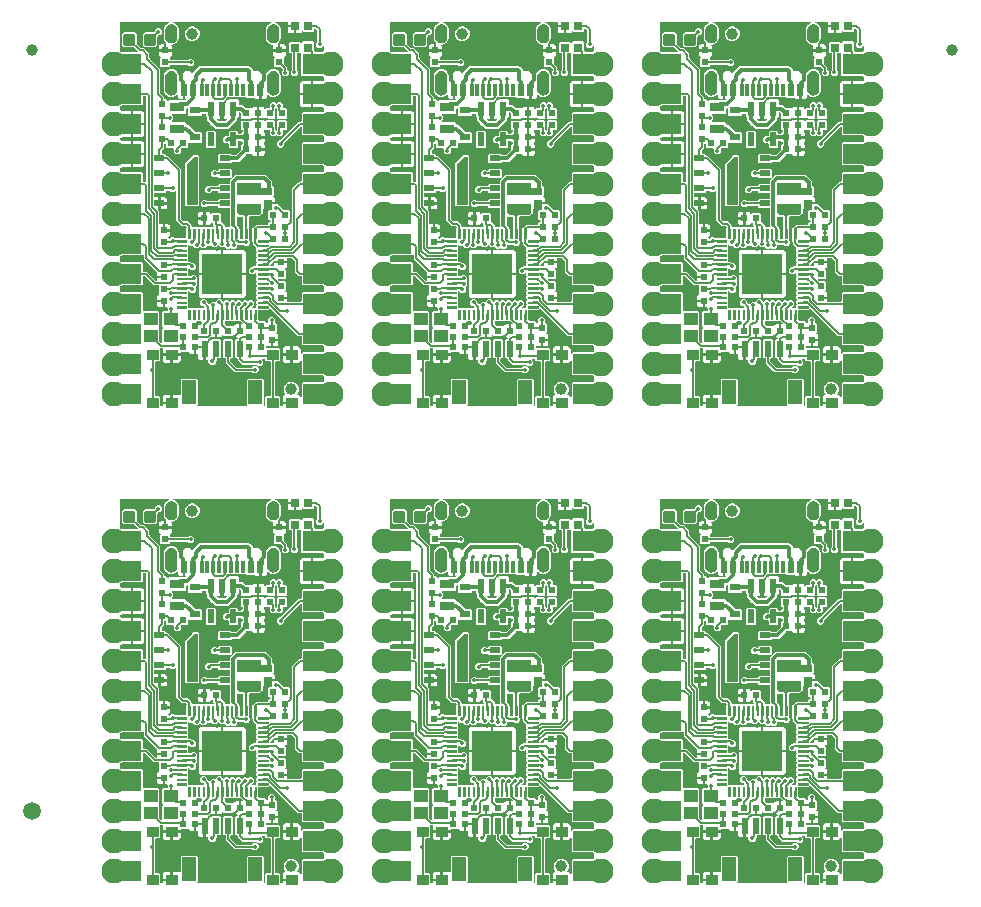
<source format=gtl>
G04 EAGLE Gerber RS-274X export*
G75*
%MOMM*%
%FSLAX34Y34*%
%LPD*%
%INTop Copper*%
%IPPOS*%
%AMOC8*
5,1,8,0,0,1.08239X$1,22.5*%
G01*
%ADD10R,0.600000X0.600000*%
%ADD11C,0.300000*%
%ADD12C,1.000000*%
%ADD13R,1.200000X0.800000*%
%ADD14R,0.830000X0.630000*%
%ADD15R,0.550000X1.200000*%
%ADD16R,1.000000X0.900000*%
%ADD17R,1.200000X2.000000*%
%ADD18R,0.600000X1.350000*%
%ADD19C,1.256400*%
%ADD20C,2.106400*%
%ADD21R,0.300000X1.000000*%
%ADD22R,0.600000X1.000000*%
%ADD23C,0.600000*%
%ADD24R,1.200000X1.100000*%
%ADD25R,0.850000X0.500000*%
%ADD26R,0.700000X0.700000*%
%ADD27C,0.080000*%
%ADD28R,3.500000X3.500000*%
%ADD29R,2.000000X0.800000*%
%ADD30C,1.500000*%
%ADD31C,0.304800*%
%ADD32C,0.352400*%
%ADD33C,0.203200*%
%ADD34C,0.127000*%
%ADD35C,0.177800*%

G36*
X357971Y157942D02*
X357971Y157942D01*
X357976Y157941D01*
X358069Y157962D01*
X358163Y157980D01*
X358167Y157983D01*
X358172Y157984D01*
X358250Y158040D01*
X358328Y158093D01*
X358331Y158097D01*
X358335Y158100D01*
X358386Y158182D01*
X358438Y158261D01*
X358438Y158266D01*
X358441Y158271D01*
X358473Y158448D01*
X358473Y159052D01*
X358472Y159057D01*
X358473Y159062D01*
X358452Y159155D01*
X358434Y159249D01*
X358431Y159253D01*
X358430Y159258D01*
X358374Y159336D01*
X358321Y159414D01*
X358317Y159417D01*
X358314Y159421D01*
X358232Y159472D01*
X358153Y159524D01*
X358148Y159524D01*
X358143Y159527D01*
X357966Y159559D01*
X357234Y159559D01*
X356489Y160304D01*
X356489Y167356D01*
X357234Y168101D01*
X359156Y168101D01*
X359221Y168112D01*
X359287Y168114D01*
X359330Y168132D01*
X359377Y168140D01*
X359434Y168174D01*
X359494Y168199D01*
X359529Y168230D01*
X359570Y168255D01*
X359612Y168306D01*
X359660Y168350D01*
X359682Y168392D01*
X359711Y168429D01*
X359732Y168491D01*
X359763Y168550D01*
X359771Y168604D01*
X359783Y168641D01*
X359782Y168681D01*
X359790Y168735D01*
X359790Y173055D01*
X361596Y173055D01*
X361604Y173056D01*
X361611Y173055D01*
X361701Y173076D01*
X361792Y173094D01*
X361799Y173099D01*
X361806Y173101D01*
X361954Y173203D01*
X361964Y173213D01*
X364476Y173213D01*
X365074Y172615D01*
X365079Y172612D01*
X365082Y172607D01*
X365083Y172606D01*
X365085Y172605D01*
X365163Y172556D01*
X365241Y172504D01*
X365248Y172503D01*
X365255Y172499D01*
X365341Y172483D01*
X366845Y170979D01*
X369575Y168249D01*
X369581Y168245D01*
X369586Y168239D01*
X369664Y168190D01*
X369742Y168138D01*
X369749Y168137D01*
X369756Y168133D01*
X369933Y168101D01*
X374286Y168101D01*
X375031Y167356D01*
X375031Y160304D01*
X374589Y159862D01*
X374550Y159803D01*
X374504Y159748D01*
X374495Y159720D01*
X374478Y159695D01*
X374465Y159625D01*
X374444Y159557D01*
X374446Y159527D01*
X374441Y159498D01*
X374456Y159429D01*
X374462Y159357D01*
X374476Y159331D01*
X374482Y159302D01*
X374523Y159244D01*
X374557Y159181D01*
X374581Y159160D01*
X374597Y159138D01*
X374641Y159110D01*
X374694Y159064D01*
X375320Y158703D01*
X375688Y158335D01*
X375691Y158333D01*
X375692Y158331D01*
X375773Y158278D01*
X375855Y158224D01*
X375858Y158223D01*
X375860Y158222D01*
X375956Y158205D01*
X376052Y158186D01*
X376055Y158187D01*
X376057Y158186D01*
X376154Y158208D01*
X376248Y158228D01*
X376250Y158229D01*
X376253Y158230D01*
X376333Y158287D01*
X376413Y158342D01*
X376414Y158344D01*
X376416Y158346D01*
X376468Y158429D01*
X376520Y158511D01*
X376521Y158514D01*
X376522Y158516D01*
X376554Y158693D01*
X376554Y186209D01*
X382751Y192406D01*
X384175Y192406D01*
X384180Y192407D01*
X384185Y192406D01*
X384278Y192427D01*
X384372Y192445D01*
X384376Y192448D01*
X384381Y192449D01*
X384459Y192505D01*
X384537Y192558D01*
X384540Y192562D01*
X384544Y192565D01*
X384595Y192647D01*
X384647Y192726D01*
X384647Y192731D01*
X384650Y192736D01*
X384682Y192913D01*
X384682Y199334D01*
X385501Y200153D01*
X402151Y200153D01*
X402159Y200154D01*
X402167Y200153D01*
X402256Y200174D01*
X402348Y200192D01*
X402354Y200197D01*
X402362Y200199D01*
X402510Y200301D01*
X402714Y200506D01*
X403546Y200850D01*
X403552Y200854D01*
X403558Y200855D01*
X403635Y200910D01*
X403713Y200962D01*
X403716Y200968D01*
X403721Y200971D01*
X403771Y201051D01*
X403823Y201130D01*
X403824Y201136D01*
X403827Y201142D01*
X403859Y201319D01*
X403859Y205081D01*
X403858Y205087D01*
X403859Y205094D01*
X403838Y205185D01*
X403820Y205277D01*
X403816Y205283D01*
X403815Y205289D01*
X403760Y205366D01*
X403707Y205443D01*
X403702Y205447D01*
X403698Y205452D01*
X403546Y205550D01*
X402714Y205894D01*
X402510Y206099D01*
X402503Y206103D01*
X402499Y206109D01*
X402420Y206159D01*
X402343Y206210D01*
X402335Y206211D01*
X402328Y206215D01*
X402151Y206247D01*
X385501Y206247D01*
X384682Y207066D01*
X384682Y224734D01*
X385501Y225553D01*
X402151Y225553D01*
X402159Y225554D01*
X402167Y225553D01*
X402256Y225574D01*
X402348Y225592D01*
X402354Y225597D01*
X402362Y225599D01*
X402510Y225701D01*
X402714Y225906D01*
X403546Y226250D01*
X403552Y226254D01*
X403558Y226255D01*
X403635Y226310D01*
X403713Y226362D01*
X403716Y226368D01*
X403721Y226371D01*
X403771Y226451D01*
X403823Y226530D01*
X403824Y226536D01*
X403827Y226542D01*
X403859Y226719D01*
X403859Y230481D01*
X403858Y230487D01*
X403859Y230494D01*
X403838Y230585D01*
X403820Y230677D01*
X403816Y230683D01*
X403815Y230689D01*
X403760Y230766D01*
X403707Y230843D01*
X403702Y230847D01*
X403698Y230852D01*
X403546Y230950D01*
X402714Y231294D01*
X402510Y231499D01*
X402503Y231503D01*
X402499Y231509D01*
X402420Y231559D01*
X402343Y231610D01*
X402335Y231611D01*
X402328Y231615D01*
X402151Y231647D01*
X385501Y231647D01*
X384682Y232466D01*
X384682Y238776D01*
X384682Y238778D01*
X384682Y238781D01*
X384662Y238876D01*
X384643Y238972D01*
X384641Y238974D01*
X384641Y238977D01*
X384585Y239057D01*
X384530Y239138D01*
X384528Y239140D01*
X384526Y239142D01*
X384443Y239195D01*
X384362Y239247D01*
X384359Y239248D01*
X384357Y239249D01*
X384261Y239266D01*
X384165Y239283D01*
X384162Y239282D01*
X384160Y239283D01*
X384066Y239261D01*
X383969Y239239D01*
X383967Y239238D01*
X383964Y239237D01*
X383816Y239134D01*
X370211Y225529D01*
X370207Y225523D01*
X370201Y225518D01*
X370152Y225440D01*
X370100Y225362D01*
X370099Y225355D01*
X370095Y225348D01*
X370063Y225171D01*
X370063Y223026D01*
X368286Y221249D01*
X365774Y221249D01*
X363997Y223026D01*
X363997Y225538D01*
X365774Y227315D01*
X366396Y227315D01*
X366404Y227316D01*
X366412Y227315D01*
X366502Y227336D01*
X366593Y227354D01*
X366599Y227359D01*
X366607Y227361D01*
X366755Y227463D01*
X381232Y241941D01*
X381233Y241941D01*
X382497Y243206D01*
X384175Y243206D01*
X384180Y243207D01*
X384185Y243206D01*
X384278Y243227D01*
X384372Y243245D01*
X384376Y243248D01*
X384381Y243249D01*
X384459Y243305D01*
X384537Y243358D01*
X384540Y243362D01*
X384544Y243365D01*
X384595Y243447D01*
X384647Y243526D01*
X384647Y243531D01*
X384650Y243536D01*
X384682Y243713D01*
X384682Y250134D01*
X385501Y250953D01*
X402151Y250953D01*
X402159Y250954D01*
X402167Y250953D01*
X402256Y250974D01*
X402348Y250992D01*
X402354Y250997D01*
X402362Y250999D01*
X402510Y251101D01*
X402714Y251306D01*
X403521Y251640D01*
X403546Y251650D01*
X403552Y251654D01*
X403558Y251655D01*
X403635Y251710D01*
X403713Y251762D01*
X403716Y251768D01*
X403721Y251771D01*
X403771Y251851D01*
X403823Y251930D01*
X403824Y251936D01*
X403827Y251942D01*
X403859Y252119D01*
X403859Y254540D01*
X403842Y254626D01*
X403829Y254712D01*
X403822Y254723D01*
X403820Y254737D01*
X403771Y254809D01*
X403726Y254883D01*
X403714Y254892D01*
X403707Y254903D01*
X403661Y254933D01*
X403582Y254992D01*
X402548Y255519D01*
X402327Y255680D01*
X402264Y255709D01*
X402206Y255745D01*
X402171Y255751D01*
X402144Y255764D01*
X402094Y255765D01*
X402028Y255777D01*
X394715Y255777D01*
X394715Y258319D01*
X406400Y258319D01*
X406402Y258320D01*
X406404Y258319D01*
X406447Y258339D01*
X406491Y258357D01*
X406491Y258359D01*
X406493Y258360D01*
X406526Y258445D01*
X406526Y274955D01*
X406525Y274957D01*
X406526Y274959D01*
X406506Y275002D01*
X406488Y275046D01*
X406486Y275046D01*
X406485Y275048D01*
X406400Y275081D01*
X394715Y275081D01*
X394715Y277623D01*
X402028Y277623D01*
X402096Y277636D01*
X402164Y277641D01*
X402196Y277656D01*
X402225Y277662D01*
X402267Y277691D01*
X402327Y277720D01*
X402548Y277881D01*
X403582Y278408D01*
X403650Y278462D01*
X403721Y278512D01*
X403729Y278524D01*
X403739Y278532D01*
X403781Y278608D01*
X403827Y278682D01*
X403830Y278696D01*
X403836Y278708D01*
X403842Y278763D01*
X403859Y278860D01*
X403859Y280731D01*
X403858Y280737D01*
X403859Y280744D01*
X403838Y280836D01*
X403820Y280928D01*
X403816Y280933D01*
X403815Y280939D01*
X403760Y281016D01*
X403707Y281093D01*
X403702Y281097D01*
X403698Y281102D01*
X403546Y281200D01*
X402427Y281663D01*
X402299Y281791D01*
X402293Y281795D01*
X402288Y281801D01*
X402210Y281850D01*
X402132Y281902D01*
X402125Y281903D01*
X402118Y281907D01*
X401941Y281939D01*
X385291Y281939D01*
X384174Y283056D01*
X384174Y300903D01*
X384174Y300905D01*
X384174Y300908D01*
X384154Y301003D01*
X384135Y301099D01*
X384133Y301101D01*
X384133Y301104D01*
X384078Y301183D01*
X384022Y301265D01*
X384020Y301266D01*
X384018Y301268D01*
X383935Y301321D01*
X383854Y301374D01*
X383851Y301375D01*
X383849Y301376D01*
X383753Y301392D01*
X383657Y301410D01*
X383654Y301409D01*
X383652Y301410D01*
X383559Y301388D01*
X383461Y301366D01*
X383459Y301365D01*
X383456Y301364D01*
X383308Y301261D01*
X383126Y301079D01*
X381013Y301079D01*
X381008Y301078D01*
X381003Y301079D01*
X380910Y301058D01*
X380816Y301040D01*
X380812Y301037D01*
X380807Y301036D01*
X380729Y300980D01*
X380651Y300927D01*
X380648Y300923D01*
X380644Y300920D01*
X380593Y300838D01*
X380541Y300759D01*
X380541Y300754D01*
X380538Y300749D01*
X380506Y300572D01*
X380506Y287593D01*
X380507Y287586D01*
X380506Y287578D01*
X380527Y287488D01*
X380545Y287397D01*
X380550Y287390D01*
X380552Y287383D01*
X380654Y287235D01*
X381633Y286256D01*
X381633Y283744D01*
X379856Y281967D01*
X377344Y281967D01*
X375567Y283744D01*
X375567Y286256D01*
X376546Y287235D01*
X376550Y287241D01*
X376556Y287246D01*
X376605Y287324D01*
X376657Y287402D01*
X376658Y287409D01*
X376662Y287416D01*
X376694Y287593D01*
X376694Y300572D01*
X376693Y300577D01*
X376694Y300582D01*
X376673Y300675D01*
X376655Y300769D01*
X376652Y300773D01*
X376651Y300778D01*
X376595Y300856D01*
X376542Y300934D01*
X376538Y300937D01*
X376535Y300941D01*
X376453Y300992D01*
X376374Y301044D01*
X376369Y301044D01*
X376364Y301047D01*
X376187Y301079D01*
X375074Y301079D01*
X374329Y301824D01*
X374329Y309876D01*
X375074Y310621D01*
X383126Y310621D01*
X383955Y309792D01*
X383958Y309790D01*
X383959Y309788D01*
X384039Y309736D01*
X384122Y309681D01*
X384125Y309680D01*
X384127Y309679D01*
X384223Y309662D01*
X384319Y309643D01*
X384322Y309644D01*
X384324Y309643D01*
X384421Y309665D01*
X384515Y309685D01*
X384517Y309686D01*
X384520Y309687D01*
X384600Y309743D01*
X384680Y309799D01*
X384681Y309801D01*
X384683Y309803D01*
X384735Y309886D01*
X384787Y309968D01*
X384788Y309971D01*
X384789Y309973D01*
X384807Y310073D01*
X385863Y311129D01*
X394337Y311129D01*
X395379Y310087D01*
X395379Y304195D01*
X395380Y304187D01*
X395379Y304179D01*
X395400Y304090D01*
X395418Y303998D01*
X395423Y303992D01*
X395425Y303984D01*
X395527Y303836D01*
X396114Y303250D01*
X396114Y302768D01*
X396115Y302763D01*
X396114Y302758D01*
X396135Y302665D01*
X396153Y302571D01*
X396156Y302567D01*
X396157Y302562D01*
X396213Y302484D01*
X396266Y302406D01*
X396270Y302403D01*
X396273Y302399D01*
X396355Y302348D01*
X396434Y302296D01*
X396439Y302296D01*
X396444Y302293D01*
X396621Y302261D01*
X401941Y302261D01*
X401948Y302262D01*
X401956Y302261D01*
X402046Y302282D01*
X402137Y302300D01*
X402144Y302305D01*
X402151Y302307D01*
X402299Y302409D01*
X402427Y302537D01*
X403237Y302872D01*
X403546Y303000D01*
X403552Y303004D01*
X403558Y303005D01*
X403635Y303060D01*
X403713Y303112D01*
X403716Y303118D01*
X403721Y303121D01*
X403771Y303201D01*
X403823Y303280D01*
X403824Y303286D01*
X403827Y303292D01*
X403859Y303469D01*
X403859Y306906D01*
X403859Y306908D01*
X403859Y306911D01*
X403839Y307006D01*
X403820Y307102D01*
X403818Y307104D01*
X403818Y307107D01*
X403762Y307188D01*
X403707Y307268D01*
X403705Y307269D01*
X403703Y307272D01*
X403620Y307325D01*
X403539Y307377D01*
X403536Y307378D01*
X403534Y307379D01*
X403438Y307396D01*
X403342Y307413D01*
X403339Y307412D01*
X403337Y307413D01*
X403242Y307391D01*
X403146Y307369D01*
X403144Y307368D01*
X403141Y307367D01*
X402993Y307264D01*
X401306Y305577D01*
X398794Y305577D01*
X397017Y307354D01*
X397017Y309866D01*
X397742Y310591D01*
X397743Y310593D01*
X397745Y310594D01*
X397748Y310598D01*
X397752Y310602D01*
X397801Y310680D01*
X397853Y310758D01*
X397853Y310761D01*
X397854Y310762D01*
X397855Y310766D01*
X397858Y310772D01*
X397890Y310949D01*
X397890Y320205D01*
X397889Y320213D01*
X397890Y320221D01*
X397869Y320311D01*
X397851Y320402D01*
X397846Y320408D01*
X397844Y320416D01*
X397742Y320564D01*
X396464Y321842D01*
X396457Y321846D01*
X396453Y321852D01*
X396374Y321901D01*
X396297Y321953D01*
X396289Y321954D01*
X396283Y321958D01*
X396105Y321990D01*
X395378Y321990D01*
X395373Y321989D01*
X395368Y321990D01*
X395275Y321969D01*
X395181Y321951D01*
X395177Y321948D01*
X395172Y321947D01*
X395094Y321891D01*
X395016Y321838D01*
X395013Y321834D01*
X395009Y321831D01*
X394958Y321749D01*
X394906Y321670D01*
X394906Y321665D01*
X394903Y321660D01*
X394871Y321483D01*
X394871Y320124D01*
X394126Y319379D01*
X386074Y319379D01*
X385734Y319719D01*
X385674Y319759D01*
X385620Y319805D01*
X385591Y319814D01*
X385567Y319830D01*
X385497Y319844D01*
X385428Y319865D01*
X385399Y319862D01*
X385370Y319868D01*
X385300Y319853D01*
X385229Y319846D01*
X385203Y319832D01*
X385174Y319826D01*
X385115Y319785D01*
X385052Y319752D01*
X385032Y319727D01*
X385009Y319712D01*
X384981Y319668D01*
X384936Y319614D01*
X384633Y319090D01*
X384160Y318617D01*
X383581Y318282D01*
X382935Y318109D01*
X380115Y318109D01*
X380115Y323642D01*
X380114Y323647D01*
X380115Y323652D01*
X380094Y323745D01*
X380076Y323838D01*
X380073Y323843D01*
X380071Y323848D01*
X380016Y323926D01*
X379963Y324004D01*
X379959Y324007D01*
X379955Y324011D01*
X379874Y324062D01*
X379795Y324113D01*
X379790Y324114D01*
X379785Y324117D01*
X379608Y324149D01*
X379099Y324149D01*
X379099Y324658D01*
X379098Y324663D01*
X379099Y324668D01*
X379078Y324761D01*
X379060Y324854D01*
X379057Y324859D01*
X379055Y324864D01*
X379000Y324942D01*
X378947Y325020D01*
X378943Y325023D01*
X378939Y325027D01*
X378858Y325078D01*
X378779Y325129D01*
X378774Y325130D01*
X378769Y325133D01*
X378592Y325165D01*
X373059Y325165D01*
X373059Y327152D01*
X373058Y327157D01*
X373059Y327162D01*
X373038Y327255D01*
X373020Y327349D01*
X373017Y327353D01*
X373016Y327358D01*
X372960Y327436D01*
X372907Y327514D01*
X372903Y327517D01*
X372900Y327521D01*
X372818Y327572D01*
X372739Y327624D01*
X372734Y327624D01*
X372729Y327627D01*
X372552Y327659D01*
X362833Y327659D01*
X362759Y327644D01*
X362685Y327637D01*
X362662Y327625D01*
X362636Y327620D01*
X362574Y327578D01*
X362509Y327542D01*
X362492Y327522D01*
X362471Y327507D01*
X362430Y327444D01*
X362383Y327386D01*
X362376Y327361D01*
X362361Y327339D01*
X362348Y327265D01*
X362327Y327193D01*
X362330Y327167D01*
X362326Y327142D01*
X362342Y327069D01*
X362351Y326994D01*
X362364Y326970D01*
X362369Y326946D01*
X362401Y326902D01*
X362436Y326836D01*
X362497Y326760D01*
X362537Y326726D01*
X362569Y326686D01*
X362617Y326659D01*
X362650Y326631D01*
X362686Y326620D01*
X362726Y326597D01*
X362789Y326575D01*
X362840Y326568D01*
X362889Y326551D01*
X362944Y326554D01*
X362987Y326548D01*
X363024Y326558D01*
X363069Y326560D01*
X363089Y326564D01*
X363378Y326383D01*
X363424Y326365D01*
X363480Y326333D01*
X363802Y326221D01*
X363811Y326202D01*
X363842Y326161D01*
X363865Y326114D01*
X363905Y326077D01*
X363932Y326043D01*
X363964Y326024D01*
X363998Y325993D01*
X364054Y325958D01*
X364103Y325939D01*
X364147Y325912D01*
X364201Y325902D01*
X364242Y325887D01*
X364279Y325888D01*
X364324Y325880D01*
X364344Y325880D01*
X364586Y325639D01*
X364627Y325611D01*
X364674Y325568D01*
X364963Y325386D01*
X364968Y325367D01*
X364989Y325319D01*
X365001Y325269D01*
X365032Y325224D01*
X365050Y325184D01*
X365078Y325158D01*
X365104Y325121D01*
X365151Y325074D01*
X365194Y325045D01*
X365231Y325008D01*
X365281Y324987D01*
X365318Y324963D01*
X365355Y324956D01*
X365397Y324938D01*
X365416Y324933D01*
X365598Y324644D01*
X365632Y324609D01*
X365669Y324556D01*
X365910Y324314D01*
X365910Y324294D01*
X365920Y324243D01*
X365920Y324191D01*
X365941Y324141D01*
X365949Y324098D01*
X365971Y324066D01*
X365988Y324024D01*
X366023Y323968D01*
X366059Y323930D01*
X366087Y323887D01*
X366131Y323855D01*
X366161Y323823D01*
X366195Y323808D01*
X366232Y323781D01*
X366251Y323772D01*
X366363Y323450D01*
X366372Y323436D01*
X366374Y323424D01*
X366392Y323399D01*
X366413Y323348D01*
X366594Y323059D01*
X366590Y323039D01*
X366588Y322987D01*
X366577Y322936D01*
X366586Y322882D01*
X366585Y322839D01*
X366598Y322804D01*
X366605Y322759D01*
X366627Y322696D01*
X366654Y322651D01*
X366671Y322602D01*
X366707Y322561D01*
X366730Y322524D01*
X366760Y322501D01*
X366790Y322467D01*
X366806Y322454D01*
X366844Y322115D01*
X366859Y322068D01*
X366869Y322004D01*
X366983Y321679D01*
X366981Y321672D01*
X366970Y321654D01*
X366957Y321575D01*
X366937Y321498D01*
X366940Y321477D01*
X366936Y321456D01*
X366955Y321378D01*
X366966Y321299D01*
X366977Y321281D01*
X366982Y321261D01*
X367001Y321234D01*
X367001Y320753D01*
X367006Y320727D01*
X367004Y320696D01*
X367057Y320226D01*
X367033Y320188D01*
X367029Y320166D01*
X367020Y320148D01*
X367016Y320093D01*
X367001Y320010D01*
X367001Y315290D01*
X367017Y315211D01*
X367026Y315132D01*
X367036Y315112D01*
X367040Y315093D01*
X367056Y315070D01*
X367004Y314604D01*
X367006Y314578D01*
X367001Y314547D01*
X367001Y314061D01*
X366974Y314020D01*
X366970Y313999D01*
X366960Y313981D01*
X366951Y313902D01*
X366936Y313823D01*
X366941Y313803D01*
X366938Y313782D01*
X366967Y313679D01*
X366978Y313627D01*
X366983Y313620D01*
X366869Y313296D01*
X366862Y313247D01*
X366844Y313185D01*
X366806Y312846D01*
X366790Y312833D01*
X366756Y312793D01*
X366716Y312761D01*
X366689Y312713D01*
X366661Y312680D01*
X366650Y312644D01*
X366627Y312604D01*
X366605Y312541D01*
X366598Y312490D01*
X366581Y312441D01*
X366584Y312386D01*
X366578Y312343D01*
X366588Y312306D01*
X366590Y312261D01*
X366594Y312241D01*
X366413Y311952D01*
X366395Y311906D01*
X366363Y311850D01*
X366251Y311528D01*
X366232Y311519D01*
X366191Y311488D01*
X366144Y311465D01*
X366107Y311425D01*
X366073Y311398D01*
X366054Y311366D01*
X366023Y311332D01*
X365988Y311276D01*
X365969Y311227D01*
X365942Y311183D01*
X365932Y311129D01*
X365917Y311088D01*
X365918Y311051D01*
X365910Y311006D01*
X365910Y310986D01*
X365669Y310744D01*
X365641Y310703D01*
X365598Y310656D01*
X365416Y310367D01*
X365397Y310362D01*
X365349Y310341D01*
X365299Y310329D01*
X365254Y310298D01*
X365214Y310280D01*
X365188Y310252D01*
X365151Y310226D01*
X365104Y310179D01*
X365075Y310136D01*
X365038Y310099D01*
X365017Y310049D01*
X364993Y310012D01*
X364986Y309975D01*
X364968Y309933D01*
X364962Y309906D01*
X364935Y309881D01*
X364883Y309844D01*
X364863Y309812D01*
X364837Y309787D01*
X364811Y309728D01*
X364777Y309673D01*
X364770Y309634D01*
X364756Y309604D01*
X364756Y309556D01*
X364745Y309496D01*
X364745Y304465D01*
X360219Y304465D01*
X360219Y306785D01*
X360392Y307431D01*
X360474Y307573D01*
X360496Y307637D01*
X360526Y307698D01*
X360528Y307731D01*
X360538Y307763D01*
X360533Y307830D01*
X360537Y307898D01*
X360526Y307929D01*
X360524Y307962D01*
X360493Y308023D01*
X360470Y308087D01*
X360446Y308114D01*
X360433Y308141D01*
X360395Y308173D01*
X360351Y308223D01*
X360268Y308289D01*
X360222Y308313D01*
X360181Y308345D01*
X360129Y308361D01*
X360090Y308381D01*
X360052Y308383D01*
X360009Y308397D01*
X359943Y308404D01*
X359891Y308399D01*
X359840Y308405D01*
X359787Y308390D01*
X359743Y308387D01*
X359710Y308369D01*
X359666Y308357D01*
X359648Y308348D01*
X359326Y308461D01*
X359277Y308468D01*
X359215Y308486D01*
X358876Y308524D01*
X358863Y308540D01*
X358823Y308574D01*
X358791Y308614D01*
X358743Y308641D01*
X358710Y308669D01*
X358674Y308680D01*
X358634Y308703D01*
X358571Y308725D01*
X358520Y308732D01*
X358471Y308749D01*
X358416Y308746D01*
X358373Y308752D01*
X358336Y308742D01*
X358291Y308740D01*
X358271Y308736D01*
X357982Y308917D01*
X357936Y308935D01*
X357880Y308967D01*
X357558Y309079D01*
X357549Y309098D01*
X357518Y309139D01*
X357495Y309186D01*
X357455Y309223D01*
X357428Y309257D01*
X357396Y309276D01*
X357362Y309307D01*
X357306Y309342D01*
X357257Y309361D01*
X357213Y309388D01*
X357159Y309398D01*
X357118Y309413D01*
X357081Y309412D01*
X357036Y309420D01*
X357016Y309420D01*
X356774Y309661D01*
X356733Y309689D01*
X356686Y309732D01*
X356397Y309914D01*
X356392Y309933D01*
X356371Y309981D01*
X356359Y310031D01*
X356328Y310076D01*
X356310Y310116D01*
X356282Y310142D01*
X356256Y310179D01*
X356209Y310226D01*
X356166Y310255D01*
X356129Y310292D01*
X356079Y310313D01*
X356042Y310337D01*
X356005Y310344D01*
X355963Y310362D01*
X355944Y310367D01*
X355762Y310656D01*
X355728Y310691D01*
X355691Y310744D01*
X355450Y310986D01*
X355450Y311006D01*
X355440Y311057D01*
X355440Y311109D01*
X355419Y311159D01*
X355411Y311202D01*
X355389Y311234D01*
X355372Y311276D01*
X355337Y311332D01*
X355301Y311370D01*
X355273Y311413D01*
X355229Y311445D01*
X355199Y311477D01*
X355165Y311492D01*
X355128Y311519D01*
X355109Y311528D01*
X354997Y311850D01*
X354971Y311892D01*
X354947Y311952D01*
X354766Y312241D01*
X354770Y312261D01*
X354772Y312313D01*
X354783Y312364D01*
X354774Y312418D01*
X354775Y312461D01*
X354762Y312496D01*
X354755Y312541D01*
X354733Y312604D01*
X354706Y312649D01*
X354689Y312698D01*
X354653Y312739D01*
X354630Y312776D01*
X354600Y312799D01*
X354570Y312833D01*
X354554Y312846D01*
X354516Y313185D01*
X354501Y313232D01*
X354491Y313296D01*
X354377Y313621D01*
X354379Y313628D01*
X354390Y313646D01*
X354403Y313725D01*
X354423Y313802D01*
X354420Y313823D01*
X354424Y313844D01*
X354405Y313922D01*
X354394Y314001D01*
X354383Y314019D01*
X354378Y314039D01*
X354359Y314066D01*
X354359Y314547D01*
X354354Y314573D01*
X354356Y314604D01*
X354303Y315074D01*
X354327Y315112D01*
X354331Y315134D01*
X354340Y315152D01*
X354344Y315207D01*
X354359Y315290D01*
X354359Y320010D01*
X354343Y320089D01*
X354334Y320168D01*
X354324Y320188D01*
X354320Y320207D01*
X354304Y320230D01*
X354356Y320696D01*
X354354Y320722D01*
X354359Y320753D01*
X354359Y321239D01*
X354386Y321280D01*
X354390Y321301D01*
X354400Y321319D01*
X354409Y321398D01*
X354424Y321477D01*
X354419Y321497D01*
X354422Y321518D01*
X354393Y321621D01*
X354382Y321673D01*
X354377Y321680D01*
X354491Y322004D01*
X354498Y322053D01*
X354516Y322115D01*
X354554Y322454D01*
X354570Y322467D01*
X354604Y322507D01*
X354644Y322539D01*
X354671Y322587D01*
X354699Y322620D01*
X354710Y322656D01*
X354733Y322696D01*
X354755Y322759D01*
X354762Y322810D01*
X354779Y322859D01*
X354776Y322914D01*
X354782Y322957D01*
X354772Y322994D01*
X354770Y323039D01*
X354766Y323059D01*
X354947Y323348D01*
X354965Y323394D01*
X354985Y323430D01*
X354994Y323443D01*
X354994Y323446D01*
X354997Y323450D01*
X355109Y323772D01*
X355128Y323781D01*
X355169Y323812D01*
X355216Y323835D01*
X355253Y323875D01*
X355287Y323902D01*
X355306Y323934D01*
X355337Y323968D01*
X355372Y324024D01*
X355391Y324073D01*
X355418Y324117D01*
X355428Y324171D01*
X355443Y324212D01*
X355442Y324249D01*
X355450Y324294D01*
X355450Y324314D01*
X355691Y324556D01*
X355719Y324597D01*
X355762Y324644D01*
X355944Y324933D01*
X355963Y324938D01*
X356011Y324959D01*
X356062Y324971D01*
X356106Y325002D01*
X356146Y325020D01*
X356172Y325048D01*
X356209Y325074D01*
X356256Y325121D01*
X356285Y325164D01*
X356322Y325201D01*
X356343Y325251D01*
X356367Y325288D01*
X356374Y325325D01*
X356392Y325367D01*
X356397Y325386D01*
X356685Y325568D01*
X356721Y325602D01*
X356774Y325639D01*
X357016Y325880D01*
X357036Y325880D01*
X357087Y325890D01*
X357139Y325890D01*
X357189Y325911D01*
X357232Y325919D01*
X357264Y325941D01*
X357306Y325958D01*
X357362Y325993D01*
X357400Y326029D01*
X357443Y326057D01*
X357476Y326101D01*
X357507Y326131D01*
X357522Y326165D01*
X357549Y326202D01*
X357558Y326221D01*
X357880Y326333D01*
X357922Y326359D01*
X357982Y326383D01*
X358271Y326564D01*
X358291Y326560D01*
X358343Y326558D01*
X358394Y326547D01*
X358448Y326556D01*
X358491Y326555D01*
X358526Y326568D01*
X358571Y326575D01*
X358634Y326597D01*
X358679Y326624D01*
X358728Y326641D01*
X358769Y326677D01*
X358806Y326700D01*
X358829Y326730D01*
X358863Y326760D01*
X358924Y326836D01*
X358958Y326902D01*
X358999Y326965D01*
X359003Y326991D01*
X359015Y327014D01*
X359021Y327089D01*
X359034Y327162D01*
X359029Y327188D01*
X359031Y327214D01*
X359007Y327285D01*
X358991Y327358D01*
X358976Y327379D01*
X358967Y327404D01*
X358918Y327460D01*
X358875Y327521D01*
X358853Y327535D01*
X358835Y327555D01*
X358768Y327588D01*
X358704Y327627D01*
X358677Y327632D01*
X358655Y327643D01*
X358601Y327646D01*
X358527Y327659D01*
X276473Y327659D01*
X276399Y327644D01*
X276325Y327637D01*
X276302Y327625D01*
X276276Y327620D01*
X276214Y327578D01*
X276149Y327542D01*
X276132Y327522D01*
X276111Y327507D01*
X276070Y327444D01*
X276023Y327386D01*
X276016Y327361D01*
X276001Y327339D01*
X275988Y327265D01*
X275967Y327193D01*
X275970Y327167D01*
X275966Y327142D01*
X275982Y327069D01*
X275991Y326994D01*
X276004Y326970D01*
X276009Y326946D01*
X276041Y326902D01*
X276076Y326836D01*
X276137Y326760D01*
X276177Y326726D01*
X276209Y326686D01*
X276257Y326659D01*
X276290Y326631D01*
X276326Y326620D01*
X276366Y326597D01*
X276429Y326575D01*
X276480Y326568D01*
X276529Y326551D01*
X276584Y326554D01*
X276627Y326548D01*
X276664Y326558D01*
X276709Y326560D01*
X276729Y326564D01*
X277018Y326383D01*
X277064Y326365D01*
X277120Y326333D01*
X277442Y326221D01*
X277451Y326202D01*
X277482Y326161D01*
X277505Y326114D01*
X277545Y326077D01*
X277572Y326043D01*
X277604Y326024D01*
X277638Y325993D01*
X277694Y325958D01*
X277743Y325939D01*
X277787Y325912D01*
X277841Y325902D01*
X277882Y325887D01*
X277919Y325888D01*
X277964Y325880D01*
X277984Y325880D01*
X278226Y325639D01*
X278267Y325611D01*
X278314Y325568D01*
X278603Y325386D01*
X278608Y325367D01*
X278629Y325319D01*
X278641Y325269D01*
X278672Y325224D01*
X278690Y325184D01*
X278718Y325158D01*
X278744Y325121D01*
X278791Y325074D01*
X278834Y325045D01*
X278871Y325008D01*
X278921Y324987D01*
X278958Y324963D01*
X278995Y324956D01*
X279037Y324938D01*
X279056Y324933D01*
X279238Y324644D01*
X279272Y324609D01*
X279309Y324556D01*
X279550Y324314D01*
X279550Y324294D01*
X279560Y324243D01*
X279560Y324191D01*
X279581Y324141D01*
X279589Y324098D01*
X279611Y324066D01*
X279628Y324024D01*
X279663Y323968D01*
X279699Y323930D01*
X279727Y323887D01*
X279771Y323855D01*
X279801Y323823D01*
X279835Y323808D01*
X279872Y323781D01*
X279891Y323772D01*
X280003Y323450D01*
X280012Y323436D01*
X280014Y323424D01*
X280032Y323399D01*
X280053Y323348D01*
X280234Y323059D01*
X280230Y323039D01*
X280228Y322987D01*
X280217Y322936D01*
X280226Y322882D01*
X280225Y322839D01*
X280238Y322804D01*
X280245Y322759D01*
X280267Y322696D01*
X280294Y322651D01*
X280311Y322602D01*
X280347Y322561D01*
X280370Y322524D01*
X280400Y322501D01*
X280430Y322467D01*
X280446Y322454D01*
X280484Y322115D01*
X280499Y322068D01*
X280509Y322004D01*
X280623Y321679D01*
X280621Y321672D01*
X280610Y321654D01*
X280597Y321575D01*
X280577Y321498D01*
X280580Y321477D01*
X280576Y321456D01*
X280595Y321378D01*
X280606Y321299D01*
X280617Y321281D01*
X280622Y321261D01*
X280641Y321234D01*
X280641Y320753D01*
X280646Y320727D01*
X280644Y320696D01*
X280697Y320226D01*
X280673Y320188D01*
X280669Y320166D01*
X280660Y320148D01*
X280656Y320093D01*
X280641Y320010D01*
X280641Y315290D01*
X280657Y315211D01*
X280666Y315132D01*
X280676Y315112D01*
X280680Y315093D01*
X280696Y315070D01*
X280644Y314604D01*
X280646Y314578D01*
X280641Y314547D01*
X280641Y314061D01*
X280614Y314020D01*
X280610Y313999D01*
X280600Y313981D01*
X280591Y313902D01*
X280576Y313823D01*
X280581Y313803D01*
X280578Y313782D01*
X280607Y313679D01*
X280618Y313627D01*
X280623Y313620D01*
X280509Y313296D01*
X280502Y313247D01*
X280484Y313185D01*
X280446Y312846D01*
X280430Y312833D01*
X280396Y312793D01*
X280356Y312761D01*
X280329Y312713D01*
X280301Y312680D01*
X280290Y312644D01*
X280267Y312604D01*
X280245Y312541D01*
X280238Y312490D01*
X280221Y312441D01*
X280224Y312386D01*
X280218Y312343D01*
X280228Y312306D01*
X280230Y312261D01*
X280234Y312241D01*
X280053Y311952D01*
X280035Y311906D01*
X280003Y311850D01*
X279891Y311528D01*
X279872Y311519D01*
X279831Y311488D01*
X279784Y311465D01*
X279747Y311425D01*
X279713Y311398D01*
X279694Y311366D01*
X279663Y311332D01*
X279628Y311276D01*
X279609Y311227D01*
X279582Y311183D01*
X279572Y311129D01*
X279557Y311088D01*
X279558Y311051D01*
X279550Y311006D01*
X279550Y310986D01*
X279309Y310744D01*
X279281Y310703D01*
X279238Y310656D01*
X279056Y310367D01*
X279037Y310362D01*
X278989Y310341D01*
X278939Y310329D01*
X278894Y310298D01*
X278854Y310280D01*
X278828Y310252D01*
X278791Y310226D01*
X278744Y310179D01*
X278715Y310136D01*
X278678Y310099D01*
X278657Y310049D01*
X278633Y310012D01*
X278626Y309975D01*
X278608Y309933D01*
X278603Y309914D01*
X278314Y309732D01*
X278279Y309698D01*
X278226Y309661D01*
X277984Y309420D01*
X277964Y309420D01*
X277913Y309410D01*
X277861Y309410D01*
X277811Y309389D01*
X277768Y309381D01*
X277736Y309359D01*
X277694Y309342D01*
X277638Y309307D01*
X277600Y309271D01*
X277557Y309243D01*
X277525Y309199D01*
X277493Y309169D01*
X277478Y309135D01*
X277451Y309098D01*
X277442Y309079D01*
X277120Y308967D01*
X277078Y308941D01*
X277018Y308917D01*
X276729Y308736D01*
X276709Y308740D01*
X276657Y308742D01*
X276606Y308753D01*
X276552Y308744D01*
X276509Y308745D01*
X276474Y308732D01*
X276429Y308725D01*
X276366Y308703D01*
X276321Y308676D01*
X276272Y308659D01*
X276231Y308623D01*
X276194Y308600D01*
X276171Y308570D01*
X276137Y308540D01*
X276124Y308524D01*
X275785Y308486D01*
X275738Y308471D01*
X275674Y308461D01*
X275352Y308348D01*
X275334Y308357D01*
X275284Y308370D01*
X275237Y308392D01*
X275182Y308396D01*
X275140Y308407D01*
X275103Y308401D01*
X275057Y308404D01*
X274991Y308397D01*
X274942Y308381D01*
X274890Y308375D01*
X274842Y308349D01*
X274800Y308335D01*
X274772Y308311D01*
X274732Y308289D01*
X274649Y308223D01*
X274605Y308171D01*
X274555Y308125D01*
X274541Y308095D01*
X274520Y308069D01*
X274500Y308005D01*
X274471Y307943D01*
X274470Y307910D01*
X274460Y307878D01*
X274467Y307810D01*
X274465Y307742D01*
X274477Y307709D01*
X274480Y307678D01*
X274503Y307634D01*
X274526Y307573D01*
X274608Y307431D01*
X274781Y306785D01*
X274781Y304465D01*
X270255Y304465D01*
X270255Y309496D01*
X270242Y309559D01*
X270239Y309624D01*
X270223Y309657D01*
X270216Y309692D01*
X270179Y309746D01*
X270151Y309804D01*
X270122Y309831D01*
X270103Y309858D01*
X270063Y309884D01*
X270038Y309907D01*
X270032Y309933D01*
X270011Y309981D01*
X269999Y310031D01*
X269968Y310076D01*
X269950Y310116D01*
X269922Y310142D01*
X269896Y310179D01*
X269849Y310226D01*
X269806Y310255D01*
X269769Y310292D01*
X269719Y310313D01*
X269682Y310337D01*
X269645Y310344D01*
X269603Y310362D01*
X269584Y310367D01*
X269402Y310656D01*
X269368Y310691D01*
X269331Y310744D01*
X269090Y310986D01*
X269090Y311006D01*
X269080Y311057D01*
X269080Y311109D01*
X269059Y311159D01*
X269051Y311202D01*
X269029Y311234D01*
X269012Y311276D01*
X268977Y311332D01*
X268941Y311370D01*
X268913Y311413D01*
X268869Y311445D01*
X268839Y311477D01*
X268805Y311492D01*
X268768Y311519D01*
X268749Y311528D01*
X268637Y311850D01*
X268611Y311892D01*
X268587Y311952D01*
X268406Y312241D01*
X268410Y312261D01*
X268412Y312313D01*
X268423Y312364D01*
X268414Y312418D01*
X268415Y312461D01*
X268402Y312496D01*
X268395Y312541D01*
X268373Y312604D01*
X268346Y312649D01*
X268329Y312698D01*
X268293Y312739D01*
X268270Y312776D01*
X268240Y312799D01*
X268210Y312833D01*
X268194Y312846D01*
X268156Y313185D01*
X268141Y313232D01*
X268131Y313296D01*
X268017Y313621D01*
X268019Y313629D01*
X268030Y313646D01*
X268043Y313725D01*
X268063Y313802D01*
X268060Y313823D01*
X268064Y313844D01*
X268045Y313922D01*
X268034Y314001D01*
X268023Y314019D01*
X268018Y314039D01*
X267999Y314066D01*
X267999Y314547D01*
X267994Y314573D01*
X267996Y314604D01*
X267943Y315074D01*
X267967Y315112D01*
X267971Y315134D01*
X267980Y315152D01*
X267984Y315207D01*
X267999Y315290D01*
X267999Y320010D01*
X267983Y320089D01*
X267974Y320168D01*
X267964Y320188D01*
X267960Y320207D01*
X267944Y320230D01*
X267996Y320696D01*
X267994Y320722D01*
X267999Y320753D01*
X267999Y321239D01*
X268026Y321280D01*
X268030Y321301D01*
X268040Y321319D01*
X268049Y321398D01*
X268064Y321477D01*
X268059Y321497D01*
X268062Y321518D01*
X268033Y321621D01*
X268022Y321673D01*
X268017Y321680D01*
X268131Y322004D01*
X268138Y322053D01*
X268156Y322115D01*
X268194Y322454D01*
X268210Y322467D01*
X268244Y322507D01*
X268284Y322539D01*
X268311Y322587D01*
X268339Y322620D01*
X268350Y322656D01*
X268373Y322696D01*
X268395Y322759D01*
X268402Y322810D01*
X268419Y322859D01*
X268416Y322914D01*
X268422Y322957D01*
X268412Y322994D01*
X268410Y323039D01*
X268406Y323059D01*
X268587Y323348D01*
X268605Y323394D01*
X268625Y323430D01*
X268634Y323443D01*
X268634Y323446D01*
X268637Y323450D01*
X268749Y323772D01*
X268768Y323781D01*
X268809Y323812D01*
X268856Y323835D01*
X268893Y323875D01*
X268927Y323902D01*
X268946Y323934D01*
X268977Y323968D01*
X269012Y324024D01*
X269031Y324073D01*
X269058Y324117D01*
X269068Y324171D01*
X269083Y324212D01*
X269082Y324249D01*
X269090Y324294D01*
X269090Y324314D01*
X269331Y324556D01*
X269359Y324597D01*
X269402Y324644D01*
X269584Y324933D01*
X269603Y324938D01*
X269651Y324959D01*
X269701Y324971D01*
X269746Y325002D01*
X269786Y325020D01*
X269812Y325048D01*
X269849Y325074D01*
X269896Y325121D01*
X269925Y325164D01*
X269962Y325201D01*
X269983Y325251D01*
X270007Y325288D01*
X270014Y325325D01*
X270032Y325367D01*
X270037Y325386D01*
X270326Y325568D01*
X270361Y325602D01*
X270414Y325639D01*
X270655Y325880D01*
X270676Y325880D01*
X270727Y325890D01*
X270778Y325890D01*
X270829Y325911D01*
X270872Y325919D01*
X270903Y325941D01*
X270946Y325958D01*
X271002Y325993D01*
X271040Y326029D01*
X271083Y326057D01*
X271116Y326101D01*
X271147Y326131D01*
X271162Y326165D01*
X271189Y326202D01*
X271198Y326221D01*
X271520Y326333D01*
X271562Y326359D01*
X271622Y326383D01*
X271911Y326564D01*
X271931Y326560D01*
X271983Y326558D01*
X272034Y326547D01*
X272088Y326556D01*
X272131Y326555D01*
X272166Y326568D01*
X272211Y326575D01*
X272274Y326597D01*
X272319Y326624D01*
X272368Y326641D01*
X272409Y326677D01*
X272446Y326700D01*
X272469Y326730D01*
X272503Y326760D01*
X272564Y326836D01*
X272598Y326902D01*
X272639Y326965D01*
X272643Y326991D01*
X272655Y327014D01*
X272661Y327089D01*
X272674Y327162D01*
X272669Y327188D01*
X272671Y327214D01*
X272647Y327285D01*
X272631Y327358D01*
X272616Y327379D01*
X272607Y327404D01*
X272558Y327460D01*
X272515Y327521D01*
X272493Y327535D01*
X272475Y327555D01*
X272408Y327588D01*
X272344Y327627D01*
X272317Y327632D01*
X272295Y327643D01*
X272241Y327646D01*
X272167Y327659D01*
X231648Y327659D01*
X231643Y327658D01*
X231638Y327659D01*
X231545Y327638D01*
X231451Y327620D01*
X231447Y327617D01*
X231442Y327616D01*
X231364Y327560D01*
X231286Y327507D01*
X231283Y327503D01*
X231279Y327500D01*
X231228Y327418D01*
X231176Y327339D01*
X231176Y327334D01*
X231173Y327329D01*
X231141Y327152D01*
X231141Y302919D01*
X231142Y302913D01*
X231141Y302906D01*
X231162Y302815D01*
X231180Y302723D01*
X231184Y302717D01*
X231185Y302711D01*
X231240Y302634D01*
X231293Y302557D01*
X231298Y302553D01*
X231302Y302548D01*
X231454Y302450D01*
X232286Y302106D01*
X232490Y301901D01*
X232497Y301897D01*
X232501Y301891D01*
X232580Y301842D01*
X232657Y301790D01*
X232665Y301789D01*
X232672Y301785D01*
X232849Y301753D01*
X245628Y301753D01*
X245630Y301753D01*
X245633Y301753D01*
X245727Y301773D01*
X245824Y301792D01*
X245826Y301794D01*
X245829Y301794D01*
X245909Y301850D01*
X245990Y301905D01*
X245991Y301907D01*
X245993Y301909D01*
X246047Y301992D01*
X246099Y302073D01*
X246100Y302076D01*
X246101Y302078D01*
X246117Y302172D01*
X246135Y302270D01*
X246134Y302273D01*
X246135Y302275D01*
X246113Y302369D01*
X246091Y302466D01*
X246090Y302468D01*
X246089Y302471D01*
X245986Y302619D01*
X245716Y302889D01*
X242604Y306001D01*
X242598Y306005D01*
X242593Y306011D01*
X242514Y306060D01*
X242437Y306112D01*
X242430Y306113D01*
X242423Y306117D01*
X242246Y306149D01*
X234232Y306149D01*
X232609Y307772D01*
X232609Y317068D01*
X234232Y318691D01*
X243528Y318691D01*
X245151Y317068D01*
X245151Y309054D01*
X245152Y309047D01*
X245151Y309039D01*
X245172Y308949D01*
X245190Y308858D01*
X245195Y308851D01*
X245197Y308844D01*
X245299Y308696D01*
X248411Y305584D01*
X248417Y305580D01*
X248422Y305574D01*
X248501Y305525D01*
X248578Y305473D01*
X248586Y305472D01*
X248592Y305468D01*
X248770Y305436D01*
X250979Y305436D01*
X255906Y300509D01*
X255906Y296910D01*
X255907Y296902D01*
X255906Y296894D01*
X255927Y296804D01*
X255945Y296713D01*
X255950Y296706D01*
X255952Y296699D01*
X256054Y296551D01*
X264796Y287809D01*
X264796Y267620D01*
X264797Y267612D01*
X264796Y267604D01*
X264817Y267514D01*
X264835Y267423D01*
X264840Y267416D01*
X264842Y267409D01*
X264944Y267261D01*
X268606Y263599D01*
X268606Y262508D01*
X268607Y262503D01*
X268606Y262498D01*
X268627Y262405D01*
X268645Y262311D01*
X268648Y262307D01*
X268649Y262302D01*
X268705Y262224D01*
X268758Y262146D01*
X268762Y262143D01*
X268765Y262139D01*
X268847Y262088D01*
X268926Y262036D01*
X268931Y262036D01*
X268936Y262033D01*
X269113Y262001D01*
X270226Y262001D01*
X270971Y261256D01*
X270971Y260691D01*
X270971Y260688D01*
X270971Y260686D01*
X270991Y260591D01*
X271010Y260494D01*
X271012Y260492D01*
X271012Y260490D01*
X271068Y260409D01*
X271123Y260329D01*
X271125Y260327D01*
X271127Y260325D01*
X271210Y260272D01*
X271291Y260219D01*
X271294Y260219D01*
X271296Y260217D01*
X271392Y260201D01*
X271488Y260184D01*
X271491Y260184D01*
X271493Y260184D01*
X271588Y260206D01*
X271684Y260227D01*
X271686Y260229D01*
X271689Y260229D01*
X271837Y260332D01*
X272663Y261159D01*
X280298Y261159D01*
X280306Y261160D01*
X280313Y261159D01*
X280403Y261180D01*
X280494Y261198D01*
X280501Y261203D01*
X280509Y261205D01*
X280535Y261223D01*
X286212Y261223D01*
X286220Y261224D01*
X286228Y261223D01*
X286317Y261244D01*
X286409Y261262D01*
X286415Y261267D01*
X286423Y261269D01*
X286571Y261371D01*
X286893Y261693D01*
X286894Y261696D01*
X286896Y261697D01*
X286949Y261777D01*
X287004Y261860D01*
X287004Y261863D01*
X287006Y261865D01*
X287023Y261961D01*
X287041Y262057D01*
X287041Y262060D01*
X287041Y262062D01*
X287020Y262159D01*
X287000Y262253D01*
X286998Y262255D01*
X286998Y262258D01*
X286940Y262339D01*
X286885Y262418D01*
X286883Y262419D01*
X286882Y262421D01*
X286797Y262474D01*
X286716Y262525D01*
X286714Y262526D01*
X286711Y262527D01*
X286534Y262559D01*
X286265Y262559D01*
X286265Y269592D01*
X286264Y269597D01*
X286265Y269602D01*
X286244Y269695D01*
X286226Y269788D01*
X286223Y269793D01*
X286221Y269798D01*
X286166Y269876D01*
X286113Y269954D01*
X286109Y269957D01*
X286105Y269961D01*
X286024Y270012D01*
X285945Y270063D01*
X285940Y270064D01*
X285935Y270067D01*
X285758Y270099D01*
X284742Y270099D01*
X284737Y270098D01*
X284732Y270099D01*
X284639Y270078D01*
X284546Y270060D01*
X284541Y270057D01*
X284536Y270055D01*
X284458Y270000D01*
X284380Y269947D01*
X284377Y269943D01*
X284373Y269939D01*
X284322Y269858D01*
X284271Y269779D01*
X284270Y269774D01*
X284267Y269769D01*
X284235Y269592D01*
X284235Y262559D01*
X281915Y262559D01*
X281269Y262732D01*
X280690Y263067D01*
X280217Y263540D01*
X279882Y264119D01*
X279709Y264765D01*
X279709Y265580D01*
X279697Y265641D01*
X279694Y265703D01*
X279677Y265738D01*
X279670Y265776D01*
X279635Y265828D01*
X279608Y265884D01*
X279579Y265910D01*
X279557Y265942D01*
X279505Y265976D01*
X279459Y266017D01*
X279422Y266030D01*
X279389Y266051D01*
X279328Y266062D01*
X279269Y266082D01*
X279227Y266080D01*
X279192Y266087D01*
X279147Y266077D01*
X279089Y266074D01*
X279036Y266062D01*
X278989Y266041D01*
X278939Y266029D01*
X278894Y265998D01*
X278854Y265980D01*
X278828Y265952D01*
X278791Y265926D01*
X278744Y265879D01*
X278715Y265836D01*
X278678Y265799D01*
X278657Y265749D01*
X278633Y265712D01*
X278626Y265675D01*
X278608Y265633D01*
X278603Y265614D01*
X278314Y265432D01*
X278279Y265398D01*
X278226Y265361D01*
X277984Y265120D01*
X277964Y265120D01*
X277913Y265110D01*
X277861Y265110D01*
X277811Y265089D01*
X277768Y265081D01*
X277736Y265059D01*
X277694Y265042D01*
X277638Y265007D01*
X277600Y264971D01*
X277557Y264943D01*
X277525Y264899D01*
X277493Y264869D01*
X277478Y264835D01*
X277451Y264798D01*
X277442Y264779D01*
X277120Y264667D01*
X277078Y264641D01*
X277018Y264617D01*
X276729Y264436D01*
X276709Y264440D01*
X276657Y264442D01*
X276606Y264453D01*
X276552Y264444D01*
X276509Y264445D01*
X276474Y264432D01*
X276429Y264425D01*
X276366Y264403D01*
X276321Y264376D01*
X276272Y264359D01*
X276231Y264323D01*
X276194Y264300D01*
X276171Y264270D01*
X276137Y264240D01*
X276124Y264224D01*
X275785Y264186D01*
X275738Y264171D01*
X275674Y264161D01*
X275352Y264048D01*
X275334Y264057D01*
X275284Y264070D01*
X275237Y264092D01*
X275182Y264096D01*
X275140Y264107D01*
X275103Y264101D01*
X275057Y264104D01*
X274991Y264097D01*
X274942Y264081D01*
X274890Y264075D01*
X274842Y264049D01*
X274800Y264035D01*
X274772Y264011D01*
X274732Y263989D01*
X274716Y263976D01*
X274377Y264015D01*
X274328Y264010D01*
X274263Y264015D01*
X273924Y263976D01*
X273908Y263989D01*
X273862Y264013D01*
X273821Y264045D01*
X273769Y264061D01*
X273730Y264081D01*
X273692Y264083D01*
X273649Y264097D01*
X273583Y264104D01*
X273531Y264099D01*
X273480Y264105D01*
X273427Y264090D01*
X273383Y264087D01*
X273350Y264069D01*
X273306Y264057D01*
X273288Y264048D01*
X272966Y264161D01*
X272917Y264168D01*
X272855Y264186D01*
X272516Y264224D01*
X272503Y264240D01*
X272463Y264274D01*
X272431Y264314D01*
X272383Y264341D01*
X272350Y264369D01*
X272314Y264380D01*
X272274Y264403D01*
X272211Y264425D01*
X272160Y264432D01*
X272111Y264449D01*
X272056Y264446D01*
X272013Y264452D01*
X271976Y264442D01*
X271931Y264440D01*
X271911Y264436D01*
X271622Y264617D01*
X271576Y264635D01*
X271520Y264667D01*
X271198Y264779D01*
X271189Y264798D01*
X271158Y264839D01*
X271135Y264886D01*
X271095Y264923D01*
X271068Y264957D01*
X271036Y264976D01*
X271002Y265007D01*
X270946Y265042D01*
X270897Y265061D01*
X270853Y265088D01*
X270799Y265098D01*
X270758Y265113D01*
X270721Y265112D01*
X270676Y265120D01*
X270656Y265120D01*
X270414Y265361D01*
X270373Y265389D01*
X270326Y265432D01*
X270037Y265614D01*
X270032Y265633D01*
X270011Y265681D01*
X269999Y265731D01*
X269968Y265776D01*
X269950Y265816D01*
X269922Y265842D01*
X269896Y265879D01*
X269849Y265926D01*
X269806Y265955D01*
X269769Y265992D01*
X269719Y266013D01*
X269682Y266037D01*
X269645Y266044D01*
X269603Y266062D01*
X269584Y266067D01*
X269402Y266356D01*
X269368Y266391D01*
X269331Y266444D01*
X269090Y266686D01*
X269090Y266706D01*
X269080Y266757D01*
X269080Y266809D01*
X269059Y266859D01*
X269051Y266902D01*
X269029Y266934D01*
X269012Y266976D01*
X268977Y267032D01*
X268941Y267070D01*
X268913Y267113D01*
X268869Y267145D01*
X268839Y267177D01*
X268805Y267192D01*
X268768Y267219D01*
X268749Y267228D01*
X268637Y267550D01*
X268611Y267592D01*
X268587Y267652D01*
X268406Y267941D01*
X268410Y267961D01*
X268412Y268013D01*
X268423Y268064D01*
X268414Y268118D01*
X268415Y268161D01*
X268402Y268196D01*
X268395Y268241D01*
X268373Y268304D01*
X268346Y268349D01*
X268329Y268398D01*
X268293Y268439D01*
X268270Y268476D01*
X268240Y268499D01*
X268210Y268533D01*
X268194Y268546D01*
X268156Y268885D01*
X268141Y268932D01*
X268131Y268996D01*
X268017Y269321D01*
X268019Y269328D01*
X268030Y269346D01*
X268043Y269425D01*
X268063Y269502D01*
X268060Y269523D01*
X268064Y269544D01*
X268045Y269622D01*
X268034Y269701D01*
X268023Y269719D01*
X268018Y269739D01*
X267999Y269766D01*
X267999Y270247D01*
X267994Y270273D01*
X267996Y270304D01*
X267943Y270774D01*
X267967Y270812D01*
X267971Y270834D01*
X267980Y270852D01*
X267984Y270907D01*
X267999Y270990D01*
X267999Y280710D01*
X267983Y280789D01*
X267974Y280868D01*
X267964Y280888D01*
X267960Y280907D01*
X267944Y280930D01*
X267996Y281396D01*
X267994Y281422D01*
X267999Y281453D01*
X267999Y281939D01*
X268026Y281980D01*
X268030Y282001D01*
X268040Y282019D01*
X268049Y282098D01*
X268064Y282177D01*
X268059Y282197D01*
X268062Y282218D01*
X268033Y282321D01*
X268022Y282373D01*
X268017Y282380D01*
X268131Y282704D01*
X268138Y282753D01*
X268156Y282815D01*
X268194Y283154D01*
X268210Y283167D01*
X268229Y283189D01*
X268248Y283202D01*
X268260Y283220D01*
X268284Y283239D01*
X268311Y283287D01*
X268339Y283320D01*
X268350Y283356D01*
X268373Y283396D01*
X268395Y283459D01*
X268402Y283510D01*
X268419Y283559D01*
X268416Y283614D01*
X268422Y283657D01*
X268412Y283694D01*
X268410Y283739D01*
X268406Y283759D01*
X268587Y284048D01*
X268605Y284094D01*
X268637Y284150D01*
X268749Y284472D01*
X268768Y284481D01*
X268809Y284512D01*
X268856Y284535D01*
X268893Y284575D01*
X268927Y284602D01*
X268946Y284634D01*
X268977Y284668D01*
X269012Y284724D01*
X269031Y284773D01*
X269058Y284817D01*
X269068Y284871D01*
X269083Y284912D01*
X269082Y284949D01*
X269090Y284994D01*
X269090Y285014D01*
X269331Y285256D01*
X269359Y285297D01*
X269402Y285344D01*
X269584Y285633D01*
X269603Y285638D01*
X269651Y285659D01*
X269701Y285671D01*
X269746Y285702D01*
X269786Y285720D01*
X269812Y285748D01*
X269849Y285774D01*
X269896Y285821D01*
X269925Y285864D01*
X269962Y285901D01*
X269983Y285951D01*
X270007Y285988D01*
X270014Y286025D01*
X270032Y286067D01*
X270037Y286086D01*
X270326Y286268D01*
X270361Y286302D01*
X270414Y286339D01*
X270655Y286580D01*
X270676Y286580D01*
X270727Y286590D01*
X270778Y286590D01*
X270829Y286611D01*
X270872Y286619D01*
X270902Y286640D01*
X270906Y286640D01*
X270910Y286643D01*
X270946Y286658D01*
X271002Y286693D01*
X271040Y286729D01*
X271083Y286757D01*
X271116Y286801D01*
X271147Y286831D01*
X271162Y286865D01*
X271189Y286902D01*
X271198Y286921D01*
X271520Y287033D01*
X271562Y287059D01*
X271622Y287083D01*
X271911Y287264D01*
X271931Y287260D01*
X271983Y287258D01*
X272034Y287247D01*
X272088Y287256D01*
X272131Y287255D01*
X272166Y287268D01*
X272211Y287275D01*
X272274Y287297D01*
X272319Y287324D01*
X272368Y287341D01*
X272409Y287377D01*
X272446Y287400D01*
X272469Y287430D01*
X272503Y287460D01*
X272516Y287476D01*
X272855Y287514D01*
X272902Y287529D01*
X272966Y287539D01*
X273288Y287652D01*
X273306Y287643D01*
X273356Y287630D01*
X273403Y287608D01*
X273458Y287604D01*
X273500Y287593D01*
X273537Y287599D01*
X273583Y287596D01*
X273649Y287603D01*
X273698Y287619D01*
X273750Y287625D01*
X273798Y287651D01*
X273840Y287665D01*
X273868Y287689D01*
X273908Y287711D01*
X273924Y287724D01*
X274263Y287685D01*
X274312Y287690D01*
X274377Y287685D01*
X274716Y287724D01*
X274732Y287711D01*
X274778Y287687D01*
X274819Y287655D01*
X274871Y287639D01*
X274910Y287619D01*
X274948Y287617D01*
X274991Y287603D01*
X275057Y287596D01*
X275109Y287601D01*
X275160Y287595D01*
X275213Y287610D01*
X275257Y287613D01*
X275290Y287631D01*
X275334Y287643D01*
X275352Y287652D01*
X275674Y287539D01*
X275723Y287532D01*
X275785Y287514D01*
X276124Y287476D01*
X276137Y287460D01*
X276177Y287426D01*
X276209Y287386D01*
X276257Y287359D01*
X276290Y287331D01*
X276326Y287320D01*
X276366Y287297D01*
X276429Y287275D01*
X276480Y287268D01*
X276529Y287251D01*
X276584Y287254D01*
X276627Y287248D01*
X276664Y287258D01*
X276709Y287260D01*
X276729Y287264D01*
X277018Y287083D01*
X277064Y287065D01*
X277120Y287033D01*
X277442Y286921D01*
X277451Y286902D01*
X277482Y286861D01*
X277505Y286814D01*
X277545Y286777D01*
X277572Y286743D01*
X277604Y286724D01*
X277638Y286693D01*
X277694Y286658D01*
X277743Y286639D01*
X277787Y286612D01*
X277841Y286602D01*
X277882Y286587D01*
X277919Y286588D01*
X277964Y286580D01*
X277984Y286580D01*
X278226Y286339D01*
X278267Y286311D01*
X278314Y286268D01*
X278603Y286086D01*
X278608Y286067D01*
X278629Y286019D01*
X278641Y285969D01*
X278672Y285924D01*
X278690Y285884D01*
X278718Y285858D01*
X278744Y285821D01*
X278791Y285774D01*
X278834Y285745D01*
X278871Y285708D01*
X278921Y285687D01*
X278958Y285663D01*
X278995Y285656D01*
X279037Y285638D01*
X279056Y285633D01*
X279238Y285344D01*
X279272Y285309D01*
X279309Y285256D01*
X279550Y285015D01*
X279550Y284994D01*
X279560Y284943D01*
X279560Y284892D01*
X279581Y284841D01*
X279589Y284798D01*
X279611Y284767D01*
X279628Y284724D01*
X279663Y284668D01*
X279699Y284630D01*
X279727Y284587D01*
X279771Y284554D01*
X279801Y284523D01*
X279835Y284508D01*
X279872Y284481D01*
X279891Y284472D01*
X280003Y284150D01*
X280029Y284108D01*
X280053Y284048D01*
X280234Y283759D01*
X280230Y283739D01*
X280228Y283687D01*
X280217Y283636D01*
X280226Y283582D01*
X280225Y283539D01*
X280238Y283504D01*
X280245Y283459D01*
X280267Y283396D01*
X280288Y283361D01*
X280290Y283351D01*
X280297Y283341D01*
X280311Y283302D01*
X280347Y283261D01*
X280370Y283224D01*
X280394Y283206D01*
X280406Y283188D01*
X280418Y283181D01*
X280430Y283167D01*
X280446Y283154D01*
X280484Y282815D01*
X280499Y282768D01*
X280509Y282704D01*
X280623Y282379D01*
X280621Y282372D01*
X280610Y282354D01*
X280597Y282275D01*
X280577Y282198D01*
X280580Y282177D01*
X280576Y282156D01*
X280595Y282078D01*
X280606Y281999D01*
X280617Y281981D01*
X280622Y281961D01*
X280641Y281934D01*
X280641Y281453D01*
X280646Y281427D01*
X280644Y281396D01*
X280697Y280926D01*
X280673Y280888D01*
X280669Y280866D01*
X280660Y280848D01*
X280656Y280793D01*
X280641Y280710D01*
X280641Y277960D01*
X280655Y277890D01*
X280661Y277819D01*
X280674Y277793D01*
X280680Y277764D01*
X280720Y277705D01*
X280754Y277641D01*
X280776Y277622D01*
X280793Y277598D01*
X280853Y277559D01*
X280908Y277513D01*
X280936Y277505D01*
X280961Y277489D01*
X281031Y277476D01*
X281100Y277455D01*
X281131Y277458D01*
X281158Y277453D01*
X281209Y277464D01*
X281279Y277470D01*
X281916Y277641D01*
X284132Y277641D01*
X284135Y277641D01*
X284137Y277641D01*
X284232Y277661D01*
X284258Y277666D01*
X284235Y277538D01*
X284235Y270608D01*
X284236Y270603D01*
X284235Y270598D01*
X284256Y270505D01*
X284274Y270412D01*
X284277Y270407D01*
X284278Y270402D01*
X284334Y270324D01*
X284387Y270246D01*
X284391Y270243D01*
X284394Y270239D01*
X284476Y270188D01*
X284555Y270137D01*
X284560Y270136D01*
X284565Y270133D01*
X284742Y270101D01*
X285758Y270101D01*
X285763Y270102D01*
X285768Y270101D01*
X285861Y270122D01*
X285954Y270140D01*
X285959Y270143D01*
X285964Y270145D01*
X286042Y270200D01*
X286120Y270253D01*
X286123Y270257D01*
X286127Y270261D01*
X286178Y270342D01*
X286229Y270421D01*
X286230Y270426D01*
X286233Y270431D01*
X286265Y270608D01*
X286265Y276522D01*
X286264Y276530D01*
X286265Y276538D01*
X286244Y276628D01*
X286226Y276719D01*
X286221Y276725D01*
X286219Y276733D01*
X286117Y276881D01*
X285101Y277897D01*
X285099Y277898D01*
X285097Y277900D01*
X285016Y277953D01*
X284934Y278008D01*
X284931Y278008D01*
X284929Y278010D01*
X284833Y278027D01*
X284737Y278045D01*
X284734Y278045D01*
X284732Y278045D01*
X284635Y278024D01*
X284615Y278019D01*
X284622Y278062D01*
X284639Y278158D01*
X284639Y278161D01*
X284639Y278163D01*
X284617Y278258D01*
X284596Y278354D01*
X284594Y278356D01*
X284594Y278359D01*
X284491Y278507D01*
X283825Y279172D01*
X283825Y283128D01*
X286622Y285925D01*
X290578Y285925D01*
X291907Y284595D01*
X291912Y284592D01*
X291915Y284588D01*
X291995Y284537D01*
X292074Y284484D01*
X292079Y284483D01*
X292084Y284481D01*
X292177Y284465D01*
X292271Y284447D01*
X292276Y284448D01*
X292281Y284447D01*
X292374Y284469D01*
X292467Y284488D01*
X292471Y284491D01*
X292477Y284493D01*
X292625Y284595D01*
X293679Y285649D01*
X298352Y290323D01*
X340458Y290323D01*
X341083Y289697D01*
X341090Y289693D01*
X341095Y289687D01*
X341173Y289638D01*
X341250Y289586D01*
X341258Y289585D01*
X341265Y289581D01*
X341442Y289549D01*
X341569Y289549D01*
X343643Y287475D01*
X343643Y286370D01*
X343643Y286367D01*
X343643Y286365D01*
X343663Y286270D01*
X343682Y286173D01*
X343684Y286171D01*
X343684Y286168D01*
X343740Y286088D01*
X343795Y286008D01*
X343797Y286006D01*
X343799Y286004D01*
X343882Y285951D01*
X343963Y285898D01*
X343966Y285898D01*
X343968Y285896D01*
X344064Y285880D01*
X344160Y285863D01*
X344163Y285863D01*
X344166Y285863D01*
X344259Y285885D01*
X344356Y285906D01*
X344358Y285908D01*
X344361Y285908D01*
X344384Y285925D01*
X348378Y285925D01*
X351175Y283128D01*
X351175Y279172D01*
X350509Y278507D01*
X350508Y278504D01*
X350505Y278503D01*
X350453Y278422D01*
X350398Y278340D01*
X350398Y278337D01*
X350396Y278335D01*
X350379Y278238D01*
X350361Y278143D01*
X350361Y278140D01*
X350361Y278138D01*
X350382Y278042D01*
X350386Y278021D01*
X350344Y278028D01*
X350248Y278045D01*
X350245Y278045D01*
X350242Y278045D01*
X350148Y278023D01*
X350052Y278002D01*
X350050Y278000D01*
X350047Y278000D01*
X349899Y277897D01*
X348883Y276881D01*
X348879Y276874D01*
X348873Y276870D01*
X348824Y276791D01*
X348772Y276714D01*
X348771Y276706D01*
X348767Y276699D01*
X348735Y276522D01*
X348735Y270608D01*
X348736Y270603D01*
X348735Y270598D01*
X348756Y270505D01*
X348774Y270412D01*
X348777Y270407D01*
X348778Y270402D01*
X348834Y270324D01*
X348887Y270246D01*
X348891Y270243D01*
X348894Y270239D01*
X348976Y270188D01*
X349055Y270137D01*
X349060Y270136D01*
X349065Y270133D01*
X349242Y270101D01*
X350258Y270101D01*
X350263Y270102D01*
X350268Y270101D01*
X350361Y270122D01*
X350454Y270140D01*
X350459Y270143D01*
X350464Y270145D01*
X350542Y270200D01*
X350620Y270253D01*
X350623Y270257D01*
X350627Y270261D01*
X350678Y270342D01*
X350729Y270421D01*
X350730Y270426D01*
X350733Y270431D01*
X350765Y270608D01*
X350765Y277538D01*
X350765Y277541D01*
X350765Y277543D01*
X350745Y277638D01*
X350740Y277664D01*
X350868Y277641D01*
X353084Y277641D01*
X353721Y277470D01*
X353792Y277466D01*
X353862Y277453D01*
X353891Y277459D01*
X353921Y277458D01*
X353988Y277481D01*
X354058Y277497D01*
X354082Y277514D01*
X354110Y277524D01*
X354163Y277571D01*
X354221Y277613D01*
X354237Y277638D01*
X354259Y277658D01*
X354290Y277722D01*
X354327Y277783D01*
X354333Y277814D01*
X354345Y277839D01*
X354347Y277891D01*
X354359Y277960D01*
X354359Y280710D01*
X354343Y280789D01*
X354334Y280868D01*
X354324Y280888D01*
X354320Y280907D01*
X354304Y280930D01*
X354356Y281396D01*
X354354Y281422D01*
X354359Y281453D01*
X354359Y281939D01*
X354386Y281980D01*
X354390Y282001D01*
X354400Y282019D01*
X354409Y282098D01*
X354424Y282177D01*
X354419Y282197D01*
X354422Y282218D01*
X354393Y282321D01*
X354382Y282373D01*
X354377Y282380D01*
X354491Y282704D01*
X354498Y282753D01*
X354516Y282815D01*
X354554Y283154D01*
X354570Y283167D01*
X354589Y283189D01*
X354608Y283202D01*
X354620Y283220D01*
X354644Y283239D01*
X354671Y283287D01*
X354699Y283320D01*
X354710Y283356D01*
X354733Y283396D01*
X354755Y283459D01*
X354762Y283510D01*
X354779Y283559D01*
X354776Y283614D01*
X354782Y283657D01*
X354772Y283694D01*
X354770Y283739D01*
X354766Y283759D01*
X354947Y284048D01*
X354965Y284094D01*
X354997Y284150D01*
X355109Y284472D01*
X355128Y284481D01*
X355169Y284512D01*
X355216Y284535D01*
X355253Y284575D01*
X355287Y284602D01*
X355306Y284634D01*
X355337Y284668D01*
X355372Y284724D01*
X355391Y284773D01*
X355418Y284817D01*
X355428Y284871D01*
X355443Y284912D01*
X355442Y284949D01*
X355450Y284994D01*
X355450Y285014D01*
X355691Y285256D01*
X355719Y285297D01*
X355762Y285344D01*
X355944Y285633D01*
X355963Y285638D01*
X356011Y285659D01*
X356061Y285671D01*
X356106Y285702D01*
X356146Y285720D01*
X356172Y285748D01*
X356209Y285774D01*
X356256Y285821D01*
X356285Y285864D01*
X356322Y285901D01*
X356343Y285951D01*
X356367Y285988D01*
X356374Y286025D01*
X356392Y286067D01*
X356397Y286086D01*
X356686Y286268D01*
X356721Y286302D01*
X356774Y286339D01*
X357016Y286580D01*
X357036Y286580D01*
X357087Y286590D01*
X357139Y286590D01*
X357189Y286611D01*
X357232Y286619D01*
X357262Y286640D01*
X357266Y286640D01*
X357270Y286643D01*
X357306Y286658D01*
X357362Y286693D01*
X357400Y286729D01*
X357443Y286757D01*
X357476Y286801D01*
X357507Y286831D01*
X357522Y286866D01*
X357549Y286902D01*
X357558Y286921D01*
X357880Y287033D01*
X357922Y287059D01*
X357982Y287083D01*
X358271Y287264D01*
X358291Y287260D01*
X358343Y287258D01*
X358394Y287247D01*
X358448Y287256D01*
X358492Y287255D01*
X358527Y287268D01*
X358572Y287275D01*
X358634Y287297D01*
X358679Y287324D01*
X358728Y287341D01*
X358769Y287377D01*
X358807Y287400D01*
X358829Y287430D01*
X358863Y287460D01*
X358876Y287476D01*
X359215Y287514D01*
X359262Y287529D01*
X359326Y287539D01*
X359648Y287652D01*
X359666Y287643D01*
X359716Y287630D01*
X359763Y287608D01*
X359818Y287604D01*
X359860Y287593D01*
X359897Y287599D01*
X359943Y287596D01*
X360009Y287603D01*
X360058Y287619D01*
X360110Y287625D01*
X360158Y287651D01*
X360200Y287665D01*
X360228Y287689D01*
X360268Y287711D01*
X360284Y287724D01*
X360623Y287685D01*
X360672Y287690D01*
X360737Y287685D01*
X361076Y287724D01*
X361092Y287711D01*
X361138Y287687D01*
X361179Y287655D01*
X361231Y287639D01*
X361270Y287619D01*
X361308Y287617D01*
X361351Y287603D01*
X361417Y287596D01*
X361469Y287601D01*
X361520Y287595D01*
X361573Y287610D01*
X361617Y287613D01*
X361650Y287631D01*
X361694Y287643D01*
X361712Y287652D01*
X362034Y287539D01*
X362083Y287532D01*
X362145Y287514D01*
X362484Y287476D01*
X362497Y287460D01*
X362537Y287426D01*
X362569Y287386D01*
X362617Y287359D01*
X362650Y287331D01*
X362686Y287320D01*
X362726Y287297D01*
X362789Y287275D01*
X362840Y287268D01*
X362889Y287251D01*
X362944Y287254D01*
X362987Y287248D01*
X363024Y287258D01*
X363069Y287260D01*
X363089Y287264D01*
X363378Y287083D01*
X363424Y287065D01*
X363480Y287033D01*
X363802Y286921D01*
X363811Y286902D01*
X363842Y286861D01*
X363865Y286814D01*
X363905Y286777D01*
X363932Y286743D01*
X363964Y286724D01*
X363998Y286693D01*
X364054Y286658D01*
X364103Y286639D01*
X364147Y286612D01*
X364201Y286602D01*
X364242Y286587D01*
X364279Y286588D01*
X364324Y286580D01*
X364344Y286580D01*
X364586Y286339D01*
X364627Y286311D01*
X364674Y286268D01*
X364963Y286086D01*
X364968Y286067D01*
X364989Y286019D01*
X365001Y285969D01*
X365032Y285924D01*
X365050Y285884D01*
X365078Y285858D01*
X365104Y285821D01*
X365151Y285774D01*
X365194Y285745D01*
X365231Y285708D01*
X365281Y285687D01*
X365318Y285663D01*
X365355Y285656D01*
X365397Y285638D01*
X365416Y285633D01*
X365598Y285344D01*
X365632Y285309D01*
X365669Y285256D01*
X365910Y285015D01*
X365910Y284994D01*
X365920Y284943D01*
X365920Y284892D01*
X365941Y284841D01*
X365949Y284798D01*
X365971Y284767D01*
X365988Y284724D01*
X366023Y284668D01*
X366059Y284630D01*
X366087Y284587D01*
X366131Y284554D01*
X366161Y284523D01*
X366195Y284508D01*
X366232Y284481D01*
X366251Y284472D01*
X366363Y284150D01*
X366389Y284108D01*
X366413Y284048D01*
X366594Y283759D01*
X366590Y283739D01*
X366588Y283687D01*
X366577Y283636D01*
X366586Y283582D01*
X366585Y283539D01*
X366598Y283504D01*
X366605Y283459D01*
X366627Y283396D01*
X366648Y283361D01*
X366650Y283351D01*
X366657Y283341D01*
X366671Y283302D01*
X366707Y283261D01*
X366730Y283224D01*
X366754Y283206D01*
X366766Y283188D01*
X366778Y283181D01*
X366790Y283167D01*
X366825Y283139D01*
X366832Y283101D01*
X366843Y283086D01*
X366838Y283017D01*
X366829Y282962D01*
X366834Y282943D01*
X366832Y282921D01*
X366844Y282815D01*
X366859Y282768D01*
X366869Y282704D01*
X366983Y282379D01*
X366981Y282372D01*
X366970Y282354D01*
X366957Y282275D01*
X366937Y282198D01*
X366940Y282177D01*
X366936Y282156D01*
X366955Y282078D01*
X366966Y281999D01*
X366977Y281981D01*
X366982Y281961D01*
X367001Y281934D01*
X367001Y281453D01*
X367006Y281427D01*
X367004Y281396D01*
X367057Y280926D01*
X367033Y280888D01*
X367029Y280866D01*
X367020Y280848D01*
X367016Y280793D01*
X367001Y280710D01*
X367001Y270990D01*
X367017Y270911D01*
X367026Y270832D01*
X367036Y270812D01*
X367040Y270793D01*
X367056Y270770D01*
X367004Y270304D01*
X367006Y270278D01*
X367001Y270247D01*
X367001Y269761D01*
X366974Y269720D01*
X366970Y269699D01*
X366960Y269681D01*
X366951Y269602D01*
X366936Y269523D01*
X366941Y269503D01*
X366938Y269482D01*
X366967Y269379D01*
X366978Y269327D01*
X366983Y269320D01*
X366869Y268996D01*
X366862Y268947D01*
X366844Y268885D01*
X366806Y268546D01*
X366790Y268533D01*
X366756Y268493D01*
X366716Y268461D01*
X366689Y268413D01*
X366661Y268380D01*
X366650Y268344D01*
X366627Y268304D01*
X366605Y268241D01*
X366598Y268190D01*
X366581Y268141D01*
X366584Y268086D01*
X366578Y268043D01*
X366588Y268006D01*
X366590Y267961D01*
X366594Y267941D01*
X366413Y267652D01*
X366395Y267606D01*
X366363Y267550D01*
X366251Y267228D01*
X366232Y267219D01*
X366191Y267188D01*
X366144Y267165D01*
X366107Y267125D01*
X366073Y267098D01*
X366054Y267066D01*
X366023Y267032D01*
X365988Y266976D01*
X365969Y266927D01*
X365942Y266883D01*
X365932Y266829D01*
X365917Y266788D01*
X365918Y266751D01*
X365910Y266706D01*
X365910Y266686D01*
X365669Y266444D01*
X365641Y266403D01*
X365598Y266356D01*
X365416Y266067D01*
X365397Y266062D01*
X365349Y266041D01*
X365299Y266029D01*
X365254Y265998D01*
X365214Y265980D01*
X365188Y265952D01*
X365151Y265926D01*
X365104Y265879D01*
X365075Y265836D01*
X365038Y265799D01*
X365017Y265749D01*
X364993Y265712D01*
X364986Y265675D01*
X364968Y265633D01*
X364963Y265614D01*
X364674Y265432D01*
X364639Y265398D01*
X364586Y265361D01*
X364344Y265120D01*
X364324Y265120D01*
X364273Y265110D01*
X364221Y265110D01*
X364171Y265089D01*
X364128Y265081D01*
X364096Y265059D01*
X364054Y265042D01*
X363998Y265007D01*
X363960Y264971D01*
X363917Y264943D01*
X363885Y264899D01*
X363853Y264869D01*
X363838Y264835D01*
X363811Y264798D01*
X363802Y264779D01*
X363480Y264667D01*
X363438Y264641D01*
X363378Y264617D01*
X363089Y264436D01*
X363069Y264440D01*
X363017Y264442D01*
X362966Y264453D01*
X362912Y264444D01*
X362869Y264445D01*
X362834Y264432D01*
X362789Y264425D01*
X362726Y264403D01*
X362681Y264376D01*
X362632Y264359D01*
X362591Y264323D01*
X362554Y264300D01*
X362531Y264270D01*
X362497Y264240D01*
X362484Y264224D01*
X362145Y264186D01*
X362098Y264171D01*
X362034Y264161D01*
X361712Y264048D01*
X361694Y264057D01*
X361644Y264070D01*
X361597Y264092D01*
X361542Y264096D01*
X361500Y264107D01*
X361463Y264101D01*
X361417Y264104D01*
X361351Y264097D01*
X361302Y264081D01*
X361250Y264075D01*
X361202Y264049D01*
X361160Y264035D01*
X361132Y264011D01*
X361092Y263989D01*
X361076Y263976D01*
X360737Y264015D01*
X360688Y264010D01*
X360623Y264015D01*
X360284Y263976D01*
X360268Y263989D01*
X360222Y264013D01*
X360181Y264045D01*
X360129Y264061D01*
X360090Y264081D01*
X360052Y264083D01*
X360009Y264097D01*
X359943Y264104D01*
X359891Y264099D01*
X359840Y264105D01*
X359787Y264090D01*
X359743Y264087D01*
X359710Y264069D01*
X359666Y264057D01*
X359648Y264048D01*
X359326Y264161D01*
X359277Y264168D01*
X359215Y264186D01*
X358876Y264224D01*
X358863Y264240D01*
X358823Y264274D01*
X358791Y264314D01*
X358743Y264341D01*
X358710Y264369D01*
X358674Y264380D01*
X358634Y264403D01*
X358571Y264425D01*
X358520Y264432D01*
X358471Y264449D01*
X358416Y264446D01*
X358373Y264452D01*
X358336Y264442D01*
X358291Y264440D01*
X358271Y264436D01*
X357982Y264617D01*
X357936Y264635D01*
X357880Y264667D01*
X357558Y264779D01*
X357549Y264798D01*
X357518Y264839D01*
X357495Y264886D01*
X357455Y264923D01*
X357428Y264957D01*
X357396Y264976D01*
X357362Y265007D01*
X357306Y265042D01*
X357257Y265061D01*
X357213Y265088D01*
X357159Y265098D01*
X357118Y265113D01*
X357081Y265112D01*
X357036Y265120D01*
X357016Y265120D01*
X356774Y265361D01*
X356733Y265389D01*
X356686Y265432D01*
X356397Y265614D01*
X356392Y265633D01*
X356371Y265681D01*
X356359Y265731D01*
X356328Y265776D01*
X356310Y265816D01*
X356282Y265842D01*
X356256Y265879D01*
X356209Y265926D01*
X356166Y265955D01*
X356129Y265991D01*
X356079Y266013D01*
X356042Y266037D01*
X356005Y266044D01*
X355964Y266062D01*
X355911Y266074D01*
X355849Y266076D01*
X355788Y266087D01*
X355750Y266078D01*
X355711Y266079D01*
X355653Y266057D01*
X355592Y266043D01*
X355560Y266021D01*
X355524Y266006D01*
X355479Y265963D01*
X355429Y265927D01*
X355408Y265894D01*
X355380Y265867D01*
X355356Y265810D01*
X355323Y265757D01*
X355315Y265715D01*
X355301Y265682D01*
X355301Y265637D01*
X355291Y265580D01*
X355291Y264765D01*
X355118Y264119D01*
X354783Y263540D01*
X354310Y263067D01*
X353731Y262732D01*
X353085Y262559D01*
X350765Y262559D01*
X350765Y269592D01*
X350764Y269597D01*
X350765Y269602D01*
X350744Y269695D01*
X350726Y269788D01*
X350723Y269793D01*
X350721Y269798D01*
X350666Y269876D01*
X350613Y269954D01*
X350609Y269957D01*
X350605Y269961D01*
X350524Y270012D01*
X350445Y270063D01*
X350440Y270064D01*
X350435Y270067D01*
X350258Y270099D01*
X349242Y270099D01*
X349237Y270098D01*
X349232Y270099D01*
X349139Y270078D01*
X349046Y270060D01*
X349041Y270057D01*
X349036Y270055D01*
X348958Y270000D01*
X348880Y269947D01*
X348877Y269943D01*
X348873Y269939D01*
X348822Y269858D01*
X348771Y269779D01*
X348770Y269774D01*
X348767Y269769D01*
X348735Y269592D01*
X348735Y262559D01*
X346415Y262559D01*
X345769Y262732D01*
X345190Y263067D01*
X345084Y263173D01*
X345078Y263177D01*
X345073Y263183D01*
X344994Y263232D01*
X344917Y263284D01*
X344909Y263285D01*
X344903Y263289D01*
X344725Y263321D01*
X338263Y263321D01*
X337749Y263835D01*
X337745Y263838D01*
X337742Y263842D01*
X337662Y263893D01*
X337583Y263946D01*
X337577Y263947D01*
X337573Y263950D01*
X337480Y263966D01*
X337386Y263984D01*
X337380Y263982D01*
X337375Y263983D01*
X337283Y263962D01*
X337190Y263942D01*
X337185Y263939D01*
X337180Y263938D01*
X337032Y263835D01*
X337026Y263829D01*
X332974Y263829D01*
X332859Y263944D01*
X332854Y263947D01*
X332851Y263951D01*
X332770Y264003D01*
X332692Y264055D01*
X332687Y264056D01*
X332682Y264059D01*
X332588Y264075D01*
X332495Y264093D01*
X332490Y264092D01*
X332485Y264093D01*
X332392Y264071D01*
X332299Y264051D01*
X332295Y264048D01*
X332289Y264047D01*
X332141Y263944D01*
X332026Y263829D01*
X327974Y263829D01*
X327859Y263944D01*
X327854Y263947D01*
X327851Y263951D01*
X327770Y264003D01*
X327692Y264055D01*
X327687Y264056D01*
X327682Y264059D01*
X327588Y264075D01*
X327495Y264093D01*
X327490Y264092D01*
X327485Y264093D01*
X327392Y264071D01*
X327299Y264051D01*
X327295Y264048D01*
X327289Y264047D01*
X327141Y263944D01*
X327026Y263829D01*
X322974Y263829D01*
X322859Y263944D01*
X322854Y263947D01*
X322851Y263951D01*
X322770Y264003D01*
X322692Y264055D01*
X322687Y264056D01*
X322682Y264059D01*
X322588Y264075D01*
X322495Y264093D01*
X322490Y264092D01*
X322485Y264093D01*
X322392Y264071D01*
X322299Y264051D01*
X322295Y264048D01*
X322289Y264047D01*
X322141Y263944D01*
X322054Y263857D01*
X322050Y263851D01*
X322044Y263846D01*
X321995Y263767D01*
X321963Y263720D01*
X321496Y263253D01*
X321456Y263193D01*
X321410Y263139D01*
X321401Y263111D01*
X321385Y263086D01*
X321372Y263016D01*
X321350Y262948D01*
X321353Y262918D01*
X321347Y262889D01*
X321362Y262819D01*
X321369Y262748D01*
X321383Y262722D01*
X321389Y262693D01*
X321430Y262634D01*
X321463Y262571D01*
X321488Y262551D01*
X321503Y262528D01*
X321547Y262500D01*
X321601Y262455D01*
X321810Y262334D01*
X322283Y261861D01*
X322323Y261792D01*
X322370Y261739D01*
X322411Y261680D01*
X322436Y261664D01*
X322455Y261642D01*
X322520Y261611D01*
X322580Y261572D01*
X322609Y261568D01*
X322636Y261555D01*
X322707Y261551D01*
X322778Y261539D01*
X322806Y261546D01*
X322836Y261544D01*
X322903Y261568D01*
X322973Y261584D01*
X322999Y261603D01*
X323024Y261612D01*
X323063Y261647D01*
X323121Y261687D01*
X323513Y262080D01*
X330487Y262080D01*
X331529Y261038D01*
X331529Y258111D01*
X331530Y258106D01*
X331529Y258101D01*
X331550Y258008D01*
X331568Y257914D01*
X331571Y257910D01*
X331572Y257905D01*
X331628Y257827D01*
X331681Y257749D01*
X331685Y257746D01*
X331688Y257742D01*
X331770Y257691D01*
X331849Y257639D01*
X331854Y257639D01*
X331859Y257636D01*
X332036Y257604D01*
X335157Y257604D01*
X337643Y255117D01*
X337650Y255113D01*
X337655Y255107D01*
X337733Y255058D01*
X337810Y255006D01*
X337818Y255005D01*
X337825Y255001D01*
X338002Y254969D01*
X341637Y254969D01*
X342029Y254576D01*
X342089Y254537D01*
X342143Y254491D01*
X342172Y254482D01*
X342196Y254465D01*
X342266Y254452D01*
X342335Y254430D01*
X342364Y254433D01*
X342393Y254428D01*
X342463Y254443D01*
X342534Y254449D01*
X342560Y254463D01*
X342589Y254469D01*
X342648Y254510D01*
X342711Y254544D01*
X342731Y254568D01*
X342754Y254584D01*
X342782Y254628D01*
X342827Y254681D01*
X342867Y254750D01*
X343340Y255223D01*
X343919Y255558D01*
X344565Y255731D01*
X346885Y255731D01*
X346885Y250698D01*
X346886Y250693D01*
X346885Y250688D01*
X346906Y250595D01*
X346924Y250502D01*
X346927Y250497D01*
X346928Y250492D01*
X346984Y250414D01*
X347037Y250336D01*
X347041Y250333D01*
X347044Y250329D01*
X347126Y250278D01*
X347205Y250227D01*
X347210Y250226D01*
X347215Y250223D01*
X347392Y250191D01*
X348408Y250191D01*
X348413Y250192D01*
X348418Y250191D01*
X348511Y250212D01*
X348604Y250230D01*
X348609Y250233D01*
X348614Y250235D01*
X348692Y250290D01*
X348770Y250343D01*
X348773Y250347D01*
X348777Y250351D01*
X348828Y250432D01*
X348879Y250511D01*
X348880Y250516D01*
X348883Y250521D01*
X348915Y250698D01*
X348915Y255731D01*
X351235Y255731D01*
X351881Y255558D01*
X352460Y255223D01*
X352933Y254750D01*
X353268Y254171D01*
X353280Y254123D01*
X353297Y254090D01*
X353305Y254053D01*
X353341Y254001D01*
X353369Y253944D01*
X353398Y253920D01*
X353419Y253889D01*
X353473Y253855D01*
X353521Y253813D01*
X353557Y253801D01*
X353588Y253781D01*
X353651Y253771D01*
X353712Y253751D01*
X353749Y253754D01*
X353786Y253748D01*
X353848Y253762D01*
X353911Y253767D01*
X353944Y253785D01*
X353981Y253793D01*
X354042Y253836D01*
X354089Y253860D01*
X354105Y253879D01*
X354129Y253896D01*
X354614Y254381D01*
X357326Y254381D01*
X357328Y254381D01*
X357331Y254381D01*
X357425Y254401D01*
X357522Y254420D01*
X357524Y254422D01*
X357527Y254422D01*
X357607Y254478D01*
X357688Y254533D01*
X357689Y254535D01*
X357692Y254537D01*
X357745Y254620D01*
X357797Y254701D01*
X357798Y254704D01*
X357799Y254706D01*
X357815Y254802D01*
X357833Y254898D01*
X357832Y254901D01*
X357833Y254904D01*
X357811Y254996D01*
X357789Y255094D01*
X357788Y255096D01*
X357787Y255099D01*
X357684Y255247D01*
X357647Y255284D01*
X357647Y257796D01*
X359424Y259573D01*
X361936Y259573D01*
X362861Y258648D01*
X362866Y258645D01*
X362869Y258640D01*
X362949Y258590D01*
X363028Y258537D01*
X363033Y258536D01*
X363038Y258533D01*
X363132Y258517D01*
X363225Y258499D01*
X363230Y258500D01*
X363235Y258499D01*
X363328Y258521D01*
X363421Y258541D01*
X363426Y258544D01*
X363431Y258545D01*
X363579Y258648D01*
X364504Y259573D01*
X367016Y259573D01*
X368793Y257796D01*
X368793Y255284D01*
X368756Y255247D01*
X368754Y255244D01*
X368752Y255243D01*
X368699Y255162D01*
X368645Y255080D01*
X368644Y255077D01*
X368643Y255075D01*
X368625Y254978D01*
X368607Y254883D01*
X368608Y254880D01*
X368607Y254878D01*
X368629Y254780D01*
X368649Y254687D01*
X368650Y254685D01*
X368651Y254682D01*
X368707Y254602D01*
X368763Y254522D01*
X368765Y254521D01*
X368767Y254519D01*
X368850Y254467D01*
X368932Y254415D01*
X368935Y254414D01*
X368937Y254413D01*
X369114Y254381D01*
X371826Y254381D01*
X372571Y253636D01*
X372571Y246584D01*
X371826Y245839D01*
X364774Y245839D01*
X364029Y246584D01*
X364029Y251475D01*
X364028Y251483D01*
X364029Y251491D01*
X364008Y251581D01*
X363990Y251672D01*
X363985Y251679D01*
X363983Y251686D01*
X363881Y251834D01*
X363854Y251861D01*
X363854Y253947D01*
X363853Y253954D01*
X363854Y253962D01*
X363833Y254052D01*
X363815Y254143D01*
X363810Y254150D01*
X363808Y254157D01*
X363706Y254305D01*
X363579Y254432D01*
X363574Y254435D01*
X363571Y254440D01*
X363492Y254490D01*
X363412Y254543D01*
X363406Y254544D01*
X363402Y254547D01*
X363309Y254563D01*
X363215Y254581D01*
X363210Y254580D01*
X363204Y254581D01*
X363112Y254559D01*
X363019Y254539D01*
X363014Y254536D01*
X363009Y254535D01*
X362861Y254432D01*
X362734Y254305D01*
X362730Y254299D01*
X362724Y254294D01*
X362674Y254215D01*
X362623Y254138D01*
X362622Y254131D01*
X362618Y254124D01*
X362586Y253947D01*
X362586Y251861D01*
X362559Y251834D01*
X362555Y251828D01*
X362549Y251823D01*
X362500Y251744D01*
X362448Y251667D01*
X362447Y251660D01*
X362443Y251653D01*
X362411Y251476D01*
X362411Y246584D01*
X361666Y245839D01*
X354614Y245839D01*
X354092Y246361D01*
X354033Y246400D01*
X353978Y246446D01*
X353950Y246455D01*
X353925Y246472D01*
X353855Y246485D01*
X353787Y246506D01*
X353757Y246504D01*
X353728Y246509D01*
X353659Y246494D01*
X353587Y246488D01*
X353561Y246474D01*
X353532Y246468D01*
X353474Y246427D01*
X353411Y246393D01*
X353390Y246369D01*
X353368Y246353D01*
X353340Y246309D01*
X353294Y246256D01*
X352933Y245630D01*
X352772Y245469D01*
X352769Y245464D01*
X352765Y245461D01*
X352713Y245381D01*
X352661Y245302D01*
X352660Y245297D01*
X352657Y245292D01*
X352641Y245198D01*
X352623Y245105D01*
X352624Y245100D01*
X352623Y245095D01*
X352645Y245002D01*
X352665Y244909D01*
X352668Y244905D01*
X352669Y244899D01*
X352772Y244751D01*
X352933Y244590D01*
X353294Y243964D01*
X353342Y243911D01*
X353382Y243852D01*
X353407Y243836D01*
X353427Y243814D01*
X353491Y243783D01*
X353551Y243745D01*
X353581Y243740D01*
X353607Y243727D01*
X353679Y243723D01*
X353749Y243711D01*
X353778Y243718D01*
X353807Y243716D01*
X353875Y243740D01*
X353944Y243757D01*
X353970Y243775D01*
X353996Y243784D01*
X354034Y243819D01*
X354092Y243859D01*
X354614Y244381D01*
X361666Y244381D01*
X362411Y243636D01*
X362411Y238745D01*
X362412Y238737D01*
X362411Y238729D01*
X362432Y238639D01*
X362450Y238548D01*
X362455Y238541D01*
X362457Y238534D01*
X362559Y238386D01*
X362586Y238359D01*
X362586Y236273D01*
X362587Y236266D01*
X362586Y236258D01*
X362607Y236168D01*
X362625Y236077D01*
X362630Y236070D01*
X362632Y236063D01*
X362734Y235915D01*
X362861Y235788D01*
X362866Y235785D01*
X362869Y235780D01*
X362948Y235730D01*
X363028Y235677D01*
X363034Y235676D01*
X363038Y235673D01*
X363131Y235657D01*
X363225Y235639D01*
X363230Y235640D01*
X363236Y235639D01*
X363328Y235661D01*
X363421Y235681D01*
X363426Y235684D01*
X363431Y235685D01*
X363579Y235788D01*
X363706Y235915D01*
X363710Y235921D01*
X363716Y235926D01*
X363766Y236005D01*
X363817Y236082D01*
X363818Y236089D01*
X363822Y236096D01*
X363854Y236273D01*
X363854Y238359D01*
X363881Y238386D01*
X363885Y238392D01*
X363891Y238397D01*
X363940Y238476D01*
X363992Y238553D01*
X363993Y238560D01*
X363997Y238567D01*
X364029Y238744D01*
X364029Y243636D01*
X364774Y244381D01*
X371826Y244381D01*
X372571Y243636D01*
X372571Y236584D01*
X371826Y235839D01*
X369114Y235839D01*
X369112Y235839D01*
X369109Y235839D01*
X369015Y235819D01*
X368918Y235800D01*
X368916Y235798D01*
X368913Y235798D01*
X368833Y235742D01*
X368752Y235687D01*
X368751Y235685D01*
X368748Y235683D01*
X368695Y235600D01*
X368643Y235519D01*
X368642Y235516D01*
X368641Y235514D01*
X368625Y235418D01*
X368607Y235322D01*
X368608Y235319D01*
X368607Y235316D01*
X368629Y235222D01*
X368651Y235126D01*
X368652Y235124D01*
X368653Y235121D01*
X368756Y234973D01*
X368793Y234936D01*
X368793Y232424D01*
X367016Y230647D01*
X364504Y230647D01*
X363579Y231572D01*
X363574Y231575D01*
X363571Y231580D01*
X363491Y231630D01*
X363412Y231683D01*
X363407Y231684D01*
X363402Y231687D01*
X363308Y231703D01*
X363215Y231721D01*
X363210Y231720D01*
X363205Y231721D01*
X363112Y231699D01*
X363019Y231679D01*
X363014Y231676D01*
X363009Y231675D01*
X362861Y231572D01*
X361936Y230647D01*
X359424Y230647D01*
X357647Y232424D01*
X357647Y234936D01*
X357684Y234973D01*
X357686Y234976D01*
X357688Y234977D01*
X357741Y235058D01*
X357795Y235140D01*
X357796Y235143D01*
X357797Y235145D01*
X357815Y235242D01*
X357833Y235337D01*
X357832Y235340D01*
X357833Y235342D01*
X357811Y235439D01*
X357791Y235533D01*
X357790Y235535D01*
X357789Y235538D01*
X357733Y235618D01*
X357677Y235698D01*
X357675Y235699D01*
X357673Y235701D01*
X357590Y235753D01*
X357508Y235805D01*
X357505Y235806D01*
X357503Y235807D01*
X357326Y235839D01*
X354614Y235839D01*
X354129Y236324D01*
X354098Y236345D01*
X354073Y236372D01*
X354015Y236400D01*
X353962Y236435D01*
X353925Y236442D01*
X353891Y236458D01*
X353828Y236461D01*
X353765Y236473D01*
X353729Y236465D01*
X353691Y236466D01*
X353631Y236444D01*
X353569Y236431D01*
X353538Y236410D01*
X353503Y236397D01*
X353457Y236353D01*
X353404Y236317D01*
X353384Y236285D01*
X353357Y236260D01*
X353325Y236193D01*
X353297Y236147D01*
X353293Y236123D01*
X353280Y236097D01*
X353268Y236049D01*
X352933Y235470D01*
X352772Y235309D01*
X352769Y235304D01*
X352765Y235301D01*
X352713Y235221D01*
X352661Y235142D01*
X352660Y235137D01*
X352657Y235132D01*
X352641Y235039D01*
X352623Y234945D01*
X352624Y234940D01*
X352623Y234934D01*
X352645Y234842D01*
X352665Y234749D01*
X352668Y234744D01*
X352669Y234739D01*
X352772Y234591D01*
X352933Y234430D01*
X353268Y233851D01*
X353441Y233205D01*
X353441Y230885D01*
X348915Y230885D01*
X348915Y239522D01*
X348914Y239527D01*
X348915Y239532D01*
X348894Y239625D01*
X348876Y239718D01*
X348873Y239723D01*
X348871Y239728D01*
X348816Y239806D01*
X348763Y239884D01*
X348759Y239887D01*
X348755Y239891D01*
X348674Y239942D01*
X348595Y239993D01*
X348590Y239994D01*
X348585Y239997D01*
X348408Y240029D01*
X347392Y240029D01*
X347387Y240028D01*
X347382Y240029D01*
X347289Y240008D01*
X347196Y239990D01*
X347191Y239987D01*
X347186Y239985D01*
X347108Y239930D01*
X347030Y239877D01*
X347027Y239873D01*
X347023Y239869D01*
X346972Y239788D01*
X346921Y239709D01*
X346920Y239704D01*
X346917Y239699D01*
X346885Y239522D01*
X346885Y230378D01*
X346886Y230373D01*
X346885Y230368D01*
X346906Y230275D01*
X346924Y230182D01*
X346927Y230177D01*
X346928Y230172D01*
X346984Y230094D01*
X347037Y230016D01*
X347041Y230013D01*
X347044Y230009D01*
X347126Y229958D01*
X347205Y229907D01*
X347210Y229906D01*
X347215Y229903D01*
X347392Y229871D01*
X347901Y229871D01*
X347901Y229869D01*
X347392Y229869D01*
X347387Y229868D01*
X347382Y229869D01*
X347289Y229848D01*
X347196Y229830D01*
X347191Y229827D01*
X347186Y229825D01*
X347108Y229770D01*
X347030Y229717D01*
X347027Y229713D01*
X347023Y229709D01*
X346972Y229628D01*
X346921Y229549D01*
X346920Y229544D01*
X346917Y229539D01*
X346885Y229362D01*
X346885Y220218D01*
X346886Y220213D01*
X346885Y220208D01*
X346906Y220115D01*
X346924Y220022D01*
X346927Y220017D01*
X346928Y220012D01*
X346984Y219934D01*
X347037Y219856D01*
X347041Y219853D01*
X347044Y219849D01*
X347126Y219798D01*
X347205Y219747D01*
X347210Y219746D01*
X347215Y219743D01*
X347392Y219711D01*
X347901Y219711D01*
X347901Y219709D01*
X347392Y219709D01*
X347387Y219708D01*
X347382Y219709D01*
X347289Y219688D01*
X347196Y219670D01*
X347191Y219667D01*
X347186Y219665D01*
X347108Y219610D01*
X347030Y219557D01*
X347027Y219553D01*
X347023Y219549D01*
X346972Y219468D01*
X346921Y219389D01*
X346920Y219384D01*
X346917Y219379D01*
X346885Y219202D01*
X346885Y214169D01*
X344565Y214169D01*
X343919Y214342D01*
X343340Y214677D01*
X342867Y215150D01*
X342564Y215674D01*
X342517Y215728D01*
X342476Y215786D01*
X342451Y215802D01*
X342432Y215825D01*
X342367Y215856D01*
X342307Y215894D01*
X342278Y215899D01*
X342251Y215912D01*
X342180Y215916D01*
X342109Y215928D01*
X342081Y215921D01*
X342051Y215922D01*
X341984Y215898D01*
X341914Y215882D01*
X341888Y215864D01*
X341862Y215855D01*
X341824Y215819D01*
X341766Y215779D01*
X341426Y215439D01*
X337792Y215439D01*
X337784Y215438D01*
X337776Y215439D01*
X337686Y215418D01*
X337595Y215400D01*
X337589Y215395D01*
X337581Y215393D01*
X337433Y215291D01*
X331438Y209295D01*
X325812Y209295D01*
X325805Y209294D01*
X325797Y209295D01*
X325707Y209274D01*
X325616Y209256D01*
X325609Y209251D01*
X325602Y209249D01*
X325454Y209147D01*
X324626Y208319D01*
X315074Y208319D01*
X314329Y209064D01*
X314329Y215116D01*
X315074Y215861D01*
X324626Y215861D01*
X325454Y215033D01*
X325460Y215029D01*
X325465Y215023D01*
X325544Y214974D01*
X325621Y214922D01*
X325628Y214921D01*
X325635Y214917D01*
X325812Y214885D01*
X328912Y214885D01*
X328920Y214886D01*
X328928Y214885D01*
X329018Y214906D01*
X329109Y214924D01*
X329115Y214929D01*
X329123Y214931D01*
X329271Y215033D01*
X333481Y219243D01*
X333485Y219250D01*
X333491Y219254D01*
X333540Y219333D01*
X333592Y219410D01*
X333593Y219418D01*
X333597Y219424D01*
X333629Y219602D01*
X333629Y223236D01*
X334374Y223981D01*
X334598Y223981D01*
X334603Y223982D01*
X334608Y223981D01*
X334701Y224002D01*
X334795Y224020D01*
X334799Y224023D01*
X334804Y224024D01*
X334881Y224079D01*
X334960Y224133D01*
X334963Y224137D01*
X334967Y224140D01*
X335018Y224222D01*
X335070Y224301D01*
X335070Y224306D01*
X335073Y224311D01*
X335105Y224488D01*
X335105Y225092D01*
X335104Y225097D01*
X335105Y225102D01*
X335084Y225195D01*
X335066Y225289D01*
X335063Y225293D01*
X335062Y225298D01*
X335006Y225376D01*
X334953Y225454D01*
X334949Y225457D01*
X334946Y225461D01*
X334864Y225512D01*
X334785Y225564D01*
X334780Y225564D01*
X334775Y225567D01*
X334598Y225599D01*
X334374Y225599D01*
X333629Y226344D01*
X333629Y226568D01*
X333628Y226573D01*
X333629Y226578D01*
X333608Y226671D01*
X333590Y226765D01*
X333587Y226769D01*
X333586Y226774D01*
X333530Y226852D01*
X333477Y226930D01*
X333473Y226933D01*
X333470Y226937D01*
X333388Y226988D01*
X333309Y227040D01*
X333304Y227040D01*
X333299Y227043D01*
X333122Y227075D01*
X331528Y227075D01*
X331523Y227074D01*
X331518Y227075D01*
X331425Y227054D01*
X331331Y227036D01*
X331327Y227033D01*
X331322Y227032D01*
X331244Y226976D01*
X331166Y226923D01*
X331163Y226919D01*
X331159Y226916D01*
X331108Y226834D01*
X331056Y226755D01*
X331056Y226750D01*
X331053Y226745D01*
X331021Y226568D01*
X331021Y221773D01*
X330276Y221028D01*
X323724Y221028D01*
X322979Y221773D01*
X322979Y224196D01*
X322978Y224201D01*
X322979Y224206D01*
X322958Y224299D01*
X322940Y224393D01*
X322937Y224397D01*
X322936Y224402D01*
X322880Y224480D01*
X322827Y224558D01*
X322823Y224561D01*
X322820Y224565D01*
X322738Y224616D01*
X322659Y224668D01*
X322654Y224668D01*
X322649Y224671D01*
X322472Y224703D01*
X320156Y224703D01*
X318379Y226480D01*
X318379Y228992D01*
X320156Y230769D01*
X320282Y230769D01*
X320290Y230770D01*
X320298Y230769D01*
X320388Y230790D01*
X320479Y230808D01*
X320485Y230813D01*
X320493Y230815D01*
X320641Y230917D01*
X320817Y231094D01*
X322472Y231094D01*
X322477Y231095D01*
X322482Y231094D01*
X322575Y231115D01*
X322669Y231133D01*
X322673Y231136D01*
X322678Y231137D01*
X322756Y231193D01*
X322834Y231246D01*
X322837Y231250D01*
X322841Y231253D01*
X322892Y231335D01*
X322944Y231414D01*
X322944Y231419D01*
X322947Y231424D01*
X322979Y231601D01*
X322979Y234825D01*
X323724Y235570D01*
X330276Y235570D01*
X331021Y234825D01*
X331021Y233172D01*
X331022Y233167D01*
X331021Y233162D01*
X331042Y233069D01*
X331060Y232975D01*
X331063Y232971D01*
X331064Y232966D01*
X331120Y232888D01*
X331173Y232810D01*
X331177Y232807D01*
X331180Y232803D01*
X331262Y232752D01*
X331341Y232700D01*
X331346Y232700D01*
X331351Y232697D01*
X331528Y232665D01*
X333122Y232665D01*
X333127Y232666D01*
X333132Y232665D01*
X333225Y232686D01*
X333319Y232704D01*
X333323Y232707D01*
X333328Y232708D01*
X333406Y232764D01*
X333484Y232817D01*
X333487Y232821D01*
X333491Y232824D01*
X333542Y232906D01*
X333594Y232985D01*
X333594Y232990D01*
X333597Y232995D01*
X333629Y233172D01*
X333629Y233396D01*
X334374Y234141D01*
X334598Y234141D01*
X334603Y234142D01*
X334608Y234141D01*
X334701Y234162D01*
X334795Y234180D01*
X334799Y234183D01*
X334804Y234184D01*
X334882Y234240D01*
X334960Y234293D01*
X334963Y234297D01*
X334967Y234300D01*
X335018Y234382D01*
X335070Y234461D01*
X335070Y234466D01*
X335073Y234471D01*
X335105Y234648D01*
X335105Y235252D01*
X335104Y235257D01*
X335105Y235262D01*
X335084Y235355D01*
X335066Y235449D01*
X335063Y235453D01*
X335062Y235458D01*
X335006Y235536D01*
X334953Y235614D01*
X334949Y235617D01*
X334946Y235621D01*
X334864Y235672D01*
X334785Y235724D01*
X334780Y235724D01*
X334775Y235727D01*
X334598Y235759D01*
X334374Y235759D01*
X333629Y236504D01*
X333629Y243556D01*
X334374Y244301D01*
X341426Y244301D01*
X341766Y243961D01*
X341826Y243921D01*
X341880Y243875D01*
X341909Y243866D01*
X341933Y243850D01*
X342003Y243836D01*
X342072Y243815D01*
X342101Y243818D01*
X342130Y243812D01*
X342200Y243827D01*
X342271Y243834D01*
X342297Y243848D01*
X342326Y243854D01*
X342385Y243895D01*
X342448Y243928D01*
X342468Y243953D01*
X342491Y243968D01*
X342519Y244012D01*
X342564Y244066D01*
X342867Y244590D01*
X343028Y244751D01*
X343031Y244756D01*
X343035Y244759D01*
X343086Y244838D01*
X343139Y244918D01*
X343140Y244923D01*
X343143Y244928D01*
X343159Y245021D01*
X343177Y245115D01*
X343176Y245120D01*
X343177Y245126D01*
X343155Y245218D01*
X343135Y245311D01*
X343132Y245316D01*
X343131Y245321D01*
X343028Y245469D01*
X342867Y245630D01*
X342827Y245699D01*
X342780Y245752D01*
X342739Y245811D01*
X342714Y245827D01*
X342695Y245849D01*
X342630Y245880D01*
X342570Y245919D01*
X342541Y245923D01*
X342514Y245936D01*
X342443Y245940D01*
X342372Y245952D01*
X342344Y245945D01*
X342314Y245947D01*
X342247Y245923D01*
X342177Y245907D01*
X342151Y245888D01*
X342126Y245879D01*
X342087Y245844D01*
X342029Y245804D01*
X341637Y245411D01*
X334163Y245411D01*
X333121Y246453D01*
X333121Y250088D01*
X333121Y250089D01*
X333120Y250096D01*
X333121Y250103D01*
X333100Y250193D01*
X333082Y250284D01*
X333077Y250291D01*
X333075Y250299D01*
X332973Y250447D01*
X332570Y250850D01*
X332563Y250854D01*
X332558Y250860D01*
X332480Y250909D01*
X332403Y250961D01*
X332395Y250962D01*
X332388Y250966D01*
X332211Y250998D01*
X332036Y250998D01*
X332031Y250997D01*
X332026Y250998D01*
X331933Y250977D01*
X331839Y250959D01*
X331835Y250956D01*
X331830Y250955D01*
X331752Y250899D01*
X331674Y250846D01*
X331671Y250842D01*
X331667Y250839D01*
X331616Y250757D01*
X331564Y250678D01*
X331564Y250673D01*
X331561Y250668D01*
X331529Y250491D01*
X331529Y247564D01*
X330451Y246487D01*
X330447Y246480D01*
X330441Y246476D01*
X330392Y246397D01*
X330340Y246320D01*
X330339Y246312D01*
X330335Y246305D01*
X330303Y246128D01*
X330303Y244352D01*
X322678Y236727D01*
X312068Y236727D01*
X309534Y239262D01*
X309527Y239266D01*
X309522Y239272D01*
X309444Y239321D01*
X309367Y239373D01*
X309359Y239374D01*
X309352Y239378D01*
X309175Y239410D01*
X309048Y239410D01*
X306974Y241484D01*
X306974Y241611D01*
X306973Y241619D01*
X306974Y241626D01*
X306953Y241716D01*
X306935Y241807D01*
X306930Y241814D01*
X306928Y241822D01*
X306826Y241970D01*
X304697Y244098D01*
X304697Y246128D01*
X304696Y246136D01*
X304697Y246144D01*
X304676Y246233D01*
X304658Y246325D01*
X304653Y246331D01*
X304651Y246339D01*
X304549Y246487D01*
X303471Y247564D01*
X303471Y248990D01*
X303470Y248995D01*
X303471Y249000D01*
X303450Y249093D01*
X303432Y249187D01*
X303429Y249191D01*
X303428Y249196D01*
X303372Y249274D01*
X303319Y249352D01*
X303315Y249355D01*
X303312Y249359D01*
X303230Y249410D01*
X303151Y249462D01*
X303146Y249462D01*
X303141Y249465D01*
X302964Y249497D01*
X301076Y249497D01*
X301071Y249496D01*
X301066Y249497D01*
X300973Y249476D01*
X300879Y249458D01*
X300875Y249455D01*
X300870Y249454D01*
X300792Y249398D01*
X300714Y249345D01*
X300711Y249341D01*
X300707Y249338D01*
X300656Y249256D01*
X300604Y249177D01*
X300604Y249172D01*
X300601Y249167D01*
X300569Y248990D01*
X300569Y248913D01*
X299527Y247871D01*
X289753Y247871D01*
X288711Y248913D01*
X288711Y254110D01*
X288710Y254115D01*
X288711Y254120D01*
X288690Y254213D01*
X288672Y254307D01*
X288669Y254311D01*
X288668Y254316D01*
X288612Y254394D01*
X288559Y254472D01*
X288555Y254475D01*
X288552Y254479D01*
X288470Y254530D01*
X288391Y254582D01*
X288386Y254582D01*
X288381Y254585D01*
X288204Y254617D01*
X287686Y254617D01*
X287681Y254616D01*
X287676Y254617D01*
X287583Y254596D01*
X287489Y254578D01*
X287485Y254575D01*
X287480Y254574D01*
X287402Y254518D01*
X287324Y254465D01*
X287321Y254461D01*
X287317Y254458D01*
X287266Y254376D01*
X287214Y254297D01*
X287214Y254292D01*
X287211Y254287D01*
X287179Y254110D01*
X287179Y250643D01*
X286137Y249601D01*
X275342Y249601D01*
X275340Y249601D01*
X275337Y249601D01*
X275242Y249581D01*
X275146Y249562D01*
X275144Y249560D01*
X275141Y249560D01*
X275060Y249504D01*
X274980Y249449D01*
X274979Y249447D01*
X274976Y249445D01*
X274923Y249362D01*
X274871Y249281D01*
X274870Y249278D01*
X274869Y249276D01*
X274852Y249180D01*
X274835Y249084D01*
X274836Y249081D01*
X274835Y249079D01*
X274857Y248984D01*
X274879Y248888D01*
X274880Y248886D01*
X274881Y248883D01*
X274984Y248735D01*
X276083Y247636D01*
X276083Y245124D01*
X274984Y244025D01*
X274982Y244022D01*
X274980Y244021D01*
X274928Y243941D01*
X274873Y243858D01*
X274872Y243855D01*
X274871Y243853D01*
X274853Y243757D01*
X274835Y243661D01*
X274836Y243658D01*
X274835Y243656D01*
X274857Y243559D01*
X274877Y243465D01*
X274878Y243463D01*
X274879Y243460D01*
X274935Y243380D01*
X274991Y243300D01*
X274993Y243299D01*
X274995Y243297D01*
X275079Y243244D01*
X275160Y243193D01*
X275163Y243192D01*
X275165Y243191D01*
X275342Y243159D01*
X286137Y243159D01*
X287179Y242117D01*
X287179Y241190D01*
X287180Y241185D01*
X287179Y241180D01*
X287200Y241087D01*
X287218Y240993D01*
X287221Y240989D01*
X287222Y240984D01*
X287278Y240906D01*
X287331Y240828D01*
X287335Y240825D01*
X287338Y240821D01*
X287420Y240770D01*
X287499Y240718D01*
X287504Y240718D01*
X287509Y240715D01*
X287686Y240683D01*
X288428Y240683D01*
X294233Y234877D01*
X294240Y234873D01*
X294245Y234867D01*
X294323Y234818D01*
X294400Y234766D01*
X294408Y234765D01*
X294415Y234761D01*
X294592Y234729D01*
X299527Y234729D01*
X300569Y233687D01*
X300569Y225913D01*
X299527Y224871D01*
X289753Y224871D01*
X289537Y225088D01*
X289534Y225089D01*
X289533Y225091D01*
X289452Y225144D01*
X289370Y225199D01*
X289367Y225199D01*
X289365Y225201D01*
X289269Y225218D01*
X289173Y225236D01*
X289170Y225236D01*
X289168Y225236D01*
X289071Y225215D01*
X288977Y225195D01*
X288975Y225193D01*
X288972Y225193D01*
X288891Y225135D01*
X288812Y225080D01*
X288811Y225078D01*
X288809Y225077D01*
X288756Y224992D01*
X288705Y224911D01*
X288704Y224909D01*
X288703Y224906D01*
X288671Y224729D01*
X288671Y221264D01*
X287926Y220519D01*
X283035Y220519D01*
X283027Y220518D01*
X283019Y220519D01*
X282929Y220498D01*
X282838Y220480D01*
X282831Y220475D01*
X282824Y220473D01*
X282676Y220371D01*
X282576Y220271D01*
X282572Y220266D01*
X282568Y220262D01*
X282517Y220183D01*
X282465Y220104D01*
X282464Y220098D01*
X282460Y220093D01*
X282445Y219999D01*
X282427Y219907D01*
X282428Y219901D01*
X282427Y219895D01*
X282433Y219873D01*
X282433Y217184D01*
X280656Y215407D01*
X278144Y215407D01*
X276367Y217184D01*
X276367Y219717D01*
X276381Y219738D01*
X276435Y219820D01*
X276436Y219823D01*
X276437Y219825D01*
X276455Y219921D01*
X276473Y220017D01*
X276472Y220020D01*
X276473Y220022D01*
X276452Y220118D01*
X276431Y220213D01*
X276430Y220215D01*
X276429Y220218D01*
X276373Y220297D01*
X276317Y220378D01*
X276315Y220379D01*
X276313Y220381D01*
X276231Y220433D01*
X276148Y220485D01*
X276145Y220486D01*
X276143Y220487D01*
X275966Y220519D01*
X270874Y220519D01*
X270129Y221264D01*
X270129Y223902D01*
X270128Y223907D01*
X270129Y223912D01*
X270108Y224005D01*
X270090Y224099D01*
X270087Y224103D01*
X270086Y224108D01*
X270030Y224186D01*
X269977Y224264D01*
X269973Y224267D01*
X269970Y224271D01*
X269888Y224322D01*
X269809Y224374D01*
X269804Y224374D01*
X269799Y224377D01*
X269622Y224409D01*
X269113Y224409D01*
X269108Y224408D01*
X269103Y224409D01*
X269010Y224388D01*
X268916Y224370D01*
X268912Y224367D01*
X268907Y224366D01*
X268829Y224310D01*
X268751Y224257D01*
X268748Y224253D01*
X268744Y224250D01*
X268693Y224168D01*
X268641Y224089D01*
X268641Y224084D01*
X268638Y224079D01*
X268606Y223902D01*
X268606Y221033D01*
X266404Y218831D01*
X266400Y218825D01*
X266394Y218820D01*
X266345Y218741D01*
X266293Y218664D01*
X266292Y218657D01*
X266288Y218650D01*
X266256Y218473D01*
X266256Y216368D01*
X266257Y216363D01*
X266256Y216358D01*
X266277Y216265D01*
X266295Y216171D01*
X266298Y216167D01*
X266299Y216162D01*
X266355Y216084D01*
X266408Y216006D01*
X266412Y216003D01*
X266415Y215999D01*
X266497Y215948D01*
X266576Y215896D01*
X266581Y215896D01*
X266586Y215893D01*
X266763Y215861D01*
X269126Y215861D01*
X269871Y215116D01*
X269871Y214503D01*
X269872Y214498D01*
X269871Y214493D01*
X269892Y214400D01*
X269910Y214306D01*
X269913Y214302D01*
X269914Y214297D01*
X269970Y214219D01*
X270023Y214141D01*
X270027Y214138D01*
X270030Y214134D01*
X270112Y214083D01*
X270191Y214031D01*
X270196Y214031D01*
X270201Y214028D01*
X270378Y213996D01*
X271299Y213996D01*
X281311Y203984D01*
X282576Y202719D01*
X282576Y161020D01*
X282577Y161012D01*
X282576Y161004D01*
X282597Y160914D01*
X282615Y160823D01*
X282620Y160816D01*
X282622Y160809D01*
X282724Y160661D01*
X284521Y158864D01*
X284527Y158860D01*
X284532Y158854D01*
X284611Y158805D01*
X284688Y158753D01*
X284696Y158752D01*
X284702Y158748D01*
X284880Y158716D01*
X288479Y158716D01*
X291406Y155789D01*
X291406Y154733D01*
X291406Y154730D01*
X291406Y154728D01*
X291426Y154633D01*
X291445Y154537D01*
X291447Y154534D01*
X291447Y154532D01*
X291504Y154451D01*
X291558Y154371D01*
X291560Y154369D01*
X291562Y154367D01*
X291645Y154314D01*
X291726Y154262D01*
X291729Y154261D01*
X291731Y154260D01*
X291827Y154243D01*
X291923Y154226D01*
X291926Y154227D01*
X291929Y154226D01*
X292021Y154248D01*
X292119Y154270D01*
X292121Y154271D01*
X292124Y154272D01*
X292180Y154311D01*
X294792Y154311D01*
X295141Y153961D01*
X295146Y153959D01*
X295149Y153954D01*
X295229Y153903D01*
X295308Y153851D01*
X295313Y153850D01*
X295318Y153847D01*
X295412Y153831D01*
X295505Y153813D01*
X295510Y153814D01*
X295516Y153813D01*
X295608Y153835D01*
X295701Y153855D01*
X295706Y153858D01*
X295711Y153859D01*
X295859Y153961D01*
X296208Y154311D01*
X298792Y154311D01*
X299141Y153961D01*
X299146Y153959D01*
X299149Y153954D01*
X299229Y153903D01*
X299308Y153851D01*
X299313Y153850D01*
X299318Y153847D01*
X299412Y153831D01*
X299505Y153813D01*
X299510Y153814D01*
X299516Y153813D01*
X299608Y153835D01*
X299701Y153855D01*
X299706Y153858D01*
X299711Y153859D01*
X299859Y153961D01*
X300208Y154311D01*
X302792Y154311D01*
X303141Y153961D01*
X303146Y153959D01*
X303149Y153954D01*
X303229Y153903D01*
X303308Y153851D01*
X303313Y153850D01*
X303318Y153847D01*
X303412Y153831D01*
X303505Y153813D01*
X303510Y153814D01*
X303516Y153813D01*
X303608Y153835D01*
X303701Y153855D01*
X303706Y153858D01*
X303711Y153859D01*
X303859Y153961D01*
X304208Y154311D01*
X306792Y154311D01*
X307141Y153961D01*
X307146Y153959D01*
X307149Y153954D01*
X307229Y153903D01*
X307308Y153851D01*
X307313Y153850D01*
X307318Y153847D01*
X307412Y153831D01*
X307505Y153813D01*
X307510Y153814D01*
X307516Y153813D01*
X307608Y153835D01*
X307701Y153855D01*
X307706Y153858D01*
X307711Y153859D01*
X307859Y153961D01*
X308208Y154311D01*
X310496Y154311D01*
X310498Y154311D01*
X310501Y154311D01*
X310596Y154331D01*
X310692Y154350D01*
X310694Y154352D01*
X310697Y154352D01*
X310778Y154408D01*
X310858Y154463D01*
X310859Y154465D01*
X310862Y154467D01*
X310915Y154550D01*
X310967Y154631D01*
X310968Y154634D01*
X310969Y154636D01*
X310986Y154732D01*
X311003Y154828D01*
X311002Y154831D01*
X311003Y154833D01*
X310981Y154928D01*
X310959Y155024D01*
X310958Y155026D01*
X310957Y155029D01*
X310854Y155177D01*
X310053Y155978D01*
X310053Y156512D01*
X310052Y156517D01*
X310053Y156522D01*
X310032Y156615D01*
X310014Y156709D01*
X310011Y156713D01*
X310010Y156718D01*
X309954Y156796D01*
X309901Y156874D01*
X309897Y156877D01*
X309894Y156881D01*
X309812Y156932D01*
X309733Y156984D01*
X309728Y156984D01*
X309723Y156987D01*
X309546Y157019D01*
X308814Y157019D01*
X308474Y157359D01*
X308414Y157399D01*
X308360Y157445D01*
X308331Y157454D01*
X308307Y157470D01*
X308237Y157484D01*
X308168Y157505D01*
X308139Y157502D01*
X308110Y157508D01*
X308040Y157493D01*
X307969Y157486D01*
X307943Y157472D01*
X307914Y157466D01*
X307855Y157425D01*
X307792Y157392D01*
X307772Y157367D01*
X307749Y157352D01*
X307721Y157308D01*
X307676Y157254D01*
X307373Y156730D01*
X306900Y156257D01*
X306321Y155922D01*
X305675Y155749D01*
X303355Y155749D01*
X303355Y160782D01*
X303354Y160787D01*
X303355Y160792D01*
X303334Y160885D01*
X303316Y160978D01*
X303313Y160983D01*
X303311Y160988D01*
X303256Y161066D01*
X303203Y161144D01*
X303199Y161147D01*
X303195Y161151D01*
X303115Y161202D01*
X303035Y161253D01*
X303030Y161254D01*
X303025Y161257D01*
X302848Y161289D01*
X302339Y161289D01*
X302339Y161291D01*
X302848Y161291D01*
X302853Y161292D01*
X302858Y161291D01*
X302951Y161312D01*
X303044Y161330D01*
X303049Y161333D01*
X303054Y161335D01*
X303132Y161390D01*
X303210Y161443D01*
X303213Y161447D01*
X303217Y161451D01*
X303268Y161532D01*
X303319Y161611D01*
X303320Y161616D01*
X303323Y161621D01*
X303355Y161798D01*
X303355Y166831D01*
X305675Y166831D01*
X306321Y166658D01*
X306900Y166323D01*
X307373Y165850D01*
X307676Y165326D01*
X307723Y165272D01*
X307764Y165214D01*
X307789Y165198D01*
X307808Y165175D01*
X307873Y165144D01*
X307933Y165106D01*
X307962Y165101D01*
X307989Y165088D01*
X308060Y165084D01*
X308131Y165072D01*
X308159Y165079D01*
X308189Y165078D01*
X308256Y165102D01*
X308326Y165118D01*
X308352Y165136D01*
X308378Y165145D01*
X308416Y165181D01*
X308474Y165221D01*
X308814Y165561D01*
X315866Y165561D01*
X316611Y164816D01*
X316611Y158369D01*
X316612Y158364D01*
X316611Y158359D01*
X316632Y158266D01*
X316650Y158172D01*
X316653Y158168D01*
X316654Y158163D01*
X316710Y158085D01*
X316763Y158007D01*
X316767Y158004D01*
X316770Y158000D01*
X316852Y157949D01*
X316931Y157897D01*
X316936Y157897D01*
X316941Y157894D01*
X317118Y157862D01*
X317177Y157862D01*
X319787Y155252D01*
X319787Y154818D01*
X319788Y154813D01*
X319787Y154808D01*
X319808Y154715D01*
X319826Y154621D01*
X319829Y154617D01*
X319830Y154612D01*
X319886Y154534D01*
X319939Y154456D01*
X319943Y154453D01*
X319946Y154449D01*
X320028Y154398D01*
X320107Y154346D01*
X320112Y154346D01*
X320117Y154343D01*
X320294Y154311D01*
X322792Y154311D01*
X323141Y153961D01*
X323146Y153959D01*
X323149Y153954D01*
X323229Y153903D01*
X323308Y153851D01*
X323314Y153850D01*
X323318Y153847D01*
X323411Y153831D01*
X323505Y153813D01*
X323510Y153814D01*
X323516Y153813D01*
X323608Y153835D01*
X323701Y153855D01*
X323706Y153858D01*
X323711Y153859D01*
X323859Y153962D01*
X323958Y154060D01*
X323961Y154066D01*
X323967Y154070D01*
X324017Y154149D01*
X324068Y154227D01*
X324070Y154234D01*
X324073Y154239D01*
X324088Y154332D01*
X324106Y154424D01*
X324105Y154431D01*
X324106Y154437D01*
X324103Y154447D01*
X324103Y169712D01*
X324102Y169717D01*
X324103Y169722D01*
X324082Y169815D01*
X324064Y169909D01*
X324061Y169913D01*
X324060Y169918D01*
X324004Y169996D01*
X323951Y170074D01*
X323947Y170077D01*
X323944Y170081D01*
X323862Y170132D01*
X323783Y170184D01*
X323778Y170184D01*
X323773Y170187D01*
X323596Y170219D01*
X315074Y170219D01*
X314329Y170964D01*
X314329Y171577D01*
X314328Y171582D01*
X314329Y171587D01*
X314308Y171680D01*
X314290Y171774D01*
X314287Y171778D01*
X314286Y171783D01*
X314230Y171861D01*
X314177Y171939D01*
X314173Y171942D01*
X314170Y171946D01*
X314088Y171997D01*
X314009Y172049D01*
X314004Y172049D01*
X313999Y172052D01*
X313822Y172084D01*
X304853Y172084D01*
X304846Y172083D01*
X304838Y172084D01*
X304748Y172063D01*
X304657Y172045D01*
X304650Y172040D01*
X304643Y172038D01*
X304495Y171936D01*
X303516Y170957D01*
X301004Y170957D01*
X299227Y172734D01*
X299227Y175246D01*
X301004Y177023D01*
X303516Y177023D01*
X304495Y176044D01*
X304501Y176040D01*
X304506Y176034D01*
X304584Y175985D01*
X304662Y175933D01*
X304669Y175932D01*
X304676Y175928D01*
X304853Y175896D01*
X313822Y175896D01*
X313827Y175897D01*
X313832Y175896D01*
X313925Y175917D01*
X314019Y175935D01*
X314023Y175938D01*
X314028Y175939D01*
X314106Y175995D01*
X314184Y176048D01*
X314187Y176052D01*
X314191Y176055D01*
X314242Y176137D01*
X314294Y176216D01*
X314294Y176221D01*
X314297Y176226D01*
X314329Y176403D01*
X314329Y177016D01*
X315074Y177761D01*
X323596Y177761D01*
X323601Y177762D01*
X323606Y177761D01*
X323699Y177782D01*
X323793Y177800D01*
X323797Y177803D01*
X323802Y177804D01*
X323880Y177860D01*
X323958Y177913D01*
X323961Y177917D01*
X323965Y177920D01*
X324016Y178002D01*
X324068Y178081D01*
X324068Y178086D01*
X324071Y178091D01*
X324103Y178268D01*
X324103Y182412D01*
X324102Y182417D01*
X324103Y182422D01*
X324082Y182515D01*
X324064Y182609D01*
X324061Y182613D01*
X324060Y182618D01*
X324004Y182696D01*
X323951Y182774D01*
X323947Y182777D01*
X323944Y182781D01*
X323862Y182832D01*
X323783Y182884D01*
X323778Y182884D01*
X323773Y182887D01*
X323596Y182919D01*
X315074Y182919D01*
X314329Y183664D01*
X314329Y184277D01*
X314328Y184282D01*
X314329Y184287D01*
X314308Y184380D01*
X314290Y184474D01*
X314287Y184478D01*
X314286Y184483D01*
X314230Y184561D01*
X314177Y184639D01*
X314173Y184642D01*
X314170Y184646D01*
X314088Y184697D01*
X314009Y184749D01*
X314004Y184749D01*
X313999Y184752D01*
X313822Y184784D01*
X309610Y184784D01*
X309605Y184783D01*
X309600Y184784D01*
X309507Y184763D01*
X309413Y184745D01*
X309409Y184742D01*
X309404Y184741D01*
X309326Y184685D01*
X309248Y184632D01*
X309245Y184628D01*
X309241Y184625D01*
X309190Y184543D01*
X309138Y184464D01*
X309138Y184459D01*
X309135Y184454D01*
X309103Y184277D01*
X309103Y184164D01*
X307326Y182387D01*
X304814Y182387D01*
X303037Y184164D01*
X303037Y186676D01*
X304814Y188453D01*
X306197Y188453D01*
X306205Y188454D01*
X306213Y188453D01*
X306303Y188474D01*
X306394Y188492D01*
X306401Y188497D01*
X306408Y188499D01*
X306548Y188596D01*
X313822Y188596D01*
X313827Y188597D01*
X313832Y188596D01*
X313925Y188617D01*
X314019Y188635D01*
X314023Y188638D01*
X314028Y188639D01*
X314106Y188695D01*
X314184Y188748D01*
X314187Y188752D01*
X314191Y188755D01*
X314242Y188837D01*
X314294Y188916D01*
X314294Y188921D01*
X314297Y188926D01*
X314329Y189103D01*
X314329Y189716D01*
X315074Y190461D01*
X323596Y190461D01*
X323601Y190462D01*
X323606Y190461D01*
X323699Y190482D01*
X323793Y190500D01*
X323797Y190503D01*
X323802Y190504D01*
X323880Y190560D01*
X323958Y190613D01*
X323961Y190617D01*
X323965Y190620D01*
X324016Y190702D01*
X324068Y190781D01*
X324068Y190786D01*
X324071Y190791D01*
X324103Y190968D01*
X324103Y193436D01*
X329042Y198375D01*
X354218Y198375D01*
X359665Y192928D01*
X359665Y188848D01*
X359666Y188843D01*
X359665Y188838D01*
X359686Y188744D01*
X359704Y188651D01*
X359707Y188647D01*
X359708Y188642D01*
X359764Y188564D01*
X359817Y188486D01*
X359821Y188483D01*
X359824Y188479D01*
X359906Y188428D01*
X359985Y188376D01*
X359990Y188376D01*
X359995Y188373D01*
X360172Y188341D01*
X360396Y188341D01*
X361141Y187596D01*
X361141Y180544D01*
X360801Y180204D01*
X360761Y180144D01*
X360715Y180090D01*
X360706Y180061D01*
X360690Y180037D01*
X360676Y179967D01*
X360655Y179898D01*
X360658Y179869D01*
X360652Y179840D01*
X360667Y179770D01*
X360674Y179699D01*
X360688Y179673D01*
X360694Y179644D01*
X360735Y179585D01*
X360768Y179522D01*
X360793Y179502D01*
X360808Y179479D01*
X360852Y179451D01*
X360906Y179406D01*
X361430Y179103D01*
X361903Y178630D01*
X362238Y178051D01*
X362411Y177405D01*
X362411Y175085D01*
X359790Y175085D01*
X359790Y176530D01*
X359779Y176595D01*
X359777Y176661D01*
X359759Y176704D01*
X359751Y176751D01*
X359717Y176808D01*
X359692Y176868D01*
X359661Y176903D01*
X359636Y176944D01*
X359585Y176986D01*
X359541Y177034D01*
X359499Y177056D01*
X359462Y177085D01*
X359400Y177106D01*
X359341Y177137D01*
X359287Y177145D01*
X359250Y177157D01*
X359210Y177156D01*
X359156Y177164D01*
X353568Y177164D01*
X353503Y177153D01*
X353437Y177151D01*
X353394Y177133D01*
X353347Y177125D01*
X353290Y177091D01*
X353230Y177066D01*
X353195Y177035D01*
X353154Y177010D01*
X353113Y176959D01*
X353064Y176915D01*
X353042Y176873D01*
X353013Y176836D01*
X352992Y176774D01*
X352961Y176715D01*
X352953Y176661D01*
X352941Y176624D01*
X352942Y176584D01*
X352934Y176530D01*
X352934Y168691D01*
X352889Y168702D01*
X352425Y168971D01*
X352389Y168983D01*
X352358Y169003D01*
X352295Y169014D01*
X352235Y169035D01*
X352197Y169032D01*
X352161Y169039D01*
X352098Y169025D01*
X352035Y169020D01*
X352001Y169003D01*
X351965Y168995D01*
X351913Y168958D01*
X351856Y168929D01*
X351832Y168901D01*
X351802Y168879D01*
X351768Y168825D01*
X351727Y168776D01*
X351715Y168740D01*
X351696Y168709D01*
X351683Y168636D01*
X351667Y168585D01*
X351669Y168560D01*
X351664Y168531D01*
X351664Y165577D01*
X350813Y164725D01*
X350811Y164725D01*
X350738Y164671D01*
X350695Y164645D01*
X350682Y164629D01*
X350661Y164613D01*
X349241Y163194D01*
X348868Y163194D01*
X348863Y163193D01*
X348858Y163194D01*
X348765Y163173D01*
X348671Y163155D01*
X348667Y163152D01*
X348662Y163151D01*
X348584Y163095D01*
X348506Y163042D01*
X348503Y163038D01*
X348499Y163035D01*
X348448Y162953D01*
X348440Y162940D01*
X341122Y162940D01*
X341057Y162929D01*
X340991Y162927D01*
X340948Y162909D01*
X340901Y162901D01*
X340844Y162867D01*
X340784Y162842D01*
X340749Y162811D01*
X340708Y162786D01*
X340667Y162735D01*
X340618Y162691D01*
X340596Y162649D01*
X340567Y162612D01*
X340546Y162550D01*
X340515Y162491D01*
X340507Y162437D01*
X340495Y162400D01*
X340496Y162360D01*
X340488Y162306D01*
X340488Y142854D01*
X340495Y142812D01*
X340493Y142770D01*
X340515Y142703D01*
X340527Y142633D01*
X340549Y142597D01*
X340562Y142556D01*
X340616Y142483D01*
X340642Y142440D01*
X340658Y142427D01*
X340674Y142405D01*
X340853Y142226D01*
X340853Y139714D01*
X339076Y137937D01*
X336564Y137937D01*
X335966Y138535D01*
X335960Y138539D01*
X335955Y138545D01*
X335877Y138594D01*
X335799Y138646D01*
X335792Y138647D01*
X335785Y138651D01*
X335608Y138683D01*
X330660Y138683D01*
X330655Y138682D01*
X330650Y138683D01*
X330557Y138662D01*
X330463Y138644D01*
X330459Y138641D01*
X330454Y138640D01*
X330376Y138584D01*
X330298Y138531D01*
X330295Y138527D01*
X330291Y138524D01*
X330240Y138442D01*
X330188Y138363D01*
X330188Y138358D01*
X330185Y138353D01*
X330153Y138176D01*
X330153Y137174D01*
X328376Y135397D01*
X325864Y135397D01*
X325209Y136052D01*
X325204Y136055D01*
X325201Y136060D01*
X325121Y136110D01*
X325042Y136163D01*
X325037Y136164D01*
X325032Y136167D01*
X324938Y136183D01*
X324845Y136201D01*
X324840Y136200D01*
X324835Y136201D01*
X324742Y136179D01*
X324649Y136159D01*
X324644Y136156D01*
X324639Y136155D01*
X324491Y136052D01*
X323836Y135397D01*
X321324Y135397D01*
X319764Y136957D01*
X319759Y136960D01*
X319756Y136965D01*
X319676Y137016D01*
X319597Y137068D01*
X319592Y137069D01*
X319587Y137072D01*
X319493Y137088D01*
X319400Y137106D01*
X319395Y137105D01*
X319390Y137106D01*
X319297Y137084D01*
X319204Y137064D01*
X319199Y137061D01*
X319194Y137060D01*
X319046Y136957D01*
X318756Y136667D01*
X316244Y136667D01*
X314684Y138227D01*
X314679Y138230D01*
X314676Y138235D01*
X314596Y138286D01*
X314517Y138338D01*
X314512Y138339D01*
X314507Y138342D01*
X314413Y138358D01*
X314320Y138376D01*
X314315Y138375D01*
X314309Y138376D01*
X314217Y138354D01*
X314124Y138334D01*
X314119Y138331D01*
X314114Y138330D01*
X313966Y138227D01*
X312406Y136667D01*
X309894Y136667D01*
X308275Y138286D01*
X308270Y138289D01*
X308267Y138294D01*
X308187Y138345D01*
X308108Y138397D01*
X308103Y138398D01*
X308098Y138401D01*
X308004Y138417D01*
X307911Y138435D01*
X307906Y138434D01*
X307900Y138435D01*
X307808Y138413D01*
X307715Y138393D01*
X307710Y138390D01*
X307705Y138389D01*
X307557Y138286D01*
X307104Y137833D01*
X304710Y137833D01*
X304703Y137832D01*
X304695Y137833D01*
X304605Y137812D01*
X304514Y137794D01*
X304507Y137789D01*
X304500Y137787D01*
X304352Y137685D01*
X302500Y135833D01*
X299988Y135833D01*
X298900Y136921D01*
X298895Y136924D01*
X298892Y136929D01*
X298812Y136979D01*
X298733Y137032D01*
X298728Y137033D01*
X298723Y137036D01*
X298629Y137052D01*
X298536Y137070D01*
X298531Y137069D01*
X298526Y137070D01*
X298433Y137048D01*
X298340Y137028D01*
X298335Y137025D01*
X298330Y137024D01*
X298182Y136921D01*
X297166Y135905D01*
X294654Y135905D01*
X292877Y137682D01*
X292877Y137684D01*
X292876Y137689D01*
X292877Y137694D01*
X292856Y137787D01*
X292838Y137881D01*
X292835Y137885D01*
X292834Y137890D01*
X292778Y137968D01*
X292725Y138046D01*
X292721Y138049D01*
X292718Y138053D01*
X292636Y138104D01*
X292557Y138156D01*
X292552Y138156D01*
X292547Y138159D01*
X292370Y138191D01*
X290336Y138191D01*
X289647Y138880D01*
X289644Y138882D01*
X289643Y138884D01*
X289563Y138936D01*
X289480Y138991D01*
X289477Y138992D01*
X289475Y138993D01*
X289379Y139011D01*
X289283Y139029D01*
X289280Y139028D01*
X289278Y139029D01*
X289181Y139007D01*
X289087Y138987D01*
X289085Y138986D01*
X289082Y138985D01*
X289002Y138929D01*
X288922Y138873D01*
X288921Y138871D01*
X288919Y138869D01*
X288866Y138785D01*
X288815Y138704D01*
X288814Y138701D01*
X288813Y138699D01*
X288781Y138522D01*
X288781Y137008D01*
X288431Y136659D01*
X288429Y136654D01*
X288424Y136651D01*
X288373Y136571D01*
X288321Y136492D01*
X288320Y136487D01*
X288317Y136482D01*
X288301Y136388D01*
X288283Y136295D01*
X288284Y136290D01*
X288283Y136285D01*
X288305Y136192D01*
X288325Y136099D01*
X288327Y136095D01*
X288329Y136089D01*
X288431Y135941D01*
X288781Y135592D01*
X288781Y133008D01*
X288431Y132659D01*
X288429Y132654D01*
X288424Y132651D01*
X288373Y132571D01*
X288321Y132492D01*
X288320Y132487D01*
X288317Y132482D01*
X288301Y132388D01*
X288283Y132295D01*
X288284Y132290D01*
X288283Y132285D01*
X288305Y132191D01*
X288325Y132099D01*
X288327Y132095D01*
X288329Y132089D01*
X288431Y131941D01*
X288781Y131592D01*
X288781Y129008D01*
X288431Y128659D01*
X288429Y128654D01*
X288424Y128651D01*
X288373Y128571D01*
X288321Y128492D01*
X288320Y128487D01*
X288317Y128482D01*
X288301Y128388D01*
X288283Y128295D01*
X288284Y128290D01*
X288283Y128285D01*
X288305Y128192D01*
X288325Y128099D01*
X288327Y128095D01*
X288329Y128089D01*
X288431Y127941D01*
X288781Y127592D01*
X288781Y125094D01*
X288782Y125089D01*
X288781Y125084D01*
X288802Y124991D01*
X288820Y124897D01*
X288823Y124893D01*
X288824Y124888D01*
X288880Y124810D01*
X288933Y124732D01*
X288937Y124729D01*
X288940Y124725D01*
X289022Y124674D01*
X289101Y124622D01*
X289106Y124622D01*
X289111Y124619D01*
X289288Y124587D01*
X291397Y124587D01*
X292153Y123831D01*
X292159Y123827D01*
X292164Y123821D01*
X292242Y123772D01*
X292320Y123720D01*
X292327Y123719D01*
X292334Y123715D01*
X292511Y123683D01*
X293356Y123683D01*
X295133Y121906D01*
X295133Y119394D01*
X293356Y117617D01*
X290844Y117617D01*
X289647Y118814D01*
X289644Y118816D01*
X289643Y118818D01*
X289563Y118870D01*
X289480Y118925D01*
X289477Y118926D01*
X289475Y118927D01*
X289379Y118945D01*
X289283Y118963D01*
X289280Y118962D01*
X289278Y118963D01*
X289181Y118941D01*
X289087Y118921D01*
X289085Y118920D01*
X289082Y118919D01*
X289002Y118863D01*
X288922Y118807D01*
X288921Y118805D01*
X288919Y118803D01*
X288866Y118719D01*
X288815Y118638D01*
X288814Y118635D01*
X288813Y118633D01*
X288781Y118456D01*
X288781Y117008D01*
X288431Y116659D01*
X288429Y116654D01*
X288424Y116651D01*
X288373Y116571D01*
X288321Y116492D01*
X288320Y116487D01*
X288317Y116482D01*
X288301Y116388D01*
X288283Y116295D01*
X288284Y116290D01*
X288283Y116284D01*
X288305Y116192D01*
X288325Y116099D01*
X288328Y116094D01*
X288329Y116089D01*
X288431Y115941D01*
X288781Y115592D01*
X288781Y112976D01*
X288734Y112905D01*
X288733Y112902D01*
X288732Y112900D01*
X288714Y112803D01*
X288696Y112708D01*
X288696Y112705D01*
X288696Y112703D01*
X288718Y112606D01*
X288737Y112512D01*
X288739Y112510D01*
X288740Y112507D01*
X288796Y112427D01*
X288852Y112347D01*
X288854Y112346D01*
X288856Y112344D01*
X288939Y112292D01*
X289021Y112240D01*
X289023Y112239D01*
X289026Y112238D01*
X289203Y112206D01*
X290587Y112206D01*
X290594Y112207D01*
X290602Y112206D01*
X290692Y112227D01*
X290783Y112245D01*
X290790Y112250D01*
X290797Y112252D01*
X290945Y112354D01*
X292114Y113523D01*
X294626Y113523D01*
X296403Y111746D01*
X296403Y109234D01*
X295748Y108579D01*
X295745Y108574D01*
X295740Y108571D01*
X295690Y108491D01*
X295637Y108412D01*
X295636Y108407D01*
X295633Y108402D01*
X295617Y108308D01*
X295599Y108215D01*
X295600Y108210D01*
X295599Y108205D01*
X295621Y108112D01*
X295641Y108019D01*
X295644Y108014D01*
X295645Y108009D01*
X295748Y107861D01*
X296403Y107206D01*
X296403Y104694D01*
X295113Y103404D01*
X295110Y103399D01*
X295105Y103396D01*
X295054Y103316D01*
X295002Y103237D01*
X295001Y103232D01*
X294998Y103227D01*
X294982Y103134D01*
X294964Y103040D01*
X294965Y103035D01*
X294964Y103029D01*
X294986Y102937D01*
X295006Y102844D01*
X295009Y102839D01*
X295010Y102834D01*
X295113Y102686D01*
X295133Y102666D01*
X295133Y100154D01*
X293356Y98377D01*
X290844Y98377D01*
X289647Y99574D01*
X289644Y99576D01*
X289643Y99578D01*
X289563Y99630D01*
X289480Y99685D01*
X289477Y99686D01*
X289475Y99687D01*
X289379Y99705D01*
X289283Y99723D01*
X289280Y99722D01*
X289278Y99723D01*
X289181Y99701D01*
X289087Y99681D01*
X289085Y99680D01*
X289082Y99679D01*
X289002Y99623D01*
X288922Y99567D01*
X288921Y99565D01*
X288919Y99563D01*
X288866Y99479D01*
X288815Y99398D01*
X288814Y99395D01*
X288813Y99393D01*
X288781Y99216D01*
X288781Y97008D01*
X288431Y96659D01*
X288429Y96654D01*
X288424Y96651D01*
X288373Y96571D01*
X288321Y96492D01*
X288320Y96487D01*
X288317Y96482D01*
X288301Y96388D01*
X288283Y96295D01*
X288284Y96290D01*
X288283Y96285D01*
X288305Y96192D01*
X288325Y96099D01*
X288327Y96095D01*
X288329Y96089D01*
X288431Y95941D01*
X288781Y95592D01*
X288781Y93008D01*
X288431Y92659D01*
X288429Y92654D01*
X288424Y92651D01*
X288373Y92571D01*
X288321Y92492D01*
X288320Y92487D01*
X288317Y92482D01*
X288301Y92388D01*
X288283Y92295D01*
X288284Y92290D01*
X288283Y92285D01*
X288305Y92192D01*
X288325Y92099D01*
X288327Y92095D01*
X288329Y92089D01*
X288431Y91941D01*
X288781Y91592D01*
X288781Y89008D01*
X288431Y88659D01*
X288429Y88654D01*
X288424Y88651D01*
X288373Y88571D01*
X288321Y88492D01*
X288320Y88487D01*
X288317Y88482D01*
X288301Y88388D01*
X288283Y88295D01*
X288284Y88290D01*
X288283Y88285D01*
X288305Y88192D01*
X288325Y88099D01*
X288327Y88095D01*
X288329Y88089D01*
X288431Y87941D01*
X288781Y87592D01*
X288781Y86088D01*
X288782Y86083D01*
X288781Y86078D01*
X288802Y85985D01*
X288820Y85891D01*
X288823Y85887D01*
X288824Y85882D01*
X288880Y85804D01*
X288933Y85726D01*
X288937Y85723D01*
X288940Y85719D01*
X289022Y85668D01*
X289101Y85616D01*
X289106Y85616D01*
X289111Y85613D01*
X289288Y85581D01*
X290792Y85581D01*
X291141Y85231D01*
X291146Y85229D01*
X291149Y85224D01*
X291229Y85173D01*
X291308Y85121D01*
X291313Y85120D01*
X291318Y85117D01*
X291412Y85101D01*
X291505Y85083D01*
X291510Y85084D01*
X291515Y85083D01*
X291608Y85105D01*
X291701Y85125D01*
X291705Y85127D01*
X291711Y85129D01*
X291859Y85231D01*
X292208Y85581D01*
X294792Y85581D01*
X295141Y85231D01*
X295146Y85229D01*
X295149Y85224D01*
X295229Y85173D01*
X295308Y85121D01*
X295313Y85120D01*
X295318Y85117D01*
X295412Y85101D01*
X295505Y85083D01*
X295510Y85084D01*
X295515Y85083D01*
X295608Y85105D01*
X295701Y85125D01*
X295705Y85127D01*
X295711Y85129D01*
X295859Y85231D01*
X296208Y85581D01*
X298792Y85581D01*
X299141Y85231D01*
X299146Y85229D01*
X299149Y85224D01*
X299229Y85173D01*
X299308Y85121D01*
X299313Y85120D01*
X299318Y85117D01*
X299412Y85101D01*
X299505Y85083D01*
X299510Y85084D01*
X299515Y85083D01*
X299608Y85105D01*
X299701Y85125D01*
X299705Y85127D01*
X299711Y85129D01*
X299859Y85231D01*
X300208Y85581D01*
X301883Y85581D01*
X301885Y85581D01*
X301888Y85581D01*
X301983Y85601D01*
X302079Y85620D01*
X302081Y85622D01*
X302084Y85622D01*
X302164Y85678D01*
X302245Y85733D01*
X302246Y85735D01*
X302249Y85737D01*
X302301Y85820D01*
X302354Y85901D01*
X302355Y85904D01*
X302356Y85906D01*
X302373Y86002D01*
X302390Y86098D01*
X302389Y86101D01*
X302390Y86103D01*
X302368Y86198D01*
X302346Y86294D01*
X302345Y86296D01*
X302344Y86299D01*
X302241Y86447D01*
X301699Y86989D01*
X301693Y86993D01*
X301688Y86999D01*
X301609Y87048D01*
X301532Y87100D01*
X301525Y87101D01*
X301518Y87105D01*
X301341Y87137D01*
X300496Y87137D01*
X298719Y88914D01*
X298719Y91426D01*
X300496Y93203D01*
X303008Y93203D01*
X304785Y91426D01*
X304785Y90581D01*
X304786Y90574D01*
X304785Y90566D01*
X304806Y90476D01*
X304824Y90385D01*
X304829Y90378D01*
X304831Y90371D01*
X304933Y90223D01*
X306200Y88956D01*
X306204Y88953D01*
X306207Y88949D01*
X306287Y88898D01*
X306367Y88845D01*
X306372Y88844D01*
X306376Y88841D01*
X306470Y88825D01*
X306564Y88808D01*
X306569Y88809D01*
X306574Y88808D01*
X306666Y88829D01*
X306760Y88849D01*
X306764Y88852D01*
X306769Y88853D01*
X306917Y88956D01*
X308624Y90663D01*
X311174Y90663D01*
X311228Y90627D01*
X311231Y90626D01*
X311233Y90625D01*
X311329Y90607D01*
X311425Y90589D01*
X311428Y90590D01*
X311430Y90589D01*
X311527Y90611D01*
X311621Y90631D01*
X311623Y90632D01*
X311626Y90633D01*
X311706Y90690D01*
X311786Y90745D01*
X311787Y90747D01*
X311789Y90749D01*
X311841Y90832D01*
X311893Y90914D01*
X311894Y90917D01*
X311895Y90919D01*
X311927Y91096D01*
X311927Y91426D01*
X313704Y93203D01*
X316216Y93203D01*
X317993Y91426D01*
X317993Y91096D01*
X317993Y91094D01*
X317993Y91091D01*
X318013Y90996D01*
X318032Y90900D01*
X318034Y90898D01*
X318034Y90895D01*
X318090Y90814D01*
X318145Y90734D01*
X318147Y90733D01*
X318149Y90730D01*
X318232Y90677D01*
X318313Y90625D01*
X318316Y90624D01*
X318318Y90623D01*
X318414Y90606D01*
X318510Y90589D01*
X318513Y90590D01*
X318515Y90589D01*
X318610Y90611D01*
X318706Y90633D01*
X318708Y90634D01*
X318711Y90635D01*
X318859Y90738D01*
X320054Y91933D01*
X322566Y91933D01*
X323491Y91008D01*
X323496Y91005D01*
X323499Y91000D01*
X323579Y90949D01*
X323658Y90897D01*
X323663Y90896D01*
X323668Y90893D01*
X323762Y90877D01*
X323855Y90859D01*
X323860Y90860D01*
X323866Y90859D01*
X323958Y90881D01*
X324051Y90901D01*
X324056Y90904D01*
X324061Y90905D01*
X324209Y91008D01*
X325134Y91933D01*
X327646Y91933D01*
X328571Y91008D01*
X328576Y91005D01*
X328579Y91000D01*
X328659Y90950D01*
X328738Y90897D01*
X328743Y90896D01*
X328748Y90893D01*
X328842Y90877D01*
X328935Y90859D01*
X328940Y90860D01*
X328945Y90859D01*
X329038Y90881D01*
X329131Y90901D01*
X329136Y90904D01*
X329141Y90905D01*
X329289Y91008D01*
X330214Y91933D01*
X332726Y91933D01*
X333762Y90897D01*
X333767Y90894D01*
X333770Y90889D01*
X333850Y90838D01*
X333929Y90786D01*
X333934Y90785D01*
X333939Y90782D01*
X334033Y90766D01*
X334126Y90748D01*
X334131Y90749D01*
X334137Y90748D01*
X334229Y90770D01*
X334322Y90790D01*
X334327Y90793D01*
X334332Y90794D01*
X334480Y90897D01*
X335516Y91933D01*
X338028Y91933D01*
X338842Y91119D01*
X338847Y91116D01*
X338850Y91111D01*
X338930Y91060D01*
X339009Y91008D01*
X339014Y91007D01*
X339019Y91004D01*
X339113Y90988D01*
X339206Y90970D01*
X339211Y90971D01*
X339217Y90970D01*
X339309Y90992D01*
X339402Y91012D01*
X339407Y91015D01*
X339412Y91016D01*
X339560Y91119D01*
X340374Y91933D01*
X342886Y91933D01*
X344663Y90156D01*
X344663Y87644D01*
X343055Y86036D01*
X343052Y86031D01*
X343047Y86028D01*
X342996Y85947D01*
X342944Y85869D01*
X342943Y85864D01*
X342940Y85859D01*
X342924Y85765D01*
X342906Y85672D01*
X342907Y85667D01*
X342906Y85661D01*
X342928Y85569D01*
X342948Y85476D01*
X342951Y85471D01*
X342952Y85466D01*
X343055Y85318D01*
X343141Y85231D01*
X343146Y85229D01*
X343149Y85224D01*
X343229Y85173D01*
X343308Y85121D01*
X343313Y85120D01*
X343318Y85117D01*
X343412Y85101D01*
X343505Y85083D01*
X343510Y85084D01*
X343515Y85083D01*
X343608Y85105D01*
X343701Y85125D01*
X343706Y85128D01*
X343711Y85129D01*
X343859Y85231D01*
X344208Y85581D01*
X345712Y85581D01*
X345717Y85582D01*
X345722Y85581D01*
X345815Y85602D01*
X345909Y85620D01*
X345913Y85623D01*
X345918Y85624D01*
X345996Y85680D01*
X346074Y85733D01*
X346077Y85737D01*
X346081Y85740D01*
X346132Y85822D01*
X346184Y85901D01*
X346184Y85906D01*
X346187Y85911D01*
X346219Y86088D01*
X346219Y87592D01*
X346569Y87941D01*
X346571Y87946D01*
X346576Y87949D01*
X346627Y88029D01*
X346679Y88108D01*
X346680Y88113D01*
X346683Y88118D01*
X346699Y88212D01*
X346717Y88305D01*
X346716Y88310D01*
X346717Y88315D01*
X346695Y88408D01*
X346675Y88501D01*
X346673Y88505D01*
X346671Y88511D01*
X346569Y88659D01*
X346219Y89008D01*
X346219Y91592D01*
X346569Y91941D01*
X346571Y91946D01*
X346576Y91949D01*
X346627Y92029D01*
X346679Y92108D01*
X346680Y92113D01*
X346683Y92118D01*
X346699Y92212D01*
X346717Y92305D01*
X346716Y92310D01*
X346717Y92315D01*
X346695Y92408D01*
X346675Y92501D01*
X346673Y92505D01*
X346671Y92511D01*
X346569Y92659D01*
X346219Y93008D01*
X346219Y95592D01*
X346569Y95941D01*
X346571Y95946D01*
X346576Y95949D01*
X346627Y96029D01*
X346679Y96108D01*
X346680Y96113D01*
X346683Y96118D01*
X346699Y96212D01*
X346717Y96305D01*
X346716Y96310D01*
X346717Y96315D01*
X346695Y96408D01*
X346675Y96501D01*
X346673Y96505D01*
X346671Y96511D01*
X346569Y96659D01*
X346219Y97008D01*
X346219Y99592D01*
X346569Y99941D01*
X346571Y99946D01*
X346576Y99949D01*
X346627Y100029D01*
X346679Y100108D01*
X346680Y100113D01*
X346683Y100118D01*
X346699Y100212D01*
X346717Y100305D01*
X346716Y100310D01*
X346717Y100315D01*
X346695Y100408D01*
X346675Y100501D01*
X346673Y100505D01*
X346671Y100511D01*
X346569Y100659D01*
X346219Y101008D01*
X346219Y103592D01*
X346569Y103941D01*
X346571Y103946D01*
X346576Y103949D01*
X346627Y104029D01*
X346679Y104108D01*
X346680Y104113D01*
X346683Y104118D01*
X346699Y104212D01*
X346717Y104305D01*
X346716Y104310D01*
X346717Y104315D01*
X346695Y104408D01*
X346675Y104501D01*
X346673Y104505D01*
X346671Y104511D01*
X346569Y104659D01*
X346219Y105008D01*
X346219Y107592D01*
X346569Y107941D01*
X346571Y107946D01*
X346576Y107949D01*
X346627Y108029D01*
X346679Y108108D01*
X346680Y108113D01*
X346683Y108118D01*
X346699Y108212D01*
X346717Y108305D01*
X346716Y108310D01*
X346717Y108315D01*
X346695Y108408D01*
X346675Y108501D01*
X346673Y108505D01*
X346671Y108511D01*
X346569Y108659D01*
X346219Y109008D01*
X346219Y111592D01*
X346569Y111941D01*
X346571Y111946D01*
X346576Y111949D01*
X346627Y112029D01*
X346679Y112108D01*
X346680Y112113D01*
X346683Y112118D01*
X346699Y112212D01*
X346717Y112305D01*
X346716Y112310D01*
X346717Y112315D01*
X346695Y112408D01*
X346675Y112501D01*
X346673Y112505D01*
X346671Y112511D01*
X346569Y112659D01*
X346219Y113008D01*
X346219Y114646D01*
X346219Y114648D01*
X346219Y114651D01*
X346219Y114652D01*
X346219Y114653D01*
X346210Y114695D01*
X346199Y114746D01*
X346180Y114842D01*
X346178Y114844D01*
X346178Y114847D01*
X346122Y114928D01*
X346067Y115008D01*
X346065Y115009D01*
X346063Y115012D01*
X345980Y115065D01*
X345899Y115117D01*
X345896Y115118D01*
X345894Y115119D01*
X345798Y115136D01*
X345702Y115153D01*
X345699Y115152D01*
X345697Y115153D01*
X345602Y115131D01*
X345506Y115109D01*
X345504Y115108D01*
X345501Y115107D01*
X345353Y115004D01*
X344156Y113807D01*
X341644Y113807D01*
X339867Y115584D01*
X339867Y118096D01*
X341644Y119873D01*
X342489Y119873D01*
X342496Y119874D01*
X342504Y119873D01*
X342594Y119894D01*
X342685Y119912D01*
X342692Y119917D01*
X342699Y119919D01*
X342847Y120021D01*
X343413Y120587D01*
X345712Y120587D01*
X345717Y120588D01*
X345722Y120587D01*
X345815Y120608D01*
X345909Y120626D01*
X345913Y120629D01*
X345918Y120630D01*
X345996Y120686D01*
X346074Y120739D01*
X346077Y120743D01*
X346081Y120746D01*
X346132Y120828D01*
X346184Y120907D01*
X346184Y120912D01*
X346187Y120917D01*
X346219Y121094D01*
X346219Y123592D01*
X346569Y123941D01*
X346571Y123946D01*
X346576Y123949D01*
X346627Y124029D01*
X346679Y124108D01*
X346680Y124113D01*
X346683Y124118D01*
X346699Y124212D01*
X346717Y124305D01*
X346716Y124310D01*
X346717Y124315D01*
X346695Y124408D01*
X346675Y124501D01*
X346673Y124505D01*
X346671Y124511D01*
X346569Y124659D01*
X346219Y125008D01*
X346219Y127592D01*
X346569Y127941D01*
X346571Y127946D01*
X346576Y127949D01*
X346627Y128029D01*
X346679Y128108D01*
X346680Y128113D01*
X346683Y128118D01*
X346699Y128212D01*
X346717Y128305D01*
X346716Y128310D01*
X346717Y128315D01*
X346695Y128408D01*
X346675Y128501D01*
X346673Y128505D01*
X346671Y128511D01*
X346569Y128659D01*
X346219Y129008D01*
X346219Y131592D01*
X346569Y131941D01*
X346571Y131946D01*
X346576Y131949D01*
X346627Y132029D01*
X346679Y132108D01*
X346680Y132113D01*
X346683Y132118D01*
X346699Y132212D01*
X346717Y132305D01*
X346716Y132310D01*
X346717Y132315D01*
X346695Y132408D01*
X346675Y132501D01*
X346673Y132505D01*
X346671Y132511D01*
X346569Y132659D01*
X346219Y133008D01*
X346219Y135592D01*
X346286Y135659D01*
X346289Y135663D01*
X346294Y135666D01*
X346345Y135747D01*
X346397Y135826D01*
X346398Y135831D01*
X346401Y135836D01*
X346417Y135930D01*
X346435Y136023D01*
X346434Y136028D01*
X346435Y136033D01*
X346413Y136126D01*
X346393Y136219D01*
X346390Y136223D01*
X346389Y136228D01*
X346286Y136376D01*
X345161Y137501D01*
X343171Y139491D01*
X343171Y141272D01*
X343157Y141342D01*
X343151Y141413D01*
X343138Y141439D01*
X343132Y141468D01*
X343091Y141527D01*
X343058Y141590D01*
X343036Y141609D01*
X343019Y141634D01*
X342959Y141673D01*
X342904Y141718D01*
X342876Y141727D01*
X342851Y141743D01*
X342781Y141756D01*
X342712Y141776D01*
X342681Y141774D01*
X342654Y141779D01*
X342603Y141767D01*
X342533Y141761D01*
X342518Y141758D01*
X342518Y152645D01*
X343027Y153155D01*
X343052Y153189D01*
X343083Y153218D01*
X343115Y153281D01*
X343156Y153339D01*
X343159Y153353D01*
X345824Y156018D01*
X345865Y156031D01*
X345936Y156084D01*
X348496Y156084D01*
X348504Y156079D01*
X348524Y156057D01*
X348588Y156026D01*
X348649Y155989D01*
X348681Y155983D01*
X348705Y155971D01*
X348757Y155969D01*
X348827Y155957D01*
X355982Y155957D01*
X355987Y155958D01*
X355992Y155957D01*
X356085Y155978D01*
X356179Y155996D01*
X356183Y155999D01*
X356188Y156000D01*
X356266Y156056D01*
X356344Y156109D01*
X356347Y156113D01*
X356351Y156116D01*
X356402Y156198D01*
X356454Y156277D01*
X356454Y156282D01*
X356457Y156287D01*
X356489Y156464D01*
X356489Y157196D01*
X357234Y157941D01*
X357966Y157941D01*
X357971Y157942D01*
G37*
G36*
X343510Y488944D02*
X343510Y488944D01*
X343515Y488943D01*
X343608Y488965D01*
X343701Y488985D01*
X343706Y488988D01*
X343711Y488989D01*
X343859Y489091D01*
X344208Y489441D01*
X345712Y489441D01*
X345717Y489442D01*
X345722Y489441D01*
X345815Y489462D01*
X345909Y489480D01*
X345913Y489483D01*
X345918Y489484D01*
X345996Y489540D01*
X346074Y489593D01*
X346077Y489597D01*
X346081Y489600D01*
X346132Y489682D01*
X346184Y489761D01*
X346184Y489766D01*
X346187Y489771D01*
X346219Y489948D01*
X346219Y491452D01*
X346569Y491801D01*
X346571Y491806D01*
X346576Y491809D01*
X346627Y491889D01*
X346679Y491968D01*
X346680Y491973D01*
X346683Y491978D01*
X346699Y492072D01*
X346717Y492165D01*
X346716Y492170D01*
X346717Y492175D01*
X346695Y492268D01*
X346675Y492361D01*
X346673Y492365D01*
X346671Y492371D01*
X346569Y492519D01*
X346219Y492868D01*
X346219Y495452D01*
X346569Y495801D01*
X346571Y495806D01*
X346576Y495809D01*
X346627Y495889D01*
X346679Y495968D01*
X346680Y495973D01*
X346683Y495978D01*
X346699Y496072D01*
X346717Y496165D01*
X346716Y496170D01*
X346717Y496175D01*
X346695Y496268D01*
X346675Y496361D01*
X346673Y496365D01*
X346671Y496371D01*
X346569Y496519D01*
X346219Y496868D01*
X346219Y499452D01*
X346569Y499801D01*
X346571Y499806D01*
X346576Y499809D01*
X346627Y499889D01*
X346679Y499968D01*
X346680Y499973D01*
X346683Y499978D01*
X346699Y500072D01*
X346717Y500165D01*
X346716Y500170D01*
X346717Y500175D01*
X346695Y500268D01*
X346675Y500361D01*
X346673Y500365D01*
X346671Y500371D01*
X346569Y500519D01*
X346219Y500868D01*
X346219Y503452D01*
X346569Y503801D01*
X346571Y503806D01*
X346576Y503809D01*
X346627Y503889D01*
X346679Y503968D01*
X346680Y503973D01*
X346683Y503978D01*
X346699Y504072D01*
X346717Y504165D01*
X346716Y504170D01*
X346717Y504175D01*
X346695Y504268D01*
X346675Y504361D01*
X346673Y504365D01*
X346671Y504371D01*
X346569Y504519D01*
X346219Y504868D01*
X346219Y507452D01*
X346569Y507801D01*
X346571Y507806D01*
X346576Y507809D01*
X346627Y507889D01*
X346679Y507968D01*
X346680Y507973D01*
X346683Y507978D01*
X346699Y508072D01*
X346717Y508165D01*
X346716Y508170D01*
X346717Y508175D01*
X346695Y508268D01*
X346675Y508361D01*
X346673Y508365D01*
X346671Y508371D01*
X346569Y508519D01*
X346219Y508868D01*
X346219Y511452D01*
X346569Y511801D01*
X346571Y511806D01*
X346576Y511809D01*
X346627Y511889D01*
X346679Y511968D01*
X346680Y511973D01*
X346683Y511978D01*
X346699Y512072D01*
X346717Y512165D01*
X346716Y512170D01*
X346717Y512175D01*
X346695Y512268D01*
X346675Y512361D01*
X346673Y512365D01*
X346671Y512371D01*
X346569Y512519D01*
X346219Y512868D01*
X346219Y515452D01*
X346569Y515801D01*
X346571Y515806D01*
X346576Y515809D01*
X346627Y515889D01*
X346679Y515968D01*
X346680Y515973D01*
X346683Y515978D01*
X346699Y516072D01*
X346717Y516165D01*
X346716Y516170D01*
X346717Y516175D01*
X346695Y516268D01*
X346675Y516361D01*
X346673Y516365D01*
X346671Y516371D01*
X346569Y516519D01*
X346219Y516868D01*
X346219Y518506D01*
X346219Y518508D01*
X346219Y518511D01*
X346219Y518512D01*
X346219Y518513D01*
X346210Y518555D01*
X346199Y518606D01*
X346180Y518702D01*
X346178Y518704D01*
X346178Y518707D01*
X346122Y518788D01*
X346067Y518868D01*
X346065Y518869D01*
X346063Y518872D01*
X345980Y518925D01*
X345899Y518977D01*
X345896Y518978D01*
X345894Y518979D01*
X345798Y518996D01*
X345702Y519013D01*
X345699Y519012D01*
X345697Y519013D01*
X345602Y518991D01*
X345506Y518969D01*
X345504Y518968D01*
X345501Y518967D01*
X345353Y518864D01*
X344156Y517667D01*
X341644Y517667D01*
X339867Y519444D01*
X339867Y521956D01*
X341644Y523733D01*
X342489Y523733D01*
X342496Y523734D01*
X342504Y523733D01*
X342594Y523754D01*
X342685Y523772D01*
X342692Y523777D01*
X342699Y523779D01*
X342847Y523881D01*
X343413Y524447D01*
X345712Y524447D01*
X345717Y524448D01*
X345722Y524447D01*
X345815Y524468D01*
X345909Y524486D01*
X345913Y524489D01*
X345918Y524490D01*
X345996Y524546D01*
X346074Y524599D01*
X346077Y524603D01*
X346081Y524606D01*
X346132Y524688D01*
X346184Y524767D01*
X346184Y524772D01*
X346187Y524777D01*
X346219Y524954D01*
X346219Y527452D01*
X346569Y527801D01*
X346571Y527806D01*
X346576Y527809D01*
X346627Y527889D01*
X346679Y527968D01*
X346680Y527973D01*
X346683Y527978D01*
X346699Y528072D01*
X346717Y528165D01*
X346716Y528170D01*
X346717Y528175D01*
X346695Y528268D01*
X346675Y528361D01*
X346673Y528365D01*
X346671Y528371D01*
X346569Y528519D01*
X346219Y528868D01*
X346219Y531452D01*
X346569Y531801D01*
X346571Y531806D01*
X346576Y531809D01*
X346627Y531889D01*
X346679Y531968D01*
X346680Y531973D01*
X346683Y531978D01*
X346699Y532072D01*
X346717Y532165D01*
X346716Y532170D01*
X346717Y532175D01*
X346695Y532268D01*
X346675Y532361D01*
X346673Y532365D01*
X346671Y532371D01*
X346569Y532519D01*
X346219Y532868D01*
X346219Y535452D01*
X346569Y535801D01*
X346571Y535806D01*
X346576Y535809D01*
X346627Y535889D01*
X346679Y535968D01*
X346680Y535973D01*
X346683Y535978D01*
X346699Y536072D01*
X346717Y536165D01*
X346716Y536170D01*
X346717Y536175D01*
X346695Y536268D01*
X346675Y536361D01*
X346673Y536365D01*
X346671Y536371D01*
X346569Y536519D01*
X346219Y536868D01*
X346219Y539452D01*
X346286Y539519D01*
X346289Y539523D01*
X346294Y539526D01*
X346345Y539607D01*
X346397Y539686D01*
X346398Y539691D01*
X346401Y539696D01*
X346417Y539790D01*
X346435Y539883D01*
X346434Y539888D01*
X346435Y539893D01*
X346413Y539986D01*
X346393Y540079D01*
X346390Y540083D01*
X346389Y540088D01*
X346286Y540236D01*
X343171Y543351D01*
X343171Y545132D01*
X343157Y545202D01*
X343151Y545273D01*
X343138Y545299D01*
X343132Y545328D01*
X343091Y545387D01*
X343058Y545450D01*
X343036Y545469D01*
X343019Y545494D01*
X342959Y545533D01*
X342904Y545578D01*
X342876Y545587D01*
X342851Y545603D01*
X342781Y545616D01*
X342712Y545636D01*
X342681Y545634D01*
X342654Y545639D01*
X342603Y545627D01*
X342533Y545621D01*
X342518Y545618D01*
X342518Y556505D01*
X343027Y557015D01*
X343052Y557049D01*
X343083Y557078D01*
X343115Y557141D01*
X343156Y557199D01*
X343159Y557213D01*
X345824Y559878D01*
X345865Y559891D01*
X345936Y559944D01*
X348496Y559944D01*
X348504Y559939D01*
X348524Y559917D01*
X348588Y559886D01*
X348649Y559849D01*
X348681Y559843D01*
X348705Y559831D01*
X348757Y559829D01*
X348827Y559817D01*
X355982Y559817D01*
X355987Y559818D01*
X355992Y559817D01*
X356085Y559838D01*
X356179Y559856D01*
X356183Y559859D01*
X356188Y559860D01*
X356266Y559916D01*
X356344Y559969D01*
X356347Y559973D01*
X356351Y559976D01*
X356402Y560058D01*
X356454Y560137D01*
X356454Y560142D01*
X356457Y560147D01*
X356489Y560324D01*
X356489Y561056D01*
X357234Y561801D01*
X357966Y561801D01*
X357971Y561802D01*
X357976Y561801D01*
X358069Y561822D01*
X358163Y561840D01*
X358167Y561843D01*
X358172Y561844D01*
X358250Y561900D01*
X358328Y561953D01*
X358331Y561957D01*
X358335Y561960D01*
X358386Y562042D01*
X358438Y562121D01*
X358438Y562126D01*
X358441Y562131D01*
X358473Y562308D01*
X358473Y562912D01*
X358472Y562917D01*
X358473Y562922D01*
X358452Y563015D01*
X358434Y563109D01*
X358431Y563113D01*
X358430Y563118D01*
X358374Y563196D01*
X358321Y563274D01*
X358317Y563277D01*
X358314Y563281D01*
X358232Y563332D01*
X358153Y563384D01*
X358148Y563384D01*
X358143Y563387D01*
X357966Y563419D01*
X357234Y563419D01*
X356489Y564164D01*
X356489Y571216D01*
X357234Y571961D01*
X359156Y571961D01*
X359221Y571972D01*
X359287Y571974D01*
X359330Y571992D01*
X359377Y572000D01*
X359434Y572034D01*
X359494Y572059D01*
X359529Y572090D01*
X359570Y572115D01*
X359612Y572166D01*
X359660Y572210D01*
X359682Y572252D01*
X359711Y572289D01*
X359732Y572351D01*
X359763Y572410D01*
X359771Y572464D01*
X359783Y572501D01*
X359782Y572541D01*
X359790Y572595D01*
X359790Y576915D01*
X361596Y576915D01*
X361604Y576916D01*
X361611Y576915D01*
X361701Y576936D01*
X361792Y576954D01*
X361799Y576959D01*
X361806Y576961D01*
X361954Y577063D01*
X361964Y577073D01*
X364476Y577073D01*
X365074Y576475D01*
X365079Y576472D01*
X365082Y576467D01*
X365083Y576466D01*
X365085Y576465D01*
X365163Y576416D01*
X365241Y576364D01*
X365248Y576363D01*
X365255Y576359D01*
X365341Y576343D01*
X369575Y572109D01*
X369581Y572105D01*
X369586Y572099D01*
X369664Y572050D01*
X369742Y571998D01*
X369749Y571997D01*
X369756Y571993D01*
X369933Y571961D01*
X374286Y571961D01*
X375031Y571216D01*
X375031Y564164D01*
X374589Y563722D01*
X374550Y563663D01*
X374504Y563608D01*
X374495Y563580D01*
X374478Y563555D01*
X374465Y563485D01*
X374444Y563417D01*
X374446Y563387D01*
X374441Y563358D01*
X374456Y563289D01*
X374462Y563217D01*
X374476Y563191D01*
X374482Y563162D01*
X374523Y563104D01*
X374557Y563041D01*
X374581Y563020D01*
X374597Y562998D01*
X374641Y562970D01*
X374694Y562924D01*
X375320Y562563D01*
X375688Y562195D01*
X375691Y562193D01*
X375692Y562191D01*
X375773Y562138D01*
X375855Y562084D01*
X375858Y562083D01*
X375860Y562082D01*
X375956Y562065D01*
X376052Y562046D01*
X376055Y562047D01*
X376057Y562046D01*
X376154Y562068D01*
X376248Y562088D01*
X376250Y562089D01*
X376253Y562090D01*
X376333Y562147D01*
X376413Y562202D01*
X376414Y562204D01*
X376416Y562206D01*
X376468Y562289D01*
X376520Y562371D01*
X376521Y562374D01*
X376522Y562376D01*
X376554Y562553D01*
X376554Y590069D01*
X382751Y596266D01*
X384175Y596266D01*
X384180Y596267D01*
X384185Y596266D01*
X384278Y596287D01*
X384372Y596305D01*
X384376Y596308D01*
X384381Y596309D01*
X384459Y596365D01*
X384537Y596418D01*
X384540Y596422D01*
X384544Y596425D01*
X384595Y596507D01*
X384647Y596586D01*
X384647Y596591D01*
X384650Y596596D01*
X384682Y596773D01*
X384682Y603194D01*
X385501Y604013D01*
X402151Y604013D01*
X402159Y604014D01*
X402167Y604013D01*
X402256Y604034D01*
X402348Y604052D01*
X402354Y604057D01*
X402362Y604059D01*
X402510Y604161D01*
X402714Y604366D01*
X403546Y604710D01*
X403552Y604714D01*
X403558Y604715D01*
X403635Y604770D01*
X403713Y604822D01*
X403716Y604828D01*
X403721Y604831D01*
X403771Y604911D01*
X403823Y604990D01*
X403824Y604996D01*
X403827Y605002D01*
X403859Y605179D01*
X403859Y608941D01*
X403858Y608947D01*
X403859Y608954D01*
X403838Y609045D01*
X403820Y609137D01*
X403816Y609143D01*
X403815Y609149D01*
X403760Y609226D01*
X403707Y609303D01*
X403702Y609307D01*
X403698Y609312D01*
X403546Y609410D01*
X402714Y609754D01*
X402510Y609959D01*
X402503Y609963D01*
X402499Y609969D01*
X402420Y610019D01*
X402343Y610070D01*
X402335Y610071D01*
X402328Y610075D01*
X402151Y610107D01*
X385501Y610107D01*
X384682Y610926D01*
X384682Y628594D01*
X385501Y629413D01*
X402151Y629413D01*
X402159Y629414D01*
X402167Y629413D01*
X402256Y629434D01*
X402348Y629452D01*
X402354Y629457D01*
X402362Y629459D01*
X402510Y629561D01*
X402714Y629766D01*
X403546Y630110D01*
X403552Y630114D01*
X403558Y630115D01*
X403635Y630170D01*
X403713Y630222D01*
X403716Y630228D01*
X403721Y630231D01*
X403771Y630311D01*
X403823Y630390D01*
X403824Y630396D01*
X403827Y630402D01*
X403859Y630579D01*
X403859Y634341D01*
X403858Y634347D01*
X403859Y634354D01*
X403838Y634445D01*
X403820Y634537D01*
X403816Y634543D01*
X403815Y634549D01*
X403760Y634626D01*
X403707Y634703D01*
X403702Y634707D01*
X403698Y634712D01*
X403546Y634810D01*
X402714Y635154D01*
X402510Y635359D01*
X402503Y635363D01*
X402499Y635369D01*
X402420Y635419D01*
X402343Y635470D01*
X402335Y635471D01*
X402328Y635475D01*
X402151Y635507D01*
X385501Y635507D01*
X384682Y636326D01*
X384682Y642636D01*
X384682Y642638D01*
X384682Y642641D01*
X384662Y642736D01*
X384643Y642832D01*
X384641Y642834D01*
X384641Y642837D01*
X384585Y642917D01*
X384530Y642998D01*
X384528Y643000D01*
X384526Y643002D01*
X384443Y643055D01*
X384362Y643107D01*
X384359Y643108D01*
X384357Y643109D01*
X384261Y643126D01*
X384165Y643143D01*
X384162Y643142D01*
X384160Y643143D01*
X384066Y643121D01*
X383969Y643099D01*
X383967Y643098D01*
X383964Y643097D01*
X383816Y642994D01*
X370211Y629389D01*
X370207Y629383D01*
X370201Y629378D01*
X370152Y629300D01*
X370100Y629222D01*
X370099Y629215D01*
X370095Y629208D01*
X370063Y629031D01*
X370063Y626886D01*
X368286Y625109D01*
X365774Y625109D01*
X363997Y626886D01*
X363997Y629398D01*
X365774Y631175D01*
X366396Y631175D01*
X366404Y631176D01*
X366412Y631175D01*
X366502Y631196D01*
X366593Y631214D01*
X366599Y631219D01*
X366607Y631221D01*
X366755Y631323D01*
X382497Y647066D01*
X384175Y647066D01*
X384180Y647067D01*
X384185Y647066D01*
X384278Y647087D01*
X384372Y647105D01*
X384376Y647108D01*
X384381Y647109D01*
X384459Y647165D01*
X384537Y647218D01*
X384540Y647222D01*
X384544Y647225D01*
X384595Y647307D01*
X384647Y647386D01*
X384647Y647391D01*
X384650Y647396D01*
X384682Y647573D01*
X384682Y653994D01*
X385501Y654813D01*
X402151Y654813D01*
X402159Y654814D01*
X402167Y654813D01*
X402256Y654834D01*
X402348Y654852D01*
X402354Y654857D01*
X402362Y654859D01*
X402510Y654961D01*
X402714Y655166D01*
X403521Y655500D01*
X403546Y655510D01*
X403552Y655514D01*
X403558Y655515D01*
X403635Y655570D01*
X403713Y655622D01*
X403716Y655628D01*
X403721Y655631D01*
X403771Y655711D01*
X403823Y655790D01*
X403824Y655796D01*
X403827Y655802D01*
X403859Y655979D01*
X403859Y658400D01*
X403842Y658486D01*
X403829Y658572D01*
X403822Y658583D01*
X403820Y658597D01*
X403771Y658669D01*
X403726Y658743D01*
X403714Y658752D01*
X403707Y658763D01*
X403661Y658793D01*
X403582Y658852D01*
X402548Y659379D01*
X402327Y659540D01*
X402264Y659569D01*
X402206Y659605D01*
X402171Y659611D01*
X402144Y659624D01*
X402094Y659625D01*
X402028Y659637D01*
X394715Y659637D01*
X394715Y662179D01*
X406400Y662179D01*
X406402Y662180D01*
X406404Y662179D01*
X406447Y662199D01*
X406491Y662217D01*
X406491Y662219D01*
X406493Y662220D01*
X406526Y662305D01*
X406526Y678815D01*
X406525Y678817D01*
X406526Y678819D01*
X406506Y678862D01*
X406488Y678906D01*
X406486Y678906D01*
X406485Y678908D01*
X406400Y678941D01*
X394715Y678941D01*
X394715Y681483D01*
X402028Y681483D01*
X402096Y681496D01*
X402164Y681501D01*
X402196Y681516D01*
X402225Y681522D01*
X402267Y681551D01*
X402327Y681580D01*
X402548Y681741D01*
X403582Y682268D01*
X403650Y682322D01*
X403721Y682372D01*
X403729Y682384D01*
X403739Y682392D01*
X403781Y682468D01*
X403827Y682542D01*
X403830Y682556D01*
X403836Y682568D01*
X403842Y682623D01*
X403859Y682720D01*
X403859Y684591D01*
X403858Y684597D01*
X403859Y684604D01*
X403838Y684696D01*
X403820Y684788D01*
X403816Y684793D01*
X403815Y684799D01*
X403760Y684876D01*
X403707Y684953D01*
X403702Y684957D01*
X403698Y684962D01*
X403546Y685060D01*
X402427Y685523D01*
X402299Y685651D01*
X402293Y685655D01*
X402288Y685661D01*
X402210Y685710D01*
X402132Y685762D01*
X402125Y685763D01*
X402118Y685767D01*
X401941Y685799D01*
X385291Y685799D01*
X384174Y686916D01*
X384174Y704763D01*
X384174Y704765D01*
X384174Y704768D01*
X384154Y704863D01*
X384135Y704959D01*
X384133Y704961D01*
X384133Y704964D01*
X384078Y705043D01*
X384022Y705125D01*
X384020Y705126D01*
X384018Y705128D01*
X383935Y705181D01*
X383854Y705234D01*
X383851Y705235D01*
X383849Y705236D01*
X383753Y705252D01*
X383657Y705270D01*
X383654Y705269D01*
X383652Y705270D01*
X383559Y705248D01*
X383461Y705226D01*
X383459Y705225D01*
X383456Y705224D01*
X383308Y705121D01*
X383126Y704939D01*
X381013Y704939D01*
X381008Y704938D01*
X381003Y704939D01*
X380910Y704918D01*
X380816Y704900D01*
X380812Y704897D01*
X380807Y704896D01*
X380729Y704840D01*
X380651Y704787D01*
X380648Y704783D01*
X380644Y704780D01*
X380593Y704698D01*
X380541Y704619D01*
X380541Y704614D01*
X380538Y704609D01*
X380506Y704432D01*
X380506Y691453D01*
X380507Y691446D01*
X380506Y691438D01*
X380527Y691348D01*
X380545Y691257D01*
X380550Y691250D01*
X380552Y691243D01*
X380654Y691095D01*
X381633Y690116D01*
X381633Y687604D01*
X379856Y685827D01*
X377344Y685827D01*
X375567Y687604D01*
X375567Y690116D01*
X376546Y691095D01*
X376550Y691101D01*
X376556Y691106D01*
X376605Y691184D01*
X376657Y691262D01*
X376658Y691269D01*
X376662Y691276D01*
X376694Y691453D01*
X376694Y704432D01*
X376693Y704437D01*
X376694Y704442D01*
X376673Y704535D01*
X376655Y704629D01*
X376652Y704633D01*
X376651Y704638D01*
X376595Y704716D01*
X376542Y704794D01*
X376538Y704797D01*
X376535Y704801D01*
X376453Y704852D01*
X376374Y704904D01*
X376369Y704904D01*
X376364Y704907D01*
X376187Y704939D01*
X375074Y704939D01*
X374329Y705684D01*
X374329Y713736D01*
X375074Y714481D01*
X383126Y714481D01*
X383955Y713652D01*
X383958Y713650D01*
X383959Y713648D01*
X384039Y713596D01*
X384122Y713541D01*
X384125Y713540D01*
X384127Y713539D01*
X384223Y713522D01*
X384319Y713503D01*
X384322Y713504D01*
X384324Y713503D01*
X384421Y713525D01*
X384515Y713545D01*
X384517Y713546D01*
X384520Y713547D01*
X384600Y713603D01*
X384680Y713659D01*
X384681Y713661D01*
X384683Y713663D01*
X384735Y713746D01*
X384787Y713828D01*
X384788Y713831D01*
X384789Y713833D01*
X384807Y713933D01*
X385863Y714989D01*
X394337Y714989D01*
X395379Y713947D01*
X395379Y708055D01*
X395380Y708047D01*
X395379Y708039D01*
X395400Y707950D01*
X395418Y707858D01*
X395423Y707852D01*
X395425Y707844D01*
X395527Y707696D01*
X396114Y707110D01*
X396114Y706628D01*
X396115Y706623D01*
X396114Y706618D01*
X396135Y706525D01*
X396153Y706431D01*
X396156Y706427D01*
X396157Y706422D01*
X396213Y706344D01*
X396266Y706266D01*
X396270Y706263D01*
X396273Y706259D01*
X396355Y706208D01*
X396434Y706156D01*
X396439Y706156D01*
X396444Y706153D01*
X396621Y706121D01*
X401941Y706121D01*
X401948Y706122D01*
X401956Y706121D01*
X402046Y706142D01*
X402137Y706160D01*
X402144Y706165D01*
X402151Y706167D01*
X402299Y706269D01*
X402427Y706397D01*
X403237Y706732D01*
X403546Y706860D01*
X403552Y706864D01*
X403558Y706865D01*
X403635Y706920D01*
X403713Y706972D01*
X403716Y706978D01*
X403721Y706981D01*
X403771Y707061D01*
X403823Y707140D01*
X403824Y707146D01*
X403827Y707152D01*
X403859Y707329D01*
X403859Y710766D01*
X403859Y710768D01*
X403859Y710771D01*
X403839Y710866D01*
X403820Y710962D01*
X403818Y710964D01*
X403818Y710967D01*
X403762Y711048D01*
X403707Y711128D01*
X403705Y711129D01*
X403703Y711132D01*
X403620Y711185D01*
X403539Y711237D01*
X403536Y711238D01*
X403534Y711239D01*
X403438Y711256D01*
X403342Y711273D01*
X403339Y711272D01*
X403337Y711273D01*
X403242Y711251D01*
X403146Y711229D01*
X403144Y711228D01*
X403141Y711227D01*
X402993Y711124D01*
X401306Y709437D01*
X398794Y709437D01*
X397017Y711214D01*
X397017Y713726D01*
X397742Y714451D01*
X397743Y714453D01*
X397745Y714454D01*
X397748Y714458D01*
X397752Y714462D01*
X397801Y714540D01*
X397853Y714618D01*
X397853Y714621D01*
X397854Y714622D01*
X397855Y714626D01*
X397858Y714632D01*
X397890Y714809D01*
X397890Y724065D01*
X397889Y724073D01*
X397890Y724081D01*
X397869Y724171D01*
X397851Y724262D01*
X397846Y724268D01*
X397844Y724276D01*
X397742Y724424D01*
X396464Y725702D01*
X396457Y725706D01*
X396453Y725712D01*
X396374Y725761D01*
X396297Y725813D01*
X396289Y725814D01*
X396283Y725818D01*
X396105Y725850D01*
X395378Y725850D01*
X395373Y725849D01*
X395368Y725850D01*
X395275Y725829D01*
X395181Y725811D01*
X395177Y725808D01*
X395172Y725807D01*
X395094Y725751D01*
X395016Y725698D01*
X395013Y725694D01*
X395009Y725691D01*
X394958Y725609D01*
X394906Y725530D01*
X394906Y725525D01*
X394903Y725520D01*
X394871Y725343D01*
X394871Y723984D01*
X394126Y723239D01*
X386074Y723239D01*
X385734Y723579D01*
X385674Y723619D01*
X385620Y723665D01*
X385591Y723674D01*
X385567Y723690D01*
X385497Y723704D01*
X385428Y723725D01*
X385399Y723722D01*
X385370Y723728D01*
X385300Y723713D01*
X385229Y723706D01*
X385203Y723692D01*
X385174Y723686D01*
X385115Y723645D01*
X385052Y723612D01*
X385032Y723587D01*
X385009Y723572D01*
X384981Y723528D01*
X384936Y723474D01*
X384633Y722950D01*
X384160Y722477D01*
X383581Y722142D01*
X382935Y721969D01*
X380115Y721969D01*
X380115Y727502D01*
X380114Y727507D01*
X380115Y727512D01*
X380094Y727605D01*
X380076Y727698D01*
X380073Y727703D01*
X380071Y727708D01*
X380016Y727786D01*
X379963Y727864D01*
X379959Y727867D01*
X379955Y727871D01*
X379874Y727922D01*
X379795Y727973D01*
X379790Y727974D01*
X379785Y727977D01*
X379608Y728009D01*
X379099Y728009D01*
X379099Y728518D01*
X379098Y728523D01*
X379099Y728528D01*
X379078Y728621D01*
X379060Y728714D01*
X379057Y728719D01*
X379055Y728724D01*
X379000Y728802D01*
X378947Y728880D01*
X378943Y728883D01*
X378939Y728887D01*
X378858Y728938D01*
X378779Y728989D01*
X378774Y728990D01*
X378769Y728993D01*
X378592Y729025D01*
X373059Y729025D01*
X373059Y731012D01*
X373058Y731017D01*
X373059Y731022D01*
X373038Y731115D01*
X373020Y731209D01*
X373017Y731213D01*
X373016Y731218D01*
X372960Y731296D01*
X372907Y731374D01*
X372903Y731377D01*
X372900Y731381D01*
X372818Y731432D01*
X372739Y731484D01*
X372734Y731484D01*
X372729Y731487D01*
X372552Y731519D01*
X362833Y731519D01*
X362759Y731504D01*
X362685Y731497D01*
X362662Y731485D01*
X362636Y731480D01*
X362574Y731438D01*
X362509Y731402D01*
X362492Y731382D01*
X362471Y731367D01*
X362430Y731304D01*
X362383Y731246D01*
X362376Y731221D01*
X362361Y731199D01*
X362348Y731125D01*
X362327Y731053D01*
X362330Y731027D01*
X362326Y731002D01*
X362342Y730929D01*
X362351Y730854D01*
X362364Y730830D01*
X362369Y730806D01*
X362401Y730762D01*
X362436Y730696D01*
X362497Y730620D01*
X362537Y730586D01*
X362569Y730546D01*
X362617Y730519D01*
X362650Y730491D01*
X362686Y730480D01*
X362726Y730457D01*
X362789Y730435D01*
X362840Y730428D01*
X362889Y730411D01*
X362944Y730414D01*
X362987Y730408D01*
X363024Y730418D01*
X363069Y730420D01*
X363089Y730424D01*
X363378Y730243D01*
X363424Y730225D01*
X363480Y730193D01*
X363802Y730081D01*
X363811Y730062D01*
X363842Y730021D01*
X363865Y729974D01*
X363905Y729937D01*
X363932Y729903D01*
X363964Y729884D01*
X363998Y729853D01*
X364054Y729818D01*
X364103Y729799D01*
X364147Y729772D01*
X364201Y729762D01*
X364242Y729747D01*
X364279Y729748D01*
X364324Y729740D01*
X364344Y729740D01*
X364586Y729499D01*
X364627Y729471D01*
X364674Y729428D01*
X364963Y729246D01*
X364968Y729227D01*
X364989Y729179D01*
X365001Y729129D01*
X365032Y729084D01*
X365050Y729044D01*
X365078Y729018D01*
X365104Y728981D01*
X365151Y728934D01*
X365194Y728905D01*
X365231Y728868D01*
X365281Y728847D01*
X365318Y728823D01*
X365355Y728816D01*
X365397Y728798D01*
X365416Y728793D01*
X365598Y728504D01*
X365632Y728469D01*
X365669Y728416D01*
X365910Y728175D01*
X365910Y728154D01*
X365920Y728103D01*
X365920Y728052D01*
X365941Y728001D01*
X365949Y727958D01*
X365971Y727927D01*
X365988Y727884D01*
X366023Y727828D01*
X366059Y727790D01*
X366087Y727747D01*
X366131Y727714D01*
X366161Y727683D01*
X366195Y727668D01*
X366232Y727641D01*
X366251Y727632D01*
X366363Y727310D01*
X366372Y727296D01*
X366374Y727284D01*
X366392Y727259D01*
X366413Y727208D01*
X366594Y726919D01*
X366590Y726899D01*
X366588Y726847D01*
X366577Y726796D01*
X366586Y726742D01*
X366585Y726699D01*
X366598Y726664D01*
X366605Y726619D01*
X366627Y726556D01*
X366654Y726511D01*
X366671Y726462D01*
X366707Y726421D01*
X366730Y726384D01*
X366760Y726361D01*
X366790Y726327D01*
X366806Y726314D01*
X366844Y725975D01*
X366859Y725928D01*
X366869Y725864D01*
X366983Y725539D01*
X366981Y725532D01*
X366970Y725514D01*
X366957Y725435D01*
X366937Y725358D01*
X366940Y725337D01*
X366936Y725316D01*
X366955Y725238D01*
X366966Y725159D01*
X366977Y725141D01*
X366982Y725121D01*
X367001Y725094D01*
X367001Y724613D01*
X367006Y724587D01*
X367004Y724556D01*
X367057Y724086D01*
X367033Y724048D01*
X367029Y724026D01*
X367020Y724008D01*
X367016Y723953D01*
X367001Y723870D01*
X367001Y719150D01*
X367017Y719071D01*
X367026Y718992D01*
X367036Y718972D01*
X367040Y718953D01*
X367056Y718930D01*
X367004Y718464D01*
X367006Y718438D01*
X367001Y718407D01*
X367001Y717921D01*
X366974Y717880D01*
X366970Y717859D01*
X366960Y717841D01*
X366951Y717762D01*
X366936Y717683D01*
X366941Y717663D01*
X366938Y717642D01*
X366967Y717539D01*
X366978Y717487D01*
X366983Y717480D01*
X366869Y717156D01*
X366862Y717107D01*
X366844Y717045D01*
X366806Y716706D01*
X366790Y716693D01*
X366756Y716653D01*
X366716Y716621D01*
X366689Y716573D01*
X366661Y716540D01*
X366650Y716504D01*
X366627Y716464D01*
X366605Y716401D01*
X366598Y716350D01*
X366581Y716301D01*
X366584Y716246D01*
X366578Y716203D01*
X366588Y716166D01*
X366590Y716121D01*
X366594Y716101D01*
X366413Y715812D01*
X366395Y715766D01*
X366363Y715710D01*
X366251Y715388D01*
X366232Y715379D01*
X366191Y715348D01*
X366144Y715325D01*
X366107Y715285D01*
X366073Y715258D01*
X366054Y715226D01*
X366023Y715192D01*
X365988Y715136D01*
X365969Y715087D01*
X365942Y715043D01*
X365932Y714989D01*
X365917Y714948D01*
X365918Y714911D01*
X365910Y714866D01*
X365910Y714846D01*
X365669Y714604D01*
X365641Y714563D01*
X365598Y714516D01*
X365416Y714227D01*
X365397Y714222D01*
X365349Y714201D01*
X365299Y714189D01*
X365254Y714158D01*
X365214Y714140D01*
X365188Y714112D01*
X365151Y714086D01*
X365104Y714039D01*
X365075Y713996D01*
X365038Y713959D01*
X365017Y713909D01*
X364993Y713872D01*
X364986Y713835D01*
X364968Y713793D01*
X364962Y713766D01*
X364935Y713741D01*
X364883Y713704D01*
X364863Y713672D01*
X364837Y713647D01*
X364811Y713588D01*
X364777Y713533D01*
X364770Y713494D01*
X364756Y713464D01*
X364756Y713416D01*
X364745Y713356D01*
X364745Y708325D01*
X360219Y708325D01*
X360219Y710645D01*
X360392Y711291D01*
X360474Y711433D01*
X360496Y711497D01*
X360526Y711558D01*
X360528Y711591D01*
X360538Y711623D01*
X360533Y711690D01*
X360537Y711758D01*
X360526Y711789D01*
X360524Y711822D01*
X360493Y711883D01*
X360470Y711947D01*
X360446Y711974D01*
X360433Y712001D01*
X360395Y712033D01*
X360351Y712083D01*
X360268Y712149D01*
X360222Y712173D01*
X360181Y712205D01*
X360129Y712221D01*
X360090Y712241D01*
X360052Y712243D01*
X360009Y712257D01*
X359943Y712264D01*
X359891Y712259D01*
X359840Y712265D01*
X359787Y712250D01*
X359743Y712247D01*
X359710Y712229D01*
X359666Y712217D01*
X359648Y712208D01*
X359326Y712321D01*
X359277Y712328D01*
X359215Y712346D01*
X358876Y712384D01*
X358863Y712400D01*
X358823Y712434D01*
X358791Y712474D01*
X358743Y712501D01*
X358710Y712529D01*
X358674Y712540D01*
X358634Y712563D01*
X358571Y712585D01*
X358520Y712592D01*
X358471Y712609D01*
X358416Y712606D01*
X358373Y712612D01*
X358336Y712602D01*
X358291Y712600D01*
X358271Y712596D01*
X357982Y712777D01*
X357936Y712795D01*
X357880Y712827D01*
X357558Y712939D01*
X357549Y712958D01*
X357518Y712999D01*
X357495Y713046D01*
X357455Y713083D01*
X357428Y713117D01*
X357396Y713136D01*
X357362Y713167D01*
X357306Y713202D01*
X357257Y713221D01*
X357213Y713248D01*
X357159Y713258D01*
X357118Y713273D01*
X357081Y713272D01*
X357036Y713280D01*
X357016Y713280D01*
X356774Y713521D01*
X356733Y713549D01*
X356686Y713592D01*
X356397Y713774D01*
X356392Y713793D01*
X356371Y713841D01*
X356359Y713891D01*
X356328Y713936D01*
X356310Y713976D01*
X356282Y714002D01*
X356256Y714039D01*
X356209Y714086D01*
X356166Y714115D01*
X356129Y714152D01*
X356079Y714173D01*
X356042Y714197D01*
X356005Y714204D01*
X355963Y714222D01*
X355944Y714227D01*
X355762Y714516D01*
X355728Y714551D01*
X355691Y714604D01*
X355450Y714846D01*
X355450Y714866D01*
X355440Y714917D01*
X355440Y714969D01*
X355419Y715019D01*
X355411Y715062D01*
X355389Y715094D01*
X355372Y715136D01*
X355337Y715192D01*
X355301Y715230D01*
X355273Y715273D01*
X355229Y715305D01*
X355199Y715337D01*
X355165Y715352D01*
X355128Y715379D01*
X355109Y715388D01*
X354997Y715710D01*
X354971Y715752D01*
X354947Y715812D01*
X354766Y716101D01*
X354770Y716121D01*
X354772Y716173D01*
X354783Y716224D01*
X354774Y716278D01*
X354775Y716321D01*
X354762Y716356D01*
X354755Y716401D01*
X354733Y716464D01*
X354706Y716509D01*
X354689Y716558D01*
X354653Y716599D01*
X354630Y716636D01*
X354600Y716659D01*
X354570Y716693D01*
X354554Y716706D01*
X354516Y717045D01*
X354501Y717092D01*
X354491Y717156D01*
X354377Y717481D01*
X354379Y717488D01*
X354390Y717506D01*
X354403Y717585D01*
X354423Y717662D01*
X354420Y717683D01*
X354424Y717704D01*
X354405Y717782D01*
X354394Y717861D01*
X354383Y717879D01*
X354378Y717899D01*
X354359Y717926D01*
X354359Y718407D01*
X354354Y718433D01*
X354356Y718464D01*
X354303Y718934D01*
X354327Y718972D01*
X354331Y718994D01*
X354340Y719012D01*
X354344Y719067D01*
X354359Y719150D01*
X354359Y723870D01*
X354343Y723949D01*
X354334Y724028D01*
X354324Y724048D01*
X354320Y724067D01*
X354304Y724090D01*
X354356Y724556D01*
X354354Y724582D01*
X354359Y724613D01*
X354359Y725099D01*
X354386Y725140D01*
X354390Y725161D01*
X354400Y725179D01*
X354409Y725258D01*
X354424Y725337D01*
X354419Y725357D01*
X354422Y725378D01*
X354393Y725481D01*
X354382Y725533D01*
X354377Y725540D01*
X354491Y725864D01*
X354498Y725913D01*
X354516Y725975D01*
X354554Y726314D01*
X354570Y726327D01*
X354604Y726367D01*
X354644Y726399D01*
X354671Y726447D01*
X354699Y726480D01*
X354710Y726516D01*
X354733Y726556D01*
X354755Y726619D01*
X354762Y726670D01*
X354779Y726719D01*
X354776Y726774D01*
X354782Y726817D01*
X354772Y726854D01*
X354770Y726899D01*
X354766Y726919D01*
X354947Y727208D01*
X354965Y727254D01*
X354985Y727290D01*
X354994Y727303D01*
X354994Y727306D01*
X354997Y727310D01*
X355109Y727632D01*
X355128Y727641D01*
X355169Y727672D01*
X355216Y727695D01*
X355253Y727735D01*
X355287Y727762D01*
X355306Y727794D01*
X355337Y727828D01*
X355372Y727884D01*
X355391Y727933D01*
X355418Y727977D01*
X355428Y728031D01*
X355443Y728072D01*
X355442Y728109D01*
X355450Y728154D01*
X355450Y728174D01*
X355691Y728416D01*
X355719Y728457D01*
X355762Y728504D01*
X355944Y728793D01*
X355963Y728798D01*
X356011Y728819D01*
X356061Y728831D01*
X356106Y728862D01*
X356146Y728880D01*
X356172Y728908D01*
X356209Y728934D01*
X356256Y728981D01*
X356285Y729024D01*
X356322Y729061D01*
X356343Y729111D01*
X356367Y729148D01*
X356374Y729185D01*
X356392Y729227D01*
X356397Y729246D01*
X356686Y729428D01*
X356721Y729462D01*
X356774Y729499D01*
X357016Y729740D01*
X357036Y729740D01*
X357087Y729750D01*
X357139Y729750D01*
X357189Y729771D01*
X357232Y729779D01*
X357264Y729801D01*
X357306Y729818D01*
X357362Y729853D01*
X357400Y729889D01*
X357443Y729917D01*
X357475Y729961D01*
X357507Y729991D01*
X357522Y730025D01*
X357549Y730062D01*
X357558Y730081D01*
X357880Y730193D01*
X357922Y730219D01*
X357982Y730243D01*
X358271Y730424D01*
X358291Y730420D01*
X358343Y730418D01*
X358394Y730407D01*
X358448Y730416D01*
X358491Y730415D01*
X358526Y730428D01*
X358571Y730435D01*
X358634Y730457D01*
X358679Y730484D01*
X358728Y730501D01*
X358769Y730537D01*
X358806Y730560D01*
X358829Y730590D01*
X358863Y730620D01*
X358924Y730696D01*
X358958Y730762D01*
X358999Y730825D01*
X359003Y730851D01*
X359015Y730874D01*
X359021Y730949D01*
X359034Y731022D01*
X359029Y731048D01*
X359031Y731074D01*
X359007Y731145D01*
X358991Y731218D01*
X358976Y731239D01*
X358967Y731264D01*
X358918Y731320D01*
X358875Y731381D01*
X358853Y731395D01*
X358835Y731415D01*
X358768Y731448D01*
X358704Y731487D01*
X358677Y731492D01*
X358655Y731503D01*
X358601Y731506D01*
X358527Y731519D01*
X276473Y731519D01*
X276399Y731504D01*
X276325Y731497D01*
X276302Y731485D01*
X276276Y731480D01*
X276214Y731438D01*
X276149Y731402D01*
X276132Y731382D01*
X276111Y731367D01*
X276070Y731304D01*
X276023Y731246D01*
X276016Y731221D01*
X276001Y731199D01*
X275988Y731125D01*
X275967Y731053D01*
X275970Y731027D01*
X275966Y731002D01*
X275982Y730929D01*
X275991Y730854D01*
X276004Y730830D01*
X276009Y730806D01*
X276041Y730762D01*
X276076Y730696D01*
X276137Y730620D01*
X276177Y730586D01*
X276209Y730546D01*
X276257Y730519D01*
X276290Y730491D01*
X276326Y730480D01*
X276366Y730457D01*
X276429Y730435D01*
X276480Y730428D01*
X276529Y730411D01*
X276584Y730414D01*
X276627Y730408D01*
X276664Y730418D01*
X276709Y730420D01*
X276729Y730424D01*
X277018Y730243D01*
X277064Y730225D01*
X277120Y730193D01*
X277442Y730081D01*
X277451Y730062D01*
X277482Y730021D01*
X277505Y729974D01*
X277545Y729937D01*
X277572Y729903D01*
X277604Y729884D01*
X277638Y729853D01*
X277694Y729818D01*
X277743Y729799D01*
X277787Y729772D01*
X277841Y729762D01*
X277882Y729747D01*
X277919Y729748D01*
X277964Y729740D01*
X277984Y729740D01*
X278226Y729499D01*
X278267Y729471D01*
X278314Y729428D01*
X278603Y729246D01*
X278608Y729227D01*
X278629Y729179D01*
X278641Y729129D01*
X278672Y729084D01*
X278690Y729044D01*
X278718Y729018D01*
X278744Y728981D01*
X278791Y728934D01*
X278834Y728905D01*
X278871Y728868D01*
X278921Y728847D01*
X278958Y728823D01*
X278995Y728816D01*
X279037Y728798D01*
X279056Y728793D01*
X279238Y728504D01*
X279272Y728469D01*
X279309Y728416D01*
X279550Y728174D01*
X279550Y728154D01*
X279560Y728103D01*
X279560Y728051D01*
X279581Y728001D01*
X279589Y727958D01*
X279611Y727926D01*
X279628Y727884D01*
X279663Y727828D01*
X279699Y727790D01*
X279727Y727747D01*
X279771Y727715D01*
X279801Y727683D01*
X279835Y727668D01*
X279872Y727641D01*
X279891Y727632D01*
X280003Y727310D01*
X280012Y727296D01*
X280014Y727284D01*
X280032Y727259D01*
X280053Y727208D01*
X280234Y726919D01*
X280230Y726899D01*
X280228Y726847D01*
X280217Y726796D01*
X280226Y726742D01*
X280225Y726699D01*
X280238Y726664D01*
X280245Y726619D01*
X280267Y726556D01*
X280294Y726511D01*
X280311Y726462D01*
X280347Y726421D01*
X280370Y726384D01*
X280400Y726361D01*
X280430Y726327D01*
X280446Y726314D01*
X280484Y725975D01*
X280499Y725928D01*
X280509Y725864D01*
X280623Y725539D01*
X280621Y725532D01*
X280610Y725514D01*
X280597Y725435D01*
X280577Y725358D01*
X280580Y725337D01*
X280576Y725316D01*
X280595Y725238D01*
X280606Y725159D01*
X280617Y725141D01*
X280622Y725121D01*
X280641Y725094D01*
X280641Y724613D01*
X280646Y724587D01*
X280644Y724556D01*
X280697Y724086D01*
X280673Y724048D01*
X280669Y724026D01*
X280660Y724008D01*
X280656Y723953D01*
X280641Y723870D01*
X280641Y719150D01*
X280657Y719071D01*
X280666Y718992D01*
X280676Y718972D01*
X280680Y718953D01*
X280696Y718930D01*
X280644Y718464D01*
X280646Y718438D01*
X280641Y718407D01*
X280641Y717921D01*
X280614Y717880D01*
X280610Y717859D01*
X280600Y717841D01*
X280591Y717762D01*
X280576Y717683D01*
X280581Y717663D01*
X280578Y717642D01*
X280607Y717539D01*
X280618Y717487D01*
X280623Y717480D01*
X280509Y717156D01*
X280502Y717107D01*
X280484Y717045D01*
X280446Y716706D01*
X280430Y716693D01*
X280396Y716653D01*
X280356Y716621D01*
X280329Y716573D01*
X280301Y716540D01*
X280290Y716504D01*
X280267Y716464D01*
X280245Y716401D01*
X280238Y716350D01*
X280221Y716301D01*
X280224Y716246D01*
X280218Y716203D01*
X280228Y716166D01*
X280230Y716121D01*
X280234Y716101D01*
X280053Y715812D01*
X280035Y715766D01*
X280003Y715710D01*
X279891Y715388D01*
X279872Y715379D01*
X279831Y715348D01*
X279784Y715325D01*
X279747Y715285D01*
X279713Y715258D01*
X279694Y715226D01*
X279663Y715192D01*
X279628Y715136D01*
X279609Y715087D01*
X279582Y715043D01*
X279572Y714989D01*
X279557Y714948D01*
X279558Y714911D01*
X279550Y714866D01*
X279550Y714846D01*
X279309Y714604D01*
X279281Y714563D01*
X279238Y714516D01*
X279056Y714227D01*
X279037Y714222D01*
X278989Y714201D01*
X278939Y714189D01*
X278894Y714158D01*
X278854Y714140D01*
X278828Y714112D01*
X278791Y714086D01*
X278744Y714039D01*
X278715Y713996D01*
X278678Y713959D01*
X278657Y713909D01*
X278633Y713872D01*
X278626Y713835D01*
X278608Y713793D01*
X278603Y713774D01*
X278314Y713592D01*
X278279Y713558D01*
X278226Y713521D01*
X277984Y713280D01*
X277964Y713280D01*
X277913Y713270D01*
X277861Y713270D01*
X277811Y713249D01*
X277768Y713241D01*
X277736Y713219D01*
X277694Y713202D01*
X277638Y713167D01*
X277600Y713131D01*
X277557Y713103D01*
X277525Y713059D01*
X277493Y713029D01*
X277478Y712995D01*
X277451Y712958D01*
X277442Y712939D01*
X277120Y712827D01*
X277078Y712801D01*
X277018Y712777D01*
X276729Y712596D01*
X276709Y712600D01*
X276657Y712602D01*
X276606Y712613D01*
X276552Y712604D01*
X276509Y712605D01*
X276474Y712592D01*
X276429Y712585D01*
X276366Y712563D01*
X276321Y712536D01*
X276272Y712519D01*
X276231Y712483D01*
X276194Y712460D01*
X276171Y712430D01*
X276137Y712400D01*
X276124Y712384D01*
X275785Y712346D01*
X275738Y712331D01*
X275674Y712321D01*
X275352Y712208D01*
X275334Y712217D01*
X275284Y712230D01*
X275237Y712252D01*
X275182Y712256D01*
X275140Y712267D01*
X275103Y712261D01*
X275057Y712264D01*
X274991Y712257D01*
X274942Y712241D01*
X274890Y712235D01*
X274842Y712209D01*
X274800Y712195D01*
X274772Y712171D01*
X274732Y712149D01*
X274649Y712083D01*
X274605Y712031D01*
X274555Y711985D01*
X274541Y711955D01*
X274520Y711929D01*
X274500Y711865D01*
X274471Y711803D01*
X274470Y711770D01*
X274460Y711738D01*
X274467Y711670D01*
X274465Y711602D01*
X274477Y711569D01*
X274480Y711538D01*
X274503Y711494D01*
X274526Y711433D01*
X274608Y711291D01*
X274781Y710645D01*
X274781Y708325D01*
X270255Y708325D01*
X270255Y713356D01*
X270242Y713419D01*
X270239Y713484D01*
X270223Y713517D01*
X270216Y713552D01*
X270179Y713606D01*
X270151Y713664D01*
X270122Y713691D01*
X270103Y713718D01*
X270063Y713744D01*
X270038Y713767D01*
X270032Y713793D01*
X270011Y713841D01*
X269999Y713891D01*
X269968Y713936D01*
X269950Y713976D01*
X269922Y714002D01*
X269896Y714039D01*
X269849Y714086D01*
X269806Y714115D01*
X269769Y714152D01*
X269719Y714173D01*
X269682Y714197D01*
X269645Y714204D01*
X269603Y714222D01*
X269584Y714227D01*
X269402Y714516D01*
X269368Y714551D01*
X269331Y714604D01*
X269090Y714846D01*
X269090Y714866D01*
X269080Y714917D01*
X269080Y714969D01*
X269059Y715019D01*
X269051Y715062D01*
X269029Y715094D01*
X269012Y715136D01*
X268977Y715192D01*
X268941Y715230D01*
X268913Y715273D01*
X268869Y715305D01*
X268839Y715337D01*
X268805Y715352D01*
X268768Y715379D01*
X268749Y715388D01*
X268637Y715710D01*
X268611Y715752D01*
X268587Y715812D01*
X268406Y716101D01*
X268410Y716121D01*
X268412Y716173D01*
X268423Y716224D01*
X268414Y716278D01*
X268415Y716321D01*
X268402Y716356D01*
X268395Y716401D01*
X268373Y716464D01*
X268346Y716509D01*
X268329Y716558D01*
X268293Y716599D01*
X268270Y716636D01*
X268240Y716659D01*
X268210Y716693D01*
X268194Y716706D01*
X268156Y717045D01*
X268141Y717092D01*
X268131Y717156D01*
X268017Y717481D01*
X268019Y717489D01*
X268030Y717506D01*
X268043Y717585D01*
X268063Y717662D01*
X268060Y717683D01*
X268064Y717704D01*
X268045Y717782D01*
X268034Y717861D01*
X268023Y717879D01*
X268018Y717899D01*
X267999Y717926D01*
X267999Y718407D01*
X267994Y718433D01*
X267996Y718464D01*
X267943Y718934D01*
X267967Y718972D01*
X267971Y718994D01*
X267980Y719012D01*
X267984Y719067D01*
X267999Y719150D01*
X267999Y723870D01*
X267983Y723949D01*
X267974Y724028D01*
X267964Y724048D01*
X267960Y724067D01*
X267944Y724090D01*
X267996Y724556D01*
X267994Y724582D01*
X267999Y724613D01*
X267999Y725099D01*
X268026Y725140D01*
X268030Y725161D01*
X268040Y725179D01*
X268049Y725258D01*
X268064Y725337D01*
X268059Y725357D01*
X268062Y725378D01*
X268033Y725481D01*
X268022Y725533D01*
X268017Y725540D01*
X268131Y725864D01*
X268138Y725913D01*
X268156Y725975D01*
X268194Y726314D01*
X268210Y726327D01*
X268244Y726367D01*
X268284Y726399D01*
X268311Y726447D01*
X268339Y726480D01*
X268350Y726516D01*
X268373Y726556D01*
X268395Y726619D01*
X268402Y726670D01*
X268419Y726719D01*
X268416Y726774D01*
X268422Y726817D01*
X268412Y726854D01*
X268410Y726899D01*
X268406Y726919D01*
X268587Y727208D01*
X268605Y727254D01*
X268625Y727290D01*
X268634Y727303D01*
X268634Y727306D01*
X268637Y727310D01*
X268749Y727632D01*
X268768Y727641D01*
X268809Y727672D01*
X268856Y727695D01*
X268893Y727735D01*
X268927Y727762D01*
X268946Y727794D01*
X268977Y727828D01*
X269012Y727884D01*
X269031Y727933D01*
X269058Y727977D01*
X269068Y728031D01*
X269083Y728072D01*
X269082Y728109D01*
X269090Y728154D01*
X269090Y728174D01*
X269331Y728416D01*
X269359Y728457D01*
X269402Y728504D01*
X269584Y728793D01*
X269603Y728798D01*
X269651Y728819D01*
X269701Y728831D01*
X269746Y728862D01*
X269786Y728880D01*
X269812Y728908D01*
X269849Y728934D01*
X269896Y728981D01*
X269925Y729024D01*
X269962Y729061D01*
X269983Y729111D01*
X270007Y729148D01*
X270014Y729185D01*
X270032Y729227D01*
X270037Y729246D01*
X270326Y729428D01*
X270361Y729462D01*
X270414Y729499D01*
X270655Y729740D01*
X270676Y729740D01*
X270727Y729750D01*
X270778Y729750D01*
X270829Y729771D01*
X270872Y729779D01*
X270903Y729801D01*
X270946Y729818D01*
X271002Y729853D01*
X271040Y729889D01*
X271083Y729917D01*
X271116Y729961D01*
X271147Y729991D01*
X271162Y730025D01*
X271189Y730062D01*
X271198Y730081D01*
X271520Y730193D01*
X271562Y730219D01*
X271622Y730243D01*
X271911Y730424D01*
X271931Y730420D01*
X271983Y730418D01*
X272034Y730407D01*
X272088Y730416D01*
X272131Y730415D01*
X272166Y730428D01*
X272211Y730435D01*
X272274Y730457D01*
X272319Y730484D01*
X272368Y730501D01*
X272409Y730537D01*
X272446Y730560D01*
X272469Y730590D01*
X272503Y730620D01*
X272564Y730696D01*
X272598Y730762D01*
X272639Y730825D01*
X272643Y730851D01*
X272655Y730874D01*
X272661Y730949D01*
X272674Y731022D01*
X272669Y731048D01*
X272671Y731074D01*
X272647Y731145D01*
X272631Y731218D01*
X272616Y731239D01*
X272607Y731264D01*
X272558Y731320D01*
X272515Y731381D01*
X272493Y731395D01*
X272475Y731415D01*
X272408Y731448D01*
X272344Y731487D01*
X272317Y731492D01*
X272295Y731503D01*
X272241Y731506D01*
X272167Y731519D01*
X231648Y731519D01*
X231643Y731518D01*
X231638Y731519D01*
X231545Y731498D01*
X231451Y731480D01*
X231447Y731477D01*
X231442Y731476D01*
X231364Y731420D01*
X231286Y731367D01*
X231283Y731363D01*
X231279Y731360D01*
X231228Y731278D01*
X231176Y731199D01*
X231176Y731194D01*
X231173Y731189D01*
X231141Y731012D01*
X231141Y706779D01*
X231142Y706773D01*
X231141Y706766D01*
X231162Y706675D01*
X231180Y706583D01*
X231184Y706577D01*
X231185Y706571D01*
X231240Y706494D01*
X231293Y706417D01*
X231298Y706413D01*
X231302Y706408D01*
X231454Y706310D01*
X232286Y705966D01*
X232490Y705761D01*
X232497Y705757D01*
X232501Y705751D01*
X232580Y705702D01*
X232657Y705650D01*
X232665Y705649D01*
X232672Y705645D01*
X232849Y705613D01*
X245628Y705613D01*
X245630Y705613D01*
X245633Y705613D01*
X245727Y705633D01*
X245824Y705652D01*
X245826Y705654D01*
X245829Y705654D01*
X245909Y705710D01*
X245990Y705765D01*
X245991Y705767D01*
X245993Y705769D01*
X246047Y705852D01*
X246099Y705933D01*
X246100Y705936D01*
X246101Y705938D01*
X246117Y706033D01*
X246135Y706130D01*
X246134Y706133D01*
X246135Y706135D01*
X246113Y706229D01*
X246091Y706326D01*
X246090Y706328D01*
X246089Y706331D01*
X245986Y706479D01*
X245716Y706749D01*
X242604Y709861D01*
X242598Y709865D01*
X242593Y709871D01*
X242514Y709920D01*
X242437Y709972D01*
X242430Y709973D01*
X242423Y709977D01*
X242246Y710009D01*
X234232Y710009D01*
X232609Y711632D01*
X232609Y720928D01*
X234232Y722551D01*
X243528Y722551D01*
X245151Y720928D01*
X245151Y712914D01*
X245152Y712907D01*
X245151Y712899D01*
X245172Y712809D01*
X245190Y712718D01*
X245195Y712711D01*
X245197Y712704D01*
X245299Y712556D01*
X248411Y709444D01*
X248417Y709440D01*
X248422Y709434D01*
X248501Y709385D01*
X248578Y709333D01*
X248585Y709332D01*
X248592Y709328D01*
X248769Y709296D01*
X250979Y709296D01*
X255906Y704369D01*
X255906Y700770D01*
X255907Y700762D01*
X255906Y700754D01*
X255927Y700664D01*
X255945Y700573D01*
X255950Y700566D01*
X255952Y700559D01*
X256054Y700411D01*
X263531Y692934D01*
X264796Y691669D01*
X264796Y671479D01*
X264797Y671472D01*
X264796Y671464D01*
X264817Y671374D01*
X264835Y671283D01*
X264840Y671276D01*
X264842Y671269D01*
X264944Y671121D01*
X267341Y668724D01*
X268606Y667459D01*
X268606Y666368D01*
X268607Y666363D01*
X268606Y666358D01*
X268627Y666265D01*
X268645Y666171D01*
X268648Y666167D01*
X268649Y666162D01*
X268705Y666084D01*
X268758Y666006D01*
X268762Y666003D01*
X268765Y665999D01*
X268847Y665948D01*
X268926Y665896D01*
X268931Y665896D01*
X268936Y665893D01*
X269113Y665861D01*
X270226Y665861D01*
X270971Y665116D01*
X270971Y664551D01*
X270971Y664548D01*
X270971Y664546D01*
X270991Y664451D01*
X271010Y664354D01*
X271012Y664352D01*
X271012Y664350D01*
X271068Y664269D01*
X271123Y664189D01*
X271125Y664187D01*
X271127Y664185D01*
X271210Y664132D01*
X271291Y664079D01*
X271294Y664079D01*
X271296Y664077D01*
X271392Y664061D01*
X271488Y664044D01*
X271491Y664044D01*
X271493Y664044D01*
X271588Y664066D01*
X271684Y664087D01*
X271686Y664089D01*
X271689Y664089D01*
X271837Y664192D01*
X272663Y665019D01*
X280298Y665019D01*
X280306Y665020D01*
X280313Y665019D01*
X280403Y665040D01*
X280494Y665058D01*
X280501Y665063D01*
X280509Y665065D01*
X280535Y665083D01*
X286212Y665083D01*
X286220Y665084D01*
X286228Y665083D01*
X286317Y665104D01*
X286409Y665122D01*
X286415Y665127D01*
X286423Y665129D01*
X286571Y665231D01*
X286893Y665553D01*
X286894Y665556D01*
X286896Y665557D01*
X286949Y665637D01*
X287004Y665720D01*
X287004Y665723D01*
X287006Y665725D01*
X287023Y665821D01*
X287041Y665917D01*
X287041Y665920D01*
X287041Y665922D01*
X287020Y666019D01*
X287000Y666113D01*
X286998Y666115D01*
X286998Y666118D01*
X286940Y666199D01*
X286885Y666278D01*
X286883Y666279D01*
X286882Y666281D01*
X286797Y666334D01*
X286716Y666385D01*
X286714Y666386D01*
X286711Y666387D01*
X286534Y666419D01*
X286265Y666419D01*
X286265Y673452D01*
X286264Y673457D01*
X286265Y673462D01*
X286244Y673555D01*
X286226Y673648D01*
X286223Y673653D01*
X286221Y673658D01*
X286166Y673736D01*
X286113Y673814D01*
X286109Y673817D01*
X286105Y673821D01*
X286024Y673872D01*
X285945Y673923D01*
X285940Y673924D01*
X285935Y673927D01*
X285758Y673959D01*
X284742Y673959D01*
X284737Y673958D01*
X284732Y673959D01*
X284639Y673938D01*
X284546Y673920D01*
X284541Y673917D01*
X284536Y673915D01*
X284458Y673860D01*
X284380Y673807D01*
X284377Y673803D01*
X284373Y673799D01*
X284322Y673718D01*
X284271Y673639D01*
X284270Y673634D01*
X284267Y673629D01*
X284235Y673452D01*
X284235Y666419D01*
X281915Y666419D01*
X281269Y666592D01*
X280690Y666927D01*
X280217Y667400D01*
X279882Y667979D01*
X279709Y668625D01*
X279709Y669440D01*
X279697Y669501D01*
X279694Y669563D01*
X279677Y669598D01*
X279670Y669636D01*
X279635Y669688D01*
X279608Y669744D01*
X279579Y669770D01*
X279557Y669802D01*
X279505Y669836D01*
X279459Y669877D01*
X279422Y669890D01*
X279389Y669911D01*
X279328Y669922D01*
X279269Y669942D01*
X279227Y669940D01*
X279192Y669947D01*
X279147Y669937D01*
X279089Y669934D01*
X279036Y669922D01*
X278989Y669901D01*
X278939Y669889D01*
X278894Y669858D01*
X278854Y669840D01*
X278828Y669812D01*
X278791Y669786D01*
X278744Y669739D01*
X278715Y669696D01*
X278678Y669659D01*
X278657Y669609D01*
X278633Y669572D01*
X278626Y669535D01*
X278608Y669493D01*
X278603Y669474D01*
X278314Y669292D01*
X278279Y669258D01*
X278226Y669221D01*
X277984Y668980D01*
X277964Y668980D01*
X277913Y668970D01*
X277861Y668970D01*
X277811Y668949D01*
X277768Y668941D01*
X277736Y668919D01*
X277694Y668902D01*
X277638Y668867D01*
X277600Y668831D01*
X277557Y668803D01*
X277525Y668759D01*
X277493Y668729D01*
X277478Y668695D01*
X277451Y668658D01*
X277442Y668639D01*
X277120Y668527D01*
X277078Y668501D01*
X277018Y668477D01*
X276729Y668296D01*
X276709Y668300D01*
X276657Y668302D01*
X276606Y668313D01*
X276552Y668304D01*
X276509Y668305D01*
X276474Y668292D01*
X276429Y668285D01*
X276366Y668263D01*
X276321Y668236D01*
X276272Y668219D01*
X276231Y668183D01*
X276194Y668160D01*
X276171Y668130D01*
X276137Y668100D01*
X276124Y668084D01*
X275785Y668046D01*
X275738Y668031D01*
X275674Y668021D01*
X275352Y667908D01*
X275334Y667917D01*
X275284Y667930D01*
X275237Y667952D01*
X275182Y667956D01*
X275140Y667967D01*
X275103Y667961D01*
X275057Y667964D01*
X274991Y667957D01*
X274942Y667941D01*
X274890Y667935D01*
X274842Y667909D01*
X274800Y667895D01*
X274772Y667871D01*
X274732Y667849D01*
X274716Y667836D01*
X274377Y667875D01*
X274328Y667870D01*
X274263Y667875D01*
X273924Y667836D01*
X273908Y667849D01*
X273862Y667873D01*
X273821Y667905D01*
X273769Y667921D01*
X273730Y667941D01*
X273692Y667943D01*
X273649Y667957D01*
X273583Y667964D01*
X273531Y667959D01*
X273480Y667965D01*
X273427Y667950D01*
X273383Y667947D01*
X273350Y667929D01*
X273306Y667917D01*
X273288Y667908D01*
X272966Y668021D01*
X272917Y668028D01*
X272855Y668046D01*
X272516Y668084D01*
X272503Y668100D01*
X272463Y668134D01*
X272431Y668174D01*
X272383Y668201D01*
X272350Y668229D01*
X272314Y668240D01*
X272274Y668263D01*
X272211Y668285D01*
X272160Y668292D01*
X272111Y668309D01*
X272056Y668306D01*
X272013Y668312D01*
X271976Y668302D01*
X271931Y668300D01*
X271911Y668296D01*
X271622Y668477D01*
X271576Y668495D01*
X271520Y668527D01*
X271198Y668639D01*
X271189Y668658D01*
X271158Y668699D01*
X271135Y668746D01*
X271095Y668783D01*
X271068Y668817D01*
X271036Y668836D01*
X271002Y668867D01*
X270946Y668902D01*
X270897Y668921D01*
X270853Y668948D01*
X270799Y668958D01*
X270758Y668973D01*
X270721Y668972D01*
X270676Y668980D01*
X270656Y668980D01*
X270414Y669221D01*
X270373Y669249D01*
X270326Y669292D01*
X270037Y669474D01*
X270032Y669493D01*
X270011Y669541D01*
X269999Y669591D01*
X269968Y669636D01*
X269950Y669676D01*
X269922Y669702D01*
X269896Y669739D01*
X269849Y669786D01*
X269806Y669815D01*
X269769Y669852D01*
X269719Y669873D01*
X269682Y669897D01*
X269645Y669904D01*
X269603Y669922D01*
X269584Y669927D01*
X269402Y670216D01*
X269368Y670251D01*
X269331Y670304D01*
X269090Y670546D01*
X269090Y670566D01*
X269080Y670617D01*
X269080Y670669D01*
X269059Y670719D01*
X269051Y670762D01*
X269029Y670794D01*
X269012Y670836D01*
X268977Y670892D01*
X268941Y670930D01*
X268913Y670973D01*
X268869Y671005D01*
X268839Y671037D01*
X268805Y671052D01*
X268768Y671079D01*
X268749Y671088D01*
X268637Y671410D01*
X268611Y671452D01*
X268587Y671512D01*
X268406Y671801D01*
X268410Y671821D01*
X268412Y671873D01*
X268423Y671924D01*
X268414Y671978D01*
X268415Y672021D01*
X268402Y672056D01*
X268395Y672101D01*
X268373Y672164D01*
X268346Y672209D01*
X268329Y672258D01*
X268293Y672299D01*
X268270Y672336D01*
X268240Y672359D01*
X268210Y672393D01*
X268194Y672406D01*
X268156Y672745D01*
X268141Y672792D01*
X268131Y672856D01*
X268017Y673181D01*
X268019Y673188D01*
X268030Y673206D01*
X268043Y673285D01*
X268063Y673362D01*
X268060Y673383D01*
X268064Y673404D01*
X268045Y673482D01*
X268034Y673561D01*
X268023Y673579D01*
X268018Y673599D01*
X267999Y673626D01*
X267999Y674107D01*
X267994Y674133D01*
X267996Y674164D01*
X267943Y674634D01*
X267967Y674672D01*
X267971Y674694D01*
X267980Y674712D01*
X267984Y674767D01*
X267999Y674850D01*
X267999Y684570D01*
X267983Y684649D01*
X267974Y684728D01*
X267964Y684748D01*
X267960Y684767D01*
X267944Y684790D01*
X267996Y685256D01*
X267994Y685282D01*
X267999Y685313D01*
X267999Y685799D01*
X268026Y685840D01*
X268030Y685861D01*
X268040Y685879D01*
X268049Y685958D01*
X268064Y686037D01*
X268059Y686057D01*
X268062Y686078D01*
X268033Y686181D01*
X268022Y686233D01*
X268017Y686240D01*
X268131Y686564D01*
X268138Y686613D01*
X268156Y686675D01*
X268194Y687014D01*
X268210Y687027D01*
X268229Y687049D01*
X268248Y687062D01*
X268260Y687080D01*
X268284Y687099D01*
X268311Y687147D01*
X268339Y687180D01*
X268350Y687216D01*
X268373Y687256D01*
X268395Y687319D01*
X268402Y687370D01*
X268419Y687419D01*
X268416Y687474D01*
X268422Y687517D01*
X268412Y687554D01*
X268410Y687599D01*
X268406Y687619D01*
X268587Y687908D01*
X268605Y687954D01*
X268637Y688010D01*
X268749Y688332D01*
X268768Y688341D01*
X268809Y688372D01*
X268856Y688395D01*
X268893Y688435D01*
X268927Y688462D01*
X268946Y688494D01*
X268977Y688528D01*
X269012Y688584D01*
X269031Y688633D01*
X269058Y688677D01*
X269068Y688731D01*
X269083Y688772D01*
X269082Y688809D01*
X269090Y688854D01*
X269090Y688875D01*
X269331Y689116D01*
X269359Y689157D01*
X269402Y689204D01*
X269584Y689493D01*
X269604Y689498D01*
X269651Y689519D01*
X269701Y689531D01*
X269746Y689562D01*
X269786Y689580D01*
X269812Y689608D01*
X269849Y689634D01*
X269896Y689681D01*
X269925Y689724D01*
X269962Y689761D01*
X269983Y689811D01*
X270007Y689848D01*
X270014Y689885D01*
X270032Y689927D01*
X270037Y689946D01*
X270326Y690128D01*
X270361Y690162D01*
X270414Y690199D01*
X270655Y690440D01*
X270676Y690440D01*
X270727Y690450D01*
X270778Y690450D01*
X270829Y690471D01*
X270872Y690479D01*
X270902Y690500D01*
X270906Y690500D01*
X270910Y690503D01*
X270946Y690518D01*
X271002Y690553D01*
X271040Y690589D01*
X271083Y690617D01*
X271116Y690661D01*
X271147Y690691D01*
X271162Y690725D01*
X271189Y690762D01*
X271198Y690781D01*
X271520Y690893D01*
X271562Y690919D01*
X271622Y690943D01*
X271911Y691124D01*
X271931Y691120D01*
X271983Y691118D01*
X272034Y691107D01*
X272088Y691116D01*
X272131Y691115D01*
X272166Y691128D01*
X272211Y691135D01*
X272274Y691157D01*
X272319Y691184D01*
X272368Y691201D01*
X272409Y691237D01*
X272446Y691260D01*
X272469Y691290D01*
X272503Y691320D01*
X272516Y691336D01*
X272855Y691374D01*
X272902Y691389D01*
X272966Y691399D01*
X273288Y691512D01*
X273306Y691503D01*
X273356Y691490D01*
X273403Y691468D01*
X273458Y691464D01*
X273500Y691453D01*
X273537Y691459D01*
X273583Y691456D01*
X273649Y691463D01*
X273698Y691479D01*
X273750Y691485D01*
X273798Y691511D01*
X273840Y691525D01*
X273868Y691549D01*
X273908Y691571D01*
X273924Y691584D01*
X274263Y691545D01*
X274312Y691550D01*
X274377Y691545D01*
X274716Y691584D01*
X274732Y691571D01*
X274778Y691547D01*
X274819Y691515D01*
X274871Y691499D01*
X274910Y691479D01*
X274948Y691477D01*
X274991Y691463D01*
X275057Y691456D01*
X275109Y691461D01*
X275160Y691455D01*
X275213Y691470D01*
X275257Y691473D01*
X275290Y691491D01*
X275334Y691503D01*
X275352Y691512D01*
X275674Y691399D01*
X275723Y691392D01*
X275785Y691374D01*
X276124Y691336D01*
X276137Y691320D01*
X276177Y691286D01*
X276209Y691246D01*
X276257Y691219D01*
X276290Y691191D01*
X276326Y691180D01*
X276366Y691157D01*
X276429Y691135D01*
X276480Y691128D01*
X276529Y691111D01*
X276584Y691114D01*
X276627Y691108D01*
X276664Y691118D01*
X276709Y691120D01*
X276729Y691124D01*
X277018Y690943D01*
X277064Y690925D01*
X277120Y690893D01*
X277442Y690781D01*
X277451Y690762D01*
X277482Y690721D01*
X277505Y690674D01*
X277545Y690637D01*
X277572Y690603D01*
X277604Y690584D01*
X277638Y690553D01*
X277694Y690518D01*
X277743Y690499D01*
X277787Y690472D01*
X277841Y690462D01*
X277882Y690447D01*
X277919Y690448D01*
X277964Y690440D01*
X277984Y690440D01*
X278226Y690199D01*
X278267Y690171D01*
X278314Y690128D01*
X278603Y689946D01*
X278608Y689927D01*
X278629Y689879D01*
X278641Y689829D01*
X278672Y689784D01*
X278690Y689744D01*
X278718Y689718D01*
X278744Y689681D01*
X278791Y689634D01*
X278834Y689605D01*
X278871Y689568D01*
X278921Y689547D01*
X278958Y689523D01*
X278995Y689516D01*
X279037Y689498D01*
X279056Y689493D01*
X279238Y689204D01*
X279272Y689169D01*
X279309Y689116D01*
X279550Y688875D01*
X279550Y688854D01*
X279560Y688803D01*
X279560Y688752D01*
X279581Y688701D01*
X279589Y688658D01*
X279611Y688627D01*
X279628Y688584D01*
X279663Y688528D01*
X279699Y688490D01*
X279727Y688447D01*
X279771Y688414D01*
X279801Y688383D01*
X279835Y688368D01*
X279872Y688341D01*
X279891Y688332D01*
X280003Y688010D01*
X280029Y687968D01*
X280053Y687908D01*
X280234Y687619D01*
X280230Y687599D01*
X280228Y687547D01*
X280217Y687496D01*
X280226Y687442D01*
X280225Y687399D01*
X280238Y687364D01*
X280245Y687319D01*
X280267Y687256D01*
X280288Y687221D01*
X280290Y687211D01*
X280297Y687201D01*
X280311Y687162D01*
X280347Y687121D01*
X280370Y687084D01*
X280394Y687066D01*
X280406Y687048D01*
X280418Y687041D01*
X280430Y687027D01*
X280446Y687014D01*
X280484Y686675D01*
X280499Y686628D01*
X280509Y686564D01*
X280623Y686239D01*
X280621Y686232D01*
X280610Y686214D01*
X280597Y686135D01*
X280577Y686058D01*
X280580Y686037D01*
X280576Y686016D01*
X280595Y685938D01*
X280606Y685859D01*
X280617Y685841D01*
X280622Y685821D01*
X280641Y685794D01*
X280641Y685313D01*
X280646Y685287D01*
X280644Y685256D01*
X280697Y684786D01*
X280673Y684748D01*
X280669Y684726D01*
X280660Y684708D01*
X280656Y684653D01*
X280641Y684570D01*
X280641Y681820D01*
X280655Y681750D01*
X280661Y681679D01*
X280674Y681653D01*
X280680Y681624D01*
X280720Y681565D01*
X280754Y681501D01*
X280776Y681482D01*
X280793Y681458D01*
X280853Y681419D01*
X280908Y681373D01*
X280936Y681365D01*
X280961Y681349D01*
X281031Y681336D01*
X281100Y681315D01*
X281131Y681318D01*
X281158Y681313D01*
X281209Y681324D01*
X281279Y681330D01*
X281916Y681501D01*
X284132Y681501D01*
X284135Y681501D01*
X284137Y681501D01*
X284232Y681521D01*
X284258Y681526D01*
X284235Y681398D01*
X284235Y674468D01*
X284236Y674463D01*
X284235Y674458D01*
X284256Y674365D01*
X284274Y674272D01*
X284277Y674267D01*
X284278Y674262D01*
X284334Y674184D01*
X284387Y674106D01*
X284391Y674103D01*
X284394Y674099D01*
X284476Y674048D01*
X284555Y673997D01*
X284560Y673996D01*
X284565Y673993D01*
X284742Y673961D01*
X285758Y673961D01*
X285763Y673962D01*
X285768Y673961D01*
X285861Y673982D01*
X285954Y674000D01*
X285959Y674003D01*
X285964Y674005D01*
X286042Y674060D01*
X286120Y674113D01*
X286123Y674117D01*
X286127Y674121D01*
X286178Y674202D01*
X286229Y674281D01*
X286230Y674286D01*
X286233Y674291D01*
X286265Y674468D01*
X286265Y680382D01*
X286264Y680390D01*
X286265Y680398D01*
X286244Y680488D01*
X286226Y680579D01*
X286221Y680585D01*
X286219Y680593D01*
X286117Y680741D01*
X285101Y681757D01*
X285099Y681758D01*
X285097Y681760D01*
X285016Y681813D01*
X284934Y681868D01*
X284931Y681868D01*
X284929Y681870D01*
X284833Y681887D01*
X284737Y681905D01*
X284734Y681905D01*
X284732Y681905D01*
X284635Y681884D01*
X284615Y681879D01*
X284622Y681922D01*
X284639Y682018D01*
X284639Y682021D01*
X284639Y682023D01*
X284617Y682118D01*
X284596Y682214D01*
X284594Y682216D01*
X284594Y682219D01*
X284491Y682367D01*
X283825Y683032D01*
X283825Y686988D01*
X286622Y689785D01*
X290578Y689785D01*
X291907Y688455D01*
X291912Y688452D01*
X291915Y688448D01*
X291995Y688397D01*
X292074Y688344D01*
X292079Y688343D01*
X292084Y688341D01*
X292177Y688325D01*
X292271Y688307D01*
X292276Y688308D01*
X292281Y688307D01*
X292374Y688329D01*
X292467Y688348D01*
X292471Y688351D01*
X292477Y688353D01*
X292625Y688455D01*
X293679Y689509D01*
X298352Y694183D01*
X340458Y694183D01*
X341083Y693557D01*
X341090Y693553D01*
X341095Y693547D01*
X341173Y693498D01*
X341250Y693446D01*
X341258Y693445D01*
X341265Y693441D01*
X341442Y693409D01*
X341569Y693409D01*
X343643Y691335D01*
X343643Y690230D01*
X343643Y690227D01*
X343643Y690225D01*
X343663Y690130D01*
X343682Y690033D01*
X343684Y690031D01*
X343684Y690028D01*
X343741Y689948D01*
X343795Y689868D01*
X343797Y689866D01*
X343799Y689864D01*
X343882Y689811D01*
X343963Y689758D01*
X343966Y689758D01*
X343968Y689756D01*
X344064Y689740D01*
X344160Y689723D01*
X344163Y689723D01*
X344166Y689723D01*
X344259Y689745D01*
X344356Y689766D01*
X344358Y689768D01*
X344361Y689768D01*
X344384Y689785D01*
X348378Y689785D01*
X351175Y686988D01*
X351175Y683032D01*
X350509Y682367D01*
X350508Y682364D01*
X350505Y682363D01*
X350453Y682282D01*
X350398Y682200D01*
X350398Y682197D01*
X350396Y682195D01*
X350379Y682098D01*
X350361Y682003D01*
X350361Y682000D01*
X350361Y681998D01*
X350382Y681902D01*
X350386Y681881D01*
X350344Y681888D01*
X350248Y681905D01*
X350245Y681905D01*
X350242Y681905D01*
X350149Y681883D01*
X350052Y681862D01*
X350050Y681860D01*
X350047Y681860D01*
X349899Y681757D01*
X348883Y680741D01*
X348879Y680734D01*
X348873Y680730D01*
X348824Y680651D01*
X348772Y680574D01*
X348771Y680566D01*
X348767Y680560D01*
X348735Y680382D01*
X348735Y674468D01*
X348736Y674463D01*
X348735Y674458D01*
X348756Y674365D01*
X348774Y674272D01*
X348777Y674267D01*
X348778Y674262D01*
X348834Y674184D01*
X348887Y674106D01*
X348891Y674103D01*
X348894Y674099D01*
X348976Y674048D01*
X349055Y673997D01*
X349060Y673996D01*
X349065Y673993D01*
X349242Y673961D01*
X350258Y673961D01*
X350263Y673962D01*
X350268Y673961D01*
X350361Y673982D01*
X350454Y674000D01*
X350459Y674003D01*
X350464Y674005D01*
X350542Y674060D01*
X350620Y674113D01*
X350623Y674117D01*
X350627Y674121D01*
X350678Y674202D01*
X350729Y674281D01*
X350730Y674286D01*
X350733Y674291D01*
X350765Y674468D01*
X350765Y681398D01*
X350765Y681401D01*
X350765Y681403D01*
X350745Y681498D01*
X350740Y681524D01*
X350868Y681501D01*
X353084Y681501D01*
X353721Y681330D01*
X353792Y681326D01*
X353862Y681313D01*
X353891Y681319D01*
X353921Y681318D01*
X353988Y681341D01*
X354058Y681357D01*
X354082Y681374D01*
X354110Y681384D01*
X354163Y681431D01*
X354221Y681473D01*
X354237Y681498D01*
X354259Y681518D01*
X354290Y681582D01*
X354327Y681643D01*
X354333Y681674D01*
X354345Y681699D01*
X354347Y681751D01*
X354359Y681820D01*
X354359Y684570D01*
X354343Y684649D01*
X354334Y684728D01*
X354324Y684748D01*
X354320Y684767D01*
X354304Y684790D01*
X354356Y685256D01*
X354354Y685282D01*
X354359Y685313D01*
X354359Y685799D01*
X354386Y685840D01*
X354390Y685861D01*
X354400Y685879D01*
X354409Y685958D01*
X354424Y686037D01*
X354419Y686057D01*
X354422Y686078D01*
X354393Y686181D01*
X354382Y686233D01*
X354377Y686240D01*
X354491Y686564D01*
X354498Y686613D01*
X354516Y686675D01*
X354554Y687014D01*
X354570Y687027D01*
X354589Y687049D01*
X354608Y687062D01*
X354620Y687080D01*
X354644Y687099D01*
X354671Y687147D01*
X354699Y687180D01*
X354710Y687216D01*
X354733Y687256D01*
X354755Y687319D01*
X354762Y687370D01*
X354779Y687419D01*
X354776Y687474D01*
X354782Y687517D01*
X354772Y687554D01*
X354770Y687599D01*
X354766Y687619D01*
X354947Y687908D01*
X354965Y687954D01*
X354997Y688010D01*
X355109Y688332D01*
X355128Y688341D01*
X355169Y688372D01*
X355216Y688395D01*
X355253Y688435D01*
X355287Y688462D01*
X355306Y688494D01*
X355337Y688528D01*
X355372Y688584D01*
X355391Y688633D01*
X355418Y688677D01*
X355428Y688731D01*
X355443Y688772D01*
X355442Y688809D01*
X355450Y688854D01*
X355450Y688874D01*
X355691Y689116D01*
X355719Y689157D01*
X355762Y689204D01*
X355944Y689493D01*
X355963Y689498D01*
X356011Y689519D01*
X356061Y689531D01*
X356106Y689562D01*
X356146Y689580D01*
X356172Y689608D01*
X356209Y689634D01*
X356256Y689681D01*
X356285Y689724D01*
X356322Y689761D01*
X356343Y689811D01*
X356367Y689848D01*
X356374Y689885D01*
X356392Y689927D01*
X356397Y689946D01*
X356686Y690128D01*
X356721Y690162D01*
X356774Y690199D01*
X357016Y690440D01*
X357036Y690440D01*
X357087Y690450D01*
X357139Y690450D01*
X357189Y690471D01*
X357232Y690479D01*
X357262Y690500D01*
X357266Y690500D01*
X357270Y690503D01*
X357306Y690518D01*
X357362Y690553D01*
X357400Y690589D01*
X357443Y690617D01*
X357475Y690661D01*
X357507Y690691D01*
X357522Y690725D01*
X357549Y690762D01*
X357558Y690781D01*
X357880Y690893D01*
X357922Y690919D01*
X357982Y690943D01*
X358271Y691124D01*
X358291Y691120D01*
X358343Y691118D01*
X358394Y691107D01*
X358448Y691116D01*
X358491Y691115D01*
X358526Y691128D01*
X358571Y691135D01*
X358634Y691157D01*
X358679Y691184D01*
X358728Y691201D01*
X358769Y691237D01*
X358806Y691260D01*
X358829Y691290D01*
X358863Y691320D01*
X358876Y691336D01*
X359215Y691374D01*
X359262Y691389D01*
X359326Y691399D01*
X359648Y691512D01*
X359666Y691503D01*
X359716Y691490D01*
X359763Y691468D01*
X359818Y691464D01*
X359860Y691453D01*
X359897Y691459D01*
X359943Y691456D01*
X360009Y691463D01*
X360058Y691479D01*
X360110Y691485D01*
X360158Y691511D01*
X360200Y691525D01*
X360228Y691549D01*
X360268Y691571D01*
X360284Y691584D01*
X360623Y691545D01*
X360672Y691550D01*
X360737Y691545D01*
X361076Y691584D01*
X361092Y691571D01*
X361138Y691547D01*
X361179Y691515D01*
X361231Y691499D01*
X361270Y691479D01*
X361307Y691477D01*
X361351Y691463D01*
X361417Y691456D01*
X361469Y691461D01*
X361520Y691455D01*
X361573Y691470D01*
X361617Y691473D01*
X361650Y691491D01*
X361694Y691503D01*
X361712Y691512D01*
X362034Y691399D01*
X362083Y691392D01*
X362145Y691374D01*
X362484Y691336D01*
X362497Y691320D01*
X362537Y691286D01*
X362569Y691246D01*
X362617Y691219D01*
X362650Y691191D01*
X362686Y691180D01*
X362726Y691157D01*
X362789Y691135D01*
X362840Y691128D01*
X362889Y691111D01*
X362944Y691114D01*
X362987Y691108D01*
X363024Y691118D01*
X363069Y691120D01*
X363089Y691124D01*
X363378Y690943D01*
X363424Y690925D01*
X363480Y690893D01*
X363802Y690781D01*
X363811Y690762D01*
X363842Y690721D01*
X363865Y690674D01*
X363905Y690637D01*
X363932Y690603D01*
X363964Y690584D01*
X363998Y690553D01*
X364054Y690518D01*
X364103Y690499D01*
X364147Y690472D01*
X364201Y690462D01*
X364242Y690447D01*
X364279Y690448D01*
X364324Y690440D01*
X364344Y690440D01*
X364586Y690199D01*
X364627Y690171D01*
X364674Y690128D01*
X364963Y689946D01*
X364968Y689927D01*
X364989Y689879D01*
X365001Y689829D01*
X365032Y689784D01*
X365050Y689744D01*
X365078Y689718D01*
X365104Y689681D01*
X365151Y689634D01*
X365194Y689605D01*
X365231Y689568D01*
X365281Y689547D01*
X365318Y689523D01*
X365355Y689516D01*
X365397Y689498D01*
X365416Y689493D01*
X365598Y689204D01*
X365632Y689169D01*
X365669Y689116D01*
X365910Y688875D01*
X365910Y688854D01*
X365920Y688803D01*
X365920Y688752D01*
X365941Y688701D01*
X365949Y688658D01*
X365971Y688627D01*
X365988Y688584D01*
X366023Y688528D01*
X366059Y688490D01*
X366087Y688447D01*
X366131Y688414D01*
X366161Y688383D01*
X366195Y688368D01*
X366232Y688341D01*
X366251Y688332D01*
X366363Y688010D01*
X366389Y687968D01*
X366413Y687908D01*
X366594Y687619D01*
X366590Y687599D01*
X366588Y687547D01*
X366577Y687496D01*
X366586Y687442D01*
X366585Y687399D01*
X366598Y687364D01*
X366605Y687319D01*
X366627Y687256D01*
X366648Y687221D01*
X366650Y687211D01*
X366657Y687201D01*
X366671Y687162D01*
X366707Y687121D01*
X366730Y687084D01*
X366754Y687066D01*
X366766Y687048D01*
X366778Y687041D01*
X366790Y687027D01*
X366825Y686999D01*
X366832Y686962D01*
X366843Y686946D01*
X366838Y686877D01*
X366829Y686822D01*
X366834Y686803D01*
X366832Y686781D01*
X366844Y686675D01*
X366859Y686628D01*
X366869Y686564D01*
X366983Y686239D01*
X366981Y686232D01*
X366970Y686214D01*
X366957Y686135D01*
X366937Y686058D01*
X366940Y686037D01*
X366936Y686016D01*
X366955Y685938D01*
X366966Y685859D01*
X366977Y685841D01*
X366982Y685821D01*
X367001Y685794D01*
X367001Y685313D01*
X367006Y685287D01*
X367004Y685256D01*
X367057Y684786D01*
X367033Y684748D01*
X367029Y684726D01*
X367020Y684708D01*
X367016Y684653D01*
X367001Y684570D01*
X367001Y674850D01*
X367017Y674771D01*
X367026Y674692D01*
X367036Y674672D01*
X367040Y674653D01*
X367056Y674630D01*
X367004Y674164D01*
X367006Y674138D01*
X367001Y674107D01*
X367001Y673621D01*
X366974Y673580D01*
X366970Y673559D01*
X366960Y673541D01*
X366951Y673462D01*
X366936Y673383D01*
X366941Y673363D01*
X366938Y673342D01*
X366967Y673239D01*
X366978Y673187D01*
X366983Y673180D01*
X366869Y672856D01*
X366862Y672807D01*
X366844Y672745D01*
X366806Y672406D01*
X366790Y672393D01*
X366756Y672353D01*
X366716Y672321D01*
X366689Y672273D01*
X366661Y672240D01*
X366650Y672204D01*
X366627Y672164D01*
X366605Y672101D01*
X366598Y672050D01*
X366581Y672001D01*
X366584Y671946D01*
X366578Y671903D01*
X366588Y671866D01*
X366590Y671821D01*
X366594Y671801D01*
X366413Y671512D01*
X366395Y671466D01*
X366363Y671410D01*
X366251Y671088D01*
X366232Y671079D01*
X366191Y671048D01*
X366144Y671025D01*
X366107Y670985D01*
X366073Y670958D01*
X366054Y670926D01*
X366023Y670892D01*
X365988Y670836D01*
X365969Y670787D01*
X365942Y670743D01*
X365932Y670689D01*
X365917Y670648D01*
X365918Y670611D01*
X365910Y670566D01*
X365910Y670546D01*
X365669Y670304D01*
X365641Y670263D01*
X365598Y670216D01*
X365416Y669927D01*
X365397Y669922D01*
X365349Y669901D01*
X365299Y669889D01*
X365254Y669858D01*
X365214Y669840D01*
X365188Y669812D01*
X365151Y669786D01*
X365104Y669739D01*
X365075Y669696D01*
X365038Y669659D01*
X365017Y669609D01*
X364993Y669572D01*
X364986Y669535D01*
X364968Y669493D01*
X364963Y669474D01*
X364674Y669292D01*
X364639Y669258D01*
X364586Y669221D01*
X364345Y668980D01*
X364324Y668980D01*
X364273Y668970D01*
X364222Y668970D01*
X364171Y668949D01*
X364128Y668941D01*
X364097Y668919D01*
X364054Y668902D01*
X363998Y668867D01*
X363960Y668831D01*
X363917Y668803D01*
X363884Y668759D01*
X363853Y668729D01*
X363838Y668695D01*
X363811Y668658D01*
X363802Y668639D01*
X363480Y668527D01*
X363438Y668501D01*
X363378Y668477D01*
X363089Y668296D01*
X363069Y668300D01*
X363017Y668302D01*
X362966Y668313D01*
X362912Y668304D01*
X362869Y668305D01*
X362834Y668292D01*
X362789Y668285D01*
X362726Y668263D01*
X362681Y668236D01*
X362632Y668219D01*
X362591Y668183D01*
X362554Y668160D01*
X362531Y668130D01*
X362497Y668100D01*
X362484Y668084D01*
X362145Y668046D01*
X362098Y668031D01*
X362034Y668021D01*
X361712Y667908D01*
X361694Y667917D01*
X361644Y667930D01*
X361597Y667952D01*
X361542Y667956D01*
X361500Y667967D01*
X361463Y667961D01*
X361417Y667964D01*
X361351Y667957D01*
X361302Y667941D01*
X361250Y667935D01*
X361202Y667909D01*
X361160Y667895D01*
X361132Y667871D01*
X361092Y667849D01*
X361076Y667836D01*
X360737Y667875D01*
X360688Y667870D01*
X360623Y667875D01*
X360284Y667836D01*
X360268Y667849D01*
X360222Y667873D01*
X360181Y667905D01*
X360129Y667921D01*
X360090Y667941D01*
X360052Y667943D01*
X360009Y667957D01*
X359943Y667964D01*
X359891Y667959D01*
X359840Y667965D01*
X359787Y667950D01*
X359743Y667947D01*
X359710Y667929D01*
X359666Y667917D01*
X359648Y667908D01*
X359326Y668021D01*
X359277Y668028D01*
X359215Y668046D01*
X358876Y668084D01*
X358863Y668100D01*
X358823Y668134D01*
X358791Y668174D01*
X358743Y668201D01*
X358710Y668229D01*
X358674Y668240D01*
X358634Y668263D01*
X358571Y668285D01*
X358520Y668292D01*
X358471Y668309D01*
X358416Y668306D01*
X358373Y668312D01*
X358336Y668302D01*
X358291Y668300D01*
X358271Y668296D01*
X357982Y668477D01*
X357936Y668495D01*
X357880Y668527D01*
X357558Y668639D01*
X357549Y668658D01*
X357518Y668699D01*
X357495Y668746D01*
X357455Y668783D01*
X357428Y668817D01*
X357396Y668836D01*
X357362Y668867D01*
X357306Y668902D01*
X357257Y668921D01*
X357213Y668948D01*
X357159Y668958D01*
X357118Y668973D01*
X357081Y668972D01*
X357036Y668980D01*
X357016Y668980D01*
X356774Y669221D01*
X356733Y669249D01*
X356686Y669292D01*
X356397Y669474D01*
X356392Y669493D01*
X356371Y669541D01*
X356359Y669591D01*
X356328Y669636D01*
X356310Y669676D01*
X356282Y669702D01*
X356256Y669739D01*
X356209Y669786D01*
X356166Y669815D01*
X356129Y669851D01*
X356079Y669873D01*
X356042Y669897D01*
X356005Y669904D01*
X355964Y669922D01*
X355911Y669934D01*
X355849Y669936D01*
X355788Y669947D01*
X355750Y669938D01*
X355711Y669939D01*
X355653Y669917D01*
X355592Y669903D01*
X355560Y669881D01*
X355524Y669866D01*
X355479Y669823D01*
X355429Y669787D01*
X355408Y669754D01*
X355380Y669727D01*
X355356Y669670D01*
X355323Y669617D01*
X355315Y669575D01*
X355301Y669542D01*
X355301Y669497D01*
X355291Y669440D01*
X355291Y668625D01*
X355118Y667979D01*
X354783Y667400D01*
X354310Y666927D01*
X353731Y666592D01*
X353085Y666419D01*
X350765Y666419D01*
X350765Y673452D01*
X350764Y673457D01*
X350765Y673462D01*
X350744Y673555D01*
X350726Y673648D01*
X350723Y673653D01*
X350721Y673658D01*
X350666Y673736D01*
X350613Y673814D01*
X350609Y673817D01*
X350605Y673821D01*
X350524Y673872D01*
X350445Y673923D01*
X350440Y673924D01*
X350435Y673927D01*
X350258Y673959D01*
X349242Y673959D01*
X349237Y673958D01*
X349232Y673959D01*
X349139Y673938D01*
X349046Y673920D01*
X349041Y673917D01*
X349036Y673915D01*
X348958Y673860D01*
X348880Y673807D01*
X348877Y673803D01*
X348873Y673799D01*
X348822Y673718D01*
X348771Y673639D01*
X348770Y673634D01*
X348767Y673629D01*
X348735Y673452D01*
X348735Y666419D01*
X346415Y666419D01*
X345769Y666592D01*
X345190Y666927D01*
X345084Y667033D01*
X345078Y667037D01*
X345073Y667043D01*
X344994Y667092D01*
X344917Y667144D01*
X344909Y667145D01*
X344903Y667149D01*
X344725Y667181D01*
X338263Y667181D01*
X337749Y667695D01*
X337745Y667698D01*
X337742Y667702D01*
X337662Y667753D01*
X337583Y667806D01*
X337577Y667807D01*
X337573Y667810D01*
X337480Y667826D01*
X337386Y667844D01*
X337380Y667842D01*
X337375Y667843D01*
X337283Y667822D01*
X337190Y667802D01*
X337185Y667799D01*
X337180Y667798D01*
X337032Y667695D01*
X337026Y667689D01*
X332974Y667689D01*
X332859Y667804D01*
X332854Y667807D01*
X332851Y667811D01*
X332770Y667863D01*
X332692Y667915D01*
X332687Y667916D01*
X332682Y667919D01*
X332588Y667935D01*
X332495Y667953D01*
X332490Y667952D01*
X332485Y667953D01*
X332392Y667931D01*
X332299Y667911D01*
X332295Y667908D01*
X332289Y667907D01*
X332141Y667804D01*
X332026Y667689D01*
X327974Y667689D01*
X327859Y667804D01*
X327854Y667807D01*
X327851Y667811D01*
X327770Y667863D01*
X327692Y667915D01*
X327687Y667916D01*
X327682Y667919D01*
X327588Y667935D01*
X327495Y667953D01*
X327490Y667952D01*
X327485Y667953D01*
X327392Y667931D01*
X327299Y667911D01*
X327295Y667908D01*
X327289Y667907D01*
X327141Y667804D01*
X327026Y667689D01*
X322974Y667689D01*
X322859Y667804D01*
X322854Y667807D01*
X322851Y667811D01*
X322770Y667863D01*
X322692Y667915D01*
X322687Y667916D01*
X322682Y667919D01*
X322588Y667935D01*
X322495Y667953D01*
X322490Y667952D01*
X322485Y667953D01*
X322392Y667931D01*
X322299Y667911D01*
X322295Y667908D01*
X322289Y667907D01*
X322141Y667804D01*
X322054Y667717D01*
X322050Y667711D01*
X322044Y667706D01*
X321995Y667627D01*
X321963Y667580D01*
X321496Y667113D01*
X321456Y667053D01*
X321410Y666999D01*
X321401Y666970D01*
X321385Y666946D01*
X321372Y666876D01*
X321350Y666807D01*
X321353Y666778D01*
X321347Y666749D01*
X321362Y666679D01*
X321369Y666608D01*
X321383Y666582D01*
X321389Y666553D01*
X321430Y666494D01*
X321463Y666431D01*
X321488Y666411D01*
X321503Y666388D01*
X321547Y666360D01*
X321601Y666315D01*
X321810Y666194D01*
X322283Y665721D01*
X322323Y665652D01*
X322370Y665599D01*
X322411Y665540D01*
X322436Y665524D01*
X322455Y665502D01*
X322520Y665471D01*
X322580Y665432D01*
X322609Y665428D01*
X322636Y665415D01*
X322707Y665411D01*
X322778Y665399D01*
X322806Y665406D01*
X322836Y665404D01*
X322903Y665428D01*
X322973Y665444D01*
X322999Y665463D01*
X323024Y665472D01*
X323063Y665507D01*
X323121Y665547D01*
X323513Y665940D01*
X330487Y665940D01*
X331529Y664898D01*
X331529Y661971D01*
X331530Y661966D01*
X331529Y661961D01*
X331550Y661868D01*
X331568Y661774D01*
X331571Y661770D01*
X331572Y661765D01*
X331628Y661687D01*
X331681Y661609D01*
X331685Y661606D01*
X331688Y661602D01*
X331770Y661551D01*
X331849Y661499D01*
X331854Y661499D01*
X331859Y661496D01*
X332036Y661464D01*
X335157Y661464D01*
X337643Y658977D01*
X337650Y658973D01*
X337655Y658967D01*
X337733Y658918D01*
X337810Y658866D01*
X337818Y658865D01*
X337825Y658861D01*
X338002Y658829D01*
X341637Y658829D01*
X342029Y658436D01*
X342089Y658397D01*
X342143Y658351D01*
X342172Y658342D01*
X342196Y658325D01*
X342266Y658312D01*
X342335Y658290D01*
X342364Y658293D01*
X342393Y658288D01*
X342463Y658303D01*
X342534Y658309D01*
X342560Y658323D01*
X342589Y658329D01*
X342648Y658370D01*
X342711Y658404D01*
X342731Y658428D01*
X342754Y658444D01*
X342782Y658488D01*
X342827Y658541D01*
X342867Y658610D01*
X343340Y659083D01*
X343919Y659418D01*
X344565Y659591D01*
X346885Y659591D01*
X346885Y654558D01*
X346886Y654553D01*
X346885Y654548D01*
X346906Y654455D01*
X346924Y654362D01*
X346927Y654357D01*
X346928Y654352D01*
X346984Y654274D01*
X347037Y654196D01*
X347041Y654193D01*
X347044Y654189D01*
X347126Y654138D01*
X347205Y654087D01*
X347210Y654086D01*
X347215Y654083D01*
X347392Y654051D01*
X348408Y654051D01*
X348413Y654052D01*
X348418Y654051D01*
X348511Y654072D01*
X348604Y654090D01*
X348609Y654093D01*
X348614Y654095D01*
X348692Y654150D01*
X348770Y654203D01*
X348773Y654207D01*
X348777Y654211D01*
X348828Y654292D01*
X348879Y654371D01*
X348880Y654376D01*
X348883Y654381D01*
X348915Y654558D01*
X348915Y659591D01*
X351235Y659591D01*
X351881Y659418D01*
X352460Y659083D01*
X352933Y658610D01*
X353268Y658031D01*
X353280Y657983D01*
X353297Y657950D01*
X353305Y657913D01*
X353341Y657861D01*
X353369Y657804D01*
X353398Y657780D01*
X353419Y657749D01*
X353473Y657715D01*
X353521Y657673D01*
X353557Y657661D01*
X353588Y657641D01*
X353651Y657631D01*
X353712Y657611D01*
X353749Y657614D01*
X353786Y657608D01*
X353848Y657622D01*
X353911Y657627D01*
X353944Y657645D01*
X353981Y657653D01*
X354042Y657696D01*
X354089Y657720D01*
X354105Y657739D01*
X354129Y657756D01*
X354614Y658241D01*
X357326Y658241D01*
X357328Y658241D01*
X357331Y658241D01*
X357425Y658261D01*
X357522Y658280D01*
X357524Y658282D01*
X357527Y658282D01*
X357607Y658338D01*
X357688Y658393D01*
X357689Y658395D01*
X357692Y658397D01*
X357745Y658480D01*
X357797Y658561D01*
X357798Y658564D01*
X357799Y658566D01*
X357815Y658662D01*
X357833Y658758D01*
X357832Y658761D01*
X357833Y658764D01*
X357811Y658856D01*
X357789Y658954D01*
X357788Y658956D01*
X357787Y658959D01*
X357684Y659107D01*
X357647Y659144D01*
X357647Y661656D01*
X359424Y663433D01*
X361936Y663433D01*
X362861Y662508D01*
X362866Y662505D01*
X362869Y662500D01*
X362949Y662449D01*
X363028Y662397D01*
X363033Y662396D01*
X363038Y662393D01*
X363132Y662377D01*
X363225Y662359D01*
X363230Y662360D01*
X363236Y662359D01*
X363328Y662381D01*
X363421Y662401D01*
X363426Y662404D01*
X363431Y662405D01*
X363579Y662508D01*
X364504Y663433D01*
X367016Y663433D01*
X368793Y661656D01*
X368793Y659144D01*
X368756Y659107D01*
X368754Y659104D01*
X368752Y659103D01*
X368699Y659022D01*
X368645Y658940D01*
X368644Y658937D01*
X368643Y658935D01*
X368625Y658838D01*
X368607Y658743D01*
X368608Y658740D01*
X368607Y658738D01*
X368629Y658640D01*
X368649Y658547D01*
X368650Y658545D01*
X368651Y658542D01*
X368707Y658462D01*
X368763Y658382D01*
X368765Y658381D01*
X368767Y658379D01*
X368850Y658327D01*
X368932Y658275D01*
X368935Y658274D01*
X368937Y658273D01*
X369114Y658241D01*
X371826Y658241D01*
X372571Y657496D01*
X372571Y650444D01*
X371826Y649699D01*
X364774Y649699D01*
X364029Y650444D01*
X364029Y655336D01*
X364028Y655343D01*
X364029Y655351D01*
X364008Y655441D01*
X363990Y655532D01*
X363985Y655539D01*
X363983Y655546D01*
X363881Y655694D01*
X363854Y655721D01*
X363854Y657807D01*
X363853Y657814D01*
X363854Y657822D01*
X363833Y657912D01*
X363815Y658003D01*
X363810Y658010D01*
X363808Y658017D01*
X363706Y658165D01*
X363579Y658292D01*
X363574Y658295D01*
X363571Y658300D01*
X363490Y658351D01*
X363412Y658403D01*
X363407Y658404D01*
X363402Y658407D01*
X363308Y658423D01*
X363215Y658441D01*
X363210Y658440D01*
X363205Y658441D01*
X363112Y658419D01*
X363019Y658399D01*
X363014Y658396D01*
X363009Y658395D01*
X362861Y658292D01*
X362734Y658165D01*
X362730Y658159D01*
X362724Y658154D01*
X362675Y658076D01*
X362623Y657998D01*
X362622Y657991D01*
X362618Y657984D01*
X362586Y657807D01*
X362586Y655721D01*
X362559Y655694D01*
X362555Y655688D01*
X362549Y655683D01*
X362500Y655604D01*
X362448Y655527D01*
X362447Y655519D01*
X362443Y655513D01*
X362411Y655335D01*
X362411Y650444D01*
X361666Y649699D01*
X354614Y649699D01*
X354092Y650221D01*
X354033Y650260D01*
X353978Y650306D01*
X353950Y650315D01*
X353925Y650332D01*
X353855Y650345D01*
X353787Y650366D01*
X353757Y650364D01*
X353728Y650369D01*
X353659Y650354D01*
X353587Y650348D01*
X353561Y650334D01*
X353532Y650328D01*
X353474Y650287D01*
X353411Y650253D01*
X353390Y650229D01*
X353368Y650213D01*
X353340Y650169D01*
X353294Y650116D01*
X352933Y649490D01*
X352772Y649329D01*
X352769Y649324D01*
X352765Y649321D01*
X352713Y649241D01*
X352661Y649162D01*
X352660Y649157D01*
X352657Y649152D01*
X352641Y649058D01*
X352623Y648965D01*
X352624Y648960D01*
X352623Y648955D01*
X352645Y648862D01*
X352665Y648769D01*
X352668Y648765D01*
X352669Y648759D01*
X352772Y648611D01*
X352933Y648450D01*
X353294Y647824D01*
X353342Y647771D01*
X353382Y647712D01*
X353407Y647696D01*
X353427Y647674D01*
X353491Y647643D01*
X353551Y647605D01*
X353581Y647600D01*
X353607Y647587D01*
X353679Y647583D01*
X353749Y647571D01*
X353778Y647578D01*
X353807Y647576D01*
X353875Y647600D01*
X353944Y647617D01*
X353970Y647635D01*
X353996Y647644D01*
X354034Y647679D01*
X354092Y647719D01*
X354614Y648241D01*
X361666Y648241D01*
X362411Y647496D01*
X362411Y642604D01*
X362412Y642597D01*
X362411Y642589D01*
X362432Y642499D01*
X362450Y642408D01*
X362455Y642401D01*
X362457Y642394D01*
X362559Y642246D01*
X362586Y642219D01*
X362586Y640133D01*
X362587Y640126D01*
X362586Y640118D01*
X362607Y640028D01*
X362625Y639937D01*
X362630Y639930D01*
X362632Y639923D01*
X362734Y639775D01*
X362861Y639648D01*
X362866Y639645D01*
X362869Y639640D01*
X362949Y639589D01*
X363028Y639537D01*
X363033Y639536D01*
X363038Y639533D01*
X363132Y639517D01*
X3632
... [1389821 chars truncated]
</source>
